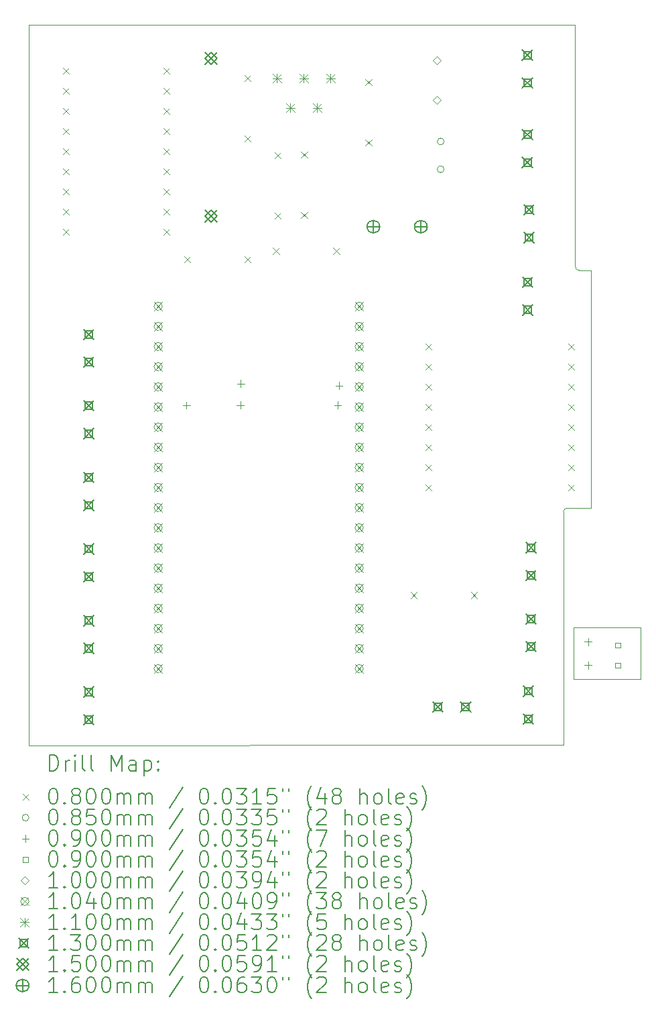
<source format=gbr>
%TF.GenerationSoftware,KiCad,Pcbnew,8.0.8*%
%TF.CreationDate,2025-04-04T23:43:58-04:00*%
%TF.ProjectId,PROTOTYPE,50524f54-4f54-4595-9045-2e6b69636164,rev?*%
%TF.SameCoordinates,Original*%
%TF.FileFunction,Drillmap*%
%TF.FilePolarity,Positive*%
%FSLAX45Y45*%
G04 Gerber Fmt 4.5, Leading zero omitted, Abs format (unit mm)*
G04 Created by KiCad (PCBNEW 8.0.8) date 2025-04-04 23:43:58*
%MOMM*%
%LPD*%
G01*
G04 APERTURE LIST*
%ADD10C,0.050000*%
%ADD11C,0.200000*%
%ADD12C,0.100000*%
%ADD13C,0.104000*%
%ADD14C,0.110000*%
%ADD15C,0.130000*%
%ADD16C,0.150000*%
%ADD17C,0.160000*%
G04 APERTURE END LIST*
D10*
X8840000Y-12990000D02*
X5920000Y-13000000D01*
X11700000Y-10000000D02*
X11400000Y-10000000D01*
X4600000Y-12370000D02*
X4600000Y-7600000D01*
X11700000Y-7000000D02*
X11700000Y-9200000D01*
X4600000Y-3900000D02*
X8650000Y-3900000D01*
X4600000Y-7600000D02*
X4600000Y-5500000D01*
X11550000Y-7000000D02*
X11700000Y-7000000D01*
X8840000Y-12990000D02*
X11350000Y-12990000D01*
X11700000Y-9200000D02*
X11700000Y-10000000D01*
X11500000Y-3900000D02*
X11500000Y-6950000D01*
X11477500Y-11505000D02*
X12322500Y-11505000D01*
X12322500Y-12160000D01*
X11477500Y-12160000D01*
X11477500Y-11505000D01*
X8650000Y-3900000D02*
X11500000Y-3900000D01*
X11350000Y-10050000D02*
G75*
G02*
X11400000Y-10000000I50000J0D01*
G01*
X4600000Y-5500000D02*
X4600000Y-3900000D01*
X5920000Y-13000000D02*
X4600000Y-13000000D01*
X11350000Y-10050000D02*
X11350000Y-12990000D01*
X11550000Y-7000000D02*
G75*
G02*
X11500000Y-6950000I0J50000D01*
G01*
X4600000Y-13000000D02*
X4600000Y-12370000D01*
D11*
D12*
X5025000Y-4444000D02*
X5105000Y-4524000D01*
X5105000Y-4444000D02*
X5025000Y-4524000D01*
X5025000Y-4698000D02*
X5105000Y-4778000D01*
X5105000Y-4698000D02*
X5025000Y-4778000D01*
X5025000Y-4952000D02*
X5105000Y-5032000D01*
X5105000Y-4952000D02*
X5025000Y-5032000D01*
X5025000Y-5206000D02*
X5105000Y-5286000D01*
X5105000Y-5206000D02*
X5025000Y-5286000D01*
X5025000Y-5460000D02*
X5105000Y-5540000D01*
X5105000Y-5460000D02*
X5025000Y-5540000D01*
X5025000Y-5714000D02*
X5105000Y-5794000D01*
X5105000Y-5714000D02*
X5025000Y-5794000D01*
X5025000Y-5968000D02*
X5105000Y-6048000D01*
X5105000Y-5968000D02*
X5025000Y-6048000D01*
X5025000Y-6222000D02*
X5105000Y-6302000D01*
X5105000Y-6222000D02*
X5025000Y-6302000D01*
X5025000Y-6476000D02*
X5105000Y-6556000D01*
X5105000Y-6476000D02*
X5025000Y-6556000D01*
X6295000Y-4444000D02*
X6375000Y-4524000D01*
X6375000Y-4444000D02*
X6295000Y-4524000D01*
X6295000Y-4698000D02*
X6375000Y-4778000D01*
X6375000Y-4698000D02*
X6295000Y-4778000D01*
X6295000Y-4952000D02*
X6375000Y-5032000D01*
X6375000Y-4952000D02*
X6295000Y-5032000D01*
X6295000Y-5206000D02*
X6375000Y-5286000D01*
X6375000Y-5206000D02*
X6295000Y-5286000D01*
X6295000Y-5460000D02*
X6375000Y-5540000D01*
X6375000Y-5460000D02*
X6295000Y-5540000D01*
X6295000Y-5714000D02*
X6375000Y-5794000D01*
X6375000Y-5714000D02*
X6295000Y-5794000D01*
X6295000Y-5968000D02*
X6375000Y-6048000D01*
X6375000Y-5968000D02*
X6295000Y-6048000D01*
X6295000Y-6222000D02*
X6375000Y-6302000D01*
X6375000Y-6222000D02*
X6295000Y-6302000D01*
X6295000Y-6476000D02*
X6375000Y-6556000D01*
X6375000Y-6476000D02*
X6295000Y-6556000D01*
X6559000Y-6820000D02*
X6639000Y-6900000D01*
X6639000Y-6820000D02*
X6559000Y-6900000D01*
X7320000Y-4534000D02*
X7400000Y-4614000D01*
X7400000Y-4534000D02*
X7320000Y-4614000D01*
X7320000Y-5296000D02*
X7400000Y-5376000D01*
X7400000Y-5296000D02*
X7320000Y-5376000D01*
X7321000Y-6820000D02*
X7401000Y-6900000D01*
X7401000Y-6820000D02*
X7321000Y-6900000D01*
X7680000Y-6715000D02*
X7760000Y-6795000D01*
X7760000Y-6715000D02*
X7680000Y-6795000D01*
X7700000Y-5509000D02*
X7780000Y-5589000D01*
X7780000Y-5509000D02*
X7700000Y-5589000D01*
X7700000Y-6271000D02*
X7780000Y-6351000D01*
X7780000Y-6271000D02*
X7700000Y-6351000D01*
X8035000Y-5499000D02*
X8115000Y-5579000D01*
X8115000Y-5499000D02*
X8035000Y-5579000D01*
X8035000Y-6261000D02*
X8115000Y-6341000D01*
X8115000Y-6261000D02*
X8035000Y-6341000D01*
X8442000Y-6715000D02*
X8522000Y-6795000D01*
X8522000Y-6715000D02*
X8442000Y-6795000D01*
X8850000Y-4589000D02*
X8930000Y-4669000D01*
X8930000Y-4589000D02*
X8850000Y-4669000D01*
X8850000Y-5351000D02*
X8930000Y-5431000D01*
X8930000Y-5351000D02*
X8850000Y-5431000D01*
X9419000Y-11060000D02*
X9499000Y-11140000D01*
X9499000Y-11060000D02*
X9419000Y-11140000D01*
X9608300Y-7921000D02*
X9688300Y-8001000D01*
X9688300Y-7921000D02*
X9608300Y-8001000D01*
X9608300Y-8175000D02*
X9688300Y-8255000D01*
X9688300Y-8175000D02*
X9608300Y-8255000D01*
X9608300Y-8429000D02*
X9688300Y-8509000D01*
X9688300Y-8429000D02*
X9608300Y-8509000D01*
X9608300Y-8683000D02*
X9688300Y-8763000D01*
X9688300Y-8683000D02*
X9608300Y-8763000D01*
X9608300Y-8937000D02*
X9688300Y-9017000D01*
X9688300Y-8937000D02*
X9608300Y-9017000D01*
X9608300Y-9191000D02*
X9688300Y-9271000D01*
X9688300Y-9191000D02*
X9608300Y-9271000D01*
X9608300Y-9445000D02*
X9688300Y-9525000D01*
X9688300Y-9445000D02*
X9608300Y-9525000D01*
X9608300Y-9699000D02*
X9688300Y-9779000D01*
X9688300Y-9699000D02*
X9608300Y-9779000D01*
X10181000Y-11060000D02*
X10261000Y-11140000D01*
X10261000Y-11060000D02*
X10181000Y-11140000D01*
X11411700Y-7921000D02*
X11491700Y-8001000D01*
X11491700Y-7921000D02*
X11411700Y-8001000D01*
X11411700Y-8175000D02*
X11491700Y-8255000D01*
X11491700Y-8175000D02*
X11411700Y-8255000D01*
X11411700Y-8429000D02*
X11491700Y-8509000D01*
X11491700Y-8429000D02*
X11411700Y-8509000D01*
X11411700Y-8683000D02*
X11491700Y-8763000D01*
X11491700Y-8683000D02*
X11411700Y-8763000D01*
X11411700Y-8937000D02*
X11491700Y-9017000D01*
X11491700Y-8937000D02*
X11411700Y-9017000D01*
X11411700Y-9191000D02*
X11491700Y-9271000D01*
X11491700Y-9191000D02*
X11411700Y-9271000D01*
X11411700Y-9445000D02*
X11491700Y-9525000D01*
X11491700Y-9445000D02*
X11411700Y-9525000D01*
X11411700Y-9699000D02*
X11491700Y-9779000D01*
X11491700Y-9699000D02*
X11411700Y-9779000D01*
X9842500Y-5375000D02*
G75*
G02*
X9757500Y-5375000I-42500J0D01*
G01*
X9757500Y-5375000D02*
G75*
G02*
X9842500Y-5375000I42500J0D01*
G01*
X9842500Y-5725000D02*
G75*
G02*
X9757500Y-5725000I-42500J0D01*
G01*
X9757500Y-5725000D02*
G75*
G02*
X9842500Y-5725000I42500J0D01*
G01*
X6590000Y-8660000D02*
X6590000Y-8750000D01*
X6545000Y-8705000D02*
X6635000Y-8705000D01*
X7270000Y-8655000D02*
X7270000Y-8745000D01*
X7225000Y-8700000D02*
X7315000Y-8700000D01*
X7275000Y-8385000D02*
X7275000Y-8475000D01*
X7230000Y-8430000D02*
X7320000Y-8430000D01*
X8500000Y-8655000D02*
X8500000Y-8745000D01*
X8455000Y-8700000D02*
X8545000Y-8700000D01*
X8515000Y-8410000D02*
X8515000Y-8500000D01*
X8470000Y-8455000D02*
X8560000Y-8455000D01*
X11662500Y-11642500D02*
X11662500Y-11732500D01*
X11617500Y-11687500D02*
X11707500Y-11687500D01*
X11662500Y-11937500D02*
X11662500Y-12027500D01*
X11617500Y-11982500D02*
X11707500Y-11982500D01*
X12069320Y-11762320D02*
X12069320Y-11698680D01*
X12005680Y-11698680D01*
X12005680Y-11762320D01*
X12069320Y-11762320D01*
X12069320Y-12016320D02*
X12069320Y-11952680D01*
X12005680Y-11952680D01*
X12005680Y-12016320D01*
X12069320Y-12016320D01*
X9750000Y-4400000D02*
X9800000Y-4350000D01*
X9750000Y-4300000D01*
X9700000Y-4350000D01*
X9750000Y-4400000D01*
X9750000Y-4900000D02*
X9800000Y-4850000D01*
X9750000Y-4800000D01*
X9700000Y-4850000D01*
X9750000Y-4900000D01*
D13*
X6178000Y-7402000D02*
X6282000Y-7506000D01*
X6282000Y-7402000D02*
X6178000Y-7506000D01*
X6282000Y-7454000D02*
G75*
G02*
X6178000Y-7454000I-52000J0D01*
G01*
X6178000Y-7454000D02*
G75*
G02*
X6282000Y-7454000I52000J0D01*
G01*
X6178000Y-7656000D02*
X6282000Y-7760000D01*
X6282000Y-7656000D02*
X6178000Y-7760000D01*
X6282000Y-7708000D02*
G75*
G02*
X6178000Y-7708000I-52000J0D01*
G01*
X6178000Y-7708000D02*
G75*
G02*
X6282000Y-7708000I52000J0D01*
G01*
X6178000Y-7910000D02*
X6282000Y-8014000D01*
X6282000Y-7910000D02*
X6178000Y-8014000D01*
X6282000Y-7962000D02*
G75*
G02*
X6178000Y-7962000I-52000J0D01*
G01*
X6178000Y-7962000D02*
G75*
G02*
X6282000Y-7962000I52000J0D01*
G01*
X6178000Y-8164000D02*
X6282000Y-8268000D01*
X6282000Y-8164000D02*
X6178000Y-8268000D01*
X6282000Y-8216000D02*
G75*
G02*
X6178000Y-8216000I-52000J0D01*
G01*
X6178000Y-8216000D02*
G75*
G02*
X6282000Y-8216000I52000J0D01*
G01*
X6178000Y-8418000D02*
X6282000Y-8522000D01*
X6282000Y-8418000D02*
X6178000Y-8522000D01*
X6282000Y-8470000D02*
G75*
G02*
X6178000Y-8470000I-52000J0D01*
G01*
X6178000Y-8470000D02*
G75*
G02*
X6282000Y-8470000I52000J0D01*
G01*
X6178000Y-8672000D02*
X6282000Y-8776000D01*
X6282000Y-8672000D02*
X6178000Y-8776000D01*
X6282000Y-8724000D02*
G75*
G02*
X6178000Y-8724000I-52000J0D01*
G01*
X6178000Y-8724000D02*
G75*
G02*
X6282000Y-8724000I52000J0D01*
G01*
X6178000Y-8926000D02*
X6282000Y-9030000D01*
X6282000Y-8926000D02*
X6178000Y-9030000D01*
X6282000Y-8978000D02*
G75*
G02*
X6178000Y-8978000I-52000J0D01*
G01*
X6178000Y-8978000D02*
G75*
G02*
X6282000Y-8978000I52000J0D01*
G01*
X6178000Y-9180000D02*
X6282000Y-9284000D01*
X6282000Y-9180000D02*
X6178000Y-9284000D01*
X6282000Y-9232000D02*
G75*
G02*
X6178000Y-9232000I-52000J0D01*
G01*
X6178000Y-9232000D02*
G75*
G02*
X6282000Y-9232000I52000J0D01*
G01*
X6178000Y-9434000D02*
X6282000Y-9538000D01*
X6282000Y-9434000D02*
X6178000Y-9538000D01*
X6282000Y-9486000D02*
G75*
G02*
X6178000Y-9486000I-52000J0D01*
G01*
X6178000Y-9486000D02*
G75*
G02*
X6282000Y-9486000I52000J0D01*
G01*
X6178000Y-9688000D02*
X6282000Y-9792000D01*
X6282000Y-9688000D02*
X6178000Y-9792000D01*
X6282000Y-9740000D02*
G75*
G02*
X6178000Y-9740000I-52000J0D01*
G01*
X6178000Y-9740000D02*
G75*
G02*
X6282000Y-9740000I52000J0D01*
G01*
X6178000Y-9942000D02*
X6282000Y-10046000D01*
X6282000Y-9942000D02*
X6178000Y-10046000D01*
X6282000Y-9994000D02*
G75*
G02*
X6178000Y-9994000I-52000J0D01*
G01*
X6178000Y-9994000D02*
G75*
G02*
X6282000Y-9994000I52000J0D01*
G01*
X6178000Y-10196000D02*
X6282000Y-10300000D01*
X6282000Y-10196000D02*
X6178000Y-10300000D01*
X6282000Y-10248000D02*
G75*
G02*
X6178000Y-10248000I-52000J0D01*
G01*
X6178000Y-10248000D02*
G75*
G02*
X6282000Y-10248000I52000J0D01*
G01*
X6178000Y-10450000D02*
X6282000Y-10554000D01*
X6282000Y-10450000D02*
X6178000Y-10554000D01*
X6282000Y-10502000D02*
G75*
G02*
X6178000Y-10502000I-52000J0D01*
G01*
X6178000Y-10502000D02*
G75*
G02*
X6282000Y-10502000I52000J0D01*
G01*
X6178000Y-10704000D02*
X6282000Y-10808000D01*
X6282000Y-10704000D02*
X6178000Y-10808000D01*
X6282000Y-10756000D02*
G75*
G02*
X6178000Y-10756000I-52000J0D01*
G01*
X6178000Y-10756000D02*
G75*
G02*
X6282000Y-10756000I52000J0D01*
G01*
X6178000Y-10958000D02*
X6282000Y-11062000D01*
X6282000Y-10958000D02*
X6178000Y-11062000D01*
X6282000Y-11010000D02*
G75*
G02*
X6178000Y-11010000I-52000J0D01*
G01*
X6178000Y-11010000D02*
G75*
G02*
X6282000Y-11010000I52000J0D01*
G01*
X6178000Y-11212000D02*
X6282000Y-11316000D01*
X6282000Y-11212000D02*
X6178000Y-11316000D01*
X6282000Y-11264000D02*
G75*
G02*
X6178000Y-11264000I-52000J0D01*
G01*
X6178000Y-11264000D02*
G75*
G02*
X6282000Y-11264000I52000J0D01*
G01*
X6178000Y-11466000D02*
X6282000Y-11570000D01*
X6282000Y-11466000D02*
X6178000Y-11570000D01*
X6282000Y-11518000D02*
G75*
G02*
X6178000Y-11518000I-52000J0D01*
G01*
X6178000Y-11518000D02*
G75*
G02*
X6282000Y-11518000I52000J0D01*
G01*
X6178000Y-11720000D02*
X6282000Y-11824000D01*
X6282000Y-11720000D02*
X6178000Y-11824000D01*
X6282000Y-11772000D02*
G75*
G02*
X6178000Y-11772000I-52000J0D01*
G01*
X6178000Y-11772000D02*
G75*
G02*
X6282000Y-11772000I52000J0D01*
G01*
X6178000Y-11974000D02*
X6282000Y-12078000D01*
X6282000Y-11974000D02*
X6178000Y-12078000D01*
X6282000Y-12026000D02*
G75*
G02*
X6178000Y-12026000I-52000J0D01*
G01*
X6178000Y-12026000D02*
G75*
G02*
X6282000Y-12026000I52000J0D01*
G01*
X8718000Y-7402000D02*
X8822000Y-7506000D01*
X8822000Y-7402000D02*
X8718000Y-7506000D01*
X8822000Y-7454000D02*
G75*
G02*
X8718000Y-7454000I-52000J0D01*
G01*
X8718000Y-7454000D02*
G75*
G02*
X8822000Y-7454000I52000J0D01*
G01*
X8718000Y-7656000D02*
X8822000Y-7760000D01*
X8822000Y-7656000D02*
X8718000Y-7760000D01*
X8822000Y-7708000D02*
G75*
G02*
X8718000Y-7708000I-52000J0D01*
G01*
X8718000Y-7708000D02*
G75*
G02*
X8822000Y-7708000I52000J0D01*
G01*
X8718000Y-7910000D02*
X8822000Y-8014000D01*
X8822000Y-7910000D02*
X8718000Y-8014000D01*
X8822000Y-7962000D02*
G75*
G02*
X8718000Y-7962000I-52000J0D01*
G01*
X8718000Y-7962000D02*
G75*
G02*
X8822000Y-7962000I52000J0D01*
G01*
X8718000Y-8164000D02*
X8822000Y-8268000D01*
X8822000Y-8164000D02*
X8718000Y-8268000D01*
X8822000Y-8216000D02*
G75*
G02*
X8718000Y-8216000I-52000J0D01*
G01*
X8718000Y-8216000D02*
G75*
G02*
X8822000Y-8216000I52000J0D01*
G01*
X8718000Y-8418000D02*
X8822000Y-8522000D01*
X8822000Y-8418000D02*
X8718000Y-8522000D01*
X8822000Y-8470000D02*
G75*
G02*
X8718000Y-8470000I-52000J0D01*
G01*
X8718000Y-8470000D02*
G75*
G02*
X8822000Y-8470000I52000J0D01*
G01*
X8718000Y-8672000D02*
X8822000Y-8776000D01*
X8822000Y-8672000D02*
X8718000Y-8776000D01*
X8822000Y-8724000D02*
G75*
G02*
X8718000Y-8724000I-52000J0D01*
G01*
X8718000Y-8724000D02*
G75*
G02*
X8822000Y-8724000I52000J0D01*
G01*
X8718000Y-8926000D02*
X8822000Y-9030000D01*
X8822000Y-8926000D02*
X8718000Y-9030000D01*
X8822000Y-8978000D02*
G75*
G02*
X8718000Y-8978000I-52000J0D01*
G01*
X8718000Y-8978000D02*
G75*
G02*
X8822000Y-8978000I52000J0D01*
G01*
X8718000Y-9180000D02*
X8822000Y-9284000D01*
X8822000Y-9180000D02*
X8718000Y-9284000D01*
X8822000Y-9232000D02*
G75*
G02*
X8718000Y-9232000I-52000J0D01*
G01*
X8718000Y-9232000D02*
G75*
G02*
X8822000Y-9232000I52000J0D01*
G01*
X8718000Y-9434000D02*
X8822000Y-9538000D01*
X8822000Y-9434000D02*
X8718000Y-9538000D01*
X8822000Y-9486000D02*
G75*
G02*
X8718000Y-9486000I-52000J0D01*
G01*
X8718000Y-9486000D02*
G75*
G02*
X8822000Y-9486000I52000J0D01*
G01*
X8718000Y-9688000D02*
X8822000Y-9792000D01*
X8822000Y-9688000D02*
X8718000Y-9792000D01*
X8822000Y-9740000D02*
G75*
G02*
X8718000Y-9740000I-52000J0D01*
G01*
X8718000Y-9740000D02*
G75*
G02*
X8822000Y-9740000I52000J0D01*
G01*
X8718000Y-9942000D02*
X8822000Y-10046000D01*
X8822000Y-9942000D02*
X8718000Y-10046000D01*
X8822000Y-9994000D02*
G75*
G02*
X8718000Y-9994000I-52000J0D01*
G01*
X8718000Y-9994000D02*
G75*
G02*
X8822000Y-9994000I52000J0D01*
G01*
X8718000Y-10196000D02*
X8822000Y-10300000D01*
X8822000Y-10196000D02*
X8718000Y-10300000D01*
X8822000Y-10248000D02*
G75*
G02*
X8718000Y-10248000I-52000J0D01*
G01*
X8718000Y-10248000D02*
G75*
G02*
X8822000Y-10248000I52000J0D01*
G01*
X8718000Y-10450000D02*
X8822000Y-10554000D01*
X8822000Y-10450000D02*
X8718000Y-10554000D01*
X8822000Y-10502000D02*
G75*
G02*
X8718000Y-10502000I-52000J0D01*
G01*
X8718000Y-10502000D02*
G75*
G02*
X8822000Y-10502000I52000J0D01*
G01*
X8718000Y-10704000D02*
X8822000Y-10808000D01*
X8822000Y-10704000D02*
X8718000Y-10808000D01*
X8822000Y-10756000D02*
G75*
G02*
X8718000Y-10756000I-52000J0D01*
G01*
X8718000Y-10756000D02*
G75*
G02*
X8822000Y-10756000I52000J0D01*
G01*
X8718000Y-10958000D02*
X8822000Y-11062000D01*
X8822000Y-10958000D02*
X8718000Y-11062000D01*
X8822000Y-11010000D02*
G75*
G02*
X8718000Y-11010000I-52000J0D01*
G01*
X8718000Y-11010000D02*
G75*
G02*
X8822000Y-11010000I52000J0D01*
G01*
X8718000Y-11212000D02*
X8822000Y-11316000D01*
X8822000Y-11212000D02*
X8718000Y-11316000D01*
X8822000Y-11264000D02*
G75*
G02*
X8718000Y-11264000I-52000J0D01*
G01*
X8718000Y-11264000D02*
G75*
G02*
X8822000Y-11264000I52000J0D01*
G01*
X8718000Y-11466000D02*
X8822000Y-11570000D01*
X8822000Y-11466000D02*
X8718000Y-11570000D01*
X8822000Y-11518000D02*
G75*
G02*
X8718000Y-11518000I-52000J0D01*
G01*
X8718000Y-11518000D02*
G75*
G02*
X8822000Y-11518000I52000J0D01*
G01*
X8718000Y-11720000D02*
X8822000Y-11824000D01*
X8822000Y-11720000D02*
X8718000Y-11824000D01*
X8822000Y-11772000D02*
G75*
G02*
X8718000Y-11772000I-52000J0D01*
G01*
X8718000Y-11772000D02*
G75*
G02*
X8822000Y-11772000I52000J0D01*
G01*
X8718000Y-11974000D02*
X8822000Y-12078000D01*
X8822000Y-11974000D02*
X8718000Y-12078000D01*
X8822000Y-12026000D02*
G75*
G02*
X8718000Y-12026000I-52000J0D01*
G01*
X8718000Y-12026000D02*
G75*
G02*
X8822000Y-12026000I52000J0D01*
G01*
D14*
X7675000Y-4525000D02*
X7785000Y-4635000D01*
X7785000Y-4525000D02*
X7675000Y-4635000D01*
X7730000Y-4525000D02*
X7730000Y-4635000D01*
X7675000Y-4580000D02*
X7785000Y-4580000D01*
X7845000Y-4895000D02*
X7955000Y-5005000D01*
X7955000Y-4895000D02*
X7845000Y-5005000D01*
X7900000Y-4895000D02*
X7900000Y-5005000D01*
X7845000Y-4950000D02*
X7955000Y-4950000D01*
X8015000Y-4525000D02*
X8125000Y-4635000D01*
X8125000Y-4525000D02*
X8015000Y-4635000D01*
X8070000Y-4525000D02*
X8070000Y-4635000D01*
X8015000Y-4580000D02*
X8125000Y-4580000D01*
X8185000Y-4895000D02*
X8295000Y-5005000D01*
X8295000Y-4895000D02*
X8185000Y-5005000D01*
X8240000Y-4895000D02*
X8240000Y-5005000D01*
X8185000Y-4950000D02*
X8295000Y-4950000D01*
X8355000Y-4525000D02*
X8465000Y-4635000D01*
X8465000Y-4525000D02*
X8355000Y-4635000D01*
X8410000Y-4525000D02*
X8410000Y-4635000D01*
X8355000Y-4580000D02*
X8465000Y-4580000D01*
D15*
X5290000Y-7745000D02*
X5420000Y-7875000D01*
X5420000Y-7745000D02*
X5290000Y-7875000D01*
X5400962Y-7855962D02*
X5400962Y-7764038D01*
X5309038Y-7764038D01*
X5309038Y-7855962D01*
X5400962Y-7855962D01*
X5290000Y-8095000D02*
X5420000Y-8225000D01*
X5420000Y-8095000D02*
X5290000Y-8225000D01*
X5400962Y-8205962D02*
X5400962Y-8114038D01*
X5309038Y-8114038D01*
X5309038Y-8205962D01*
X5400962Y-8205962D01*
X5290000Y-8645000D02*
X5420000Y-8775000D01*
X5420000Y-8645000D02*
X5290000Y-8775000D01*
X5400962Y-8755962D02*
X5400962Y-8664038D01*
X5309038Y-8664038D01*
X5309038Y-8755962D01*
X5400962Y-8755962D01*
X5290000Y-8995000D02*
X5420000Y-9125000D01*
X5420000Y-8995000D02*
X5290000Y-9125000D01*
X5400962Y-9105962D02*
X5400962Y-9014038D01*
X5309038Y-9014038D01*
X5309038Y-9105962D01*
X5400962Y-9105962D01*
X5290000Y-9550000D02*
X5420000Y-9680000D01*
X5420000Y-9550000D02*
X5290000Y-9680000D01*
X5400962Y-9660962D02*
X5400962Y-9569038D01*
X5309038Y-9569038D01*
X5309038Y-9660962D01*
X5400962Y-9660962D01*
X5290000Y-9900000D02*
X5420000Y-10030000D01*
X5420000Y-9900000D02*
X5290000Y-10030000D01*
X5400962Y-10010962D02*
X5400962Y-9919038D01*
X5309038Y-9919038D01*
X5309038Y-10010962D01*
X5400962Y-10010962D01*
X5290000Y-10450000D02*
X5420000Y-10580000D01*
X5420000Y-10450000D02*
X5290000Y-10580000D01*
X5400962Y-10560962D02*
X5400962Y-10469038D01*
X5309038Y-10469038D01*
X5309038Y-10560962D01*
X5400962Y-10560962D01*
X5290000Y-10800000D02*
X5420000Y-10930000D01*
X5420000Y-10800000D02*
X5290000Y-10930000D01*
X5400962Y-10910962D02*
X5400962Y-10819038D01*
X5309038Y-10819038D01*
X5309038Y-10910962D01*
X5400962Y-10910962D01*
X5290000Y-11355000D02*
X5420000Y-11485000D01*
X5420000Y-11355000D02*
X5290000Y-11485000D01*
X5400962Y-11465962D02*
X5400962Y-11374038D01*
X5309038Y-11374038D01*
X5309038Y-11465962D01*
X5400962Y-11465962D01*
X5290000Y-11705000D02*
X5420000Y-11835000D01*
X5420000Y-11705000D02*
X5290000Y-11835000D01*
X5400962Y-11815962D02*
X5400962Y-11724038D01*
X5309038Y-11724038D01*
X5309038Y-11815962D01*
X5400962Y-11815962D01*
X5290000Y-12255000D02*
X5420000Y-12385000D01*
X5420000Y-12255000D02*
X5290000Y-12385000D01*
X5400962Y-12365962D02*
X5400962Y-12274038D01*
X5309038Y-12274038D01*
X5309038Y-12365962D01*
X5400962Y-12365962D01*
X5290000Y-12605000D02*
X5420000Y-12735000D01*
X5420000Y-12605000D02*
X5290000Y-12735000D01*
X5400962Y-12715962D02*
X5400962Y-12624038D01*
X5309038Y-12624038D01*
X5309038Y-12715962D01*
X5400962Y-12715962D01*
X9700000Y-12443250D02*
X9830000Y-12573250D01*
X9830000Y-12443250D02*
X9700000Y-12573250D01*
X9810962Y-12554212D02*
X9810962Y-12462288D01*
X9719038Y-12462288D01*
X9719038Y-12554212D01*
X9810962Y-12554212D01*
X10050000Y-12443250D02*
X10180000Y-12573250D01*
X10180000Y-12443250D02*
X10050000Y-12573250D01*
X10160962Y-12554212D02*
X10160962Y-12462288D01*
X10069038Y-12462288D01*
X10069038Y-12554212D01*
X10160962Y-12554212D01*
X10831500Y-4220000D02*
X10961500Y-4350000D01*
X10961500Y-4220000D02*
X10831500Y-4350000D01*
X10942462Y-4330962D02*
X10942462Y-4239038D01*
X10850538Y-4239038D01*
X10850538Y-4330962D01*
X10942462Y-4330962D01*
X10831500Y-4570000D02*
X10961500Y-4700000D01*
X10961500Y-4570000D02*
X10831500Y-4700000D01*
X10942462Y-4680962D02*
X10942462Y-4589038D01*
X10850538Y-4589038D01*
X10850538Y-4680962D01*
X10942462Y-4680962D01*
X10831500Y-5225000D02*
X10961500Y-5355000D01*
X10961500Y-5225000D02*
X10831500Y-5355000D01*
X10942462Y-5335962D02*
X10942462Y-5244038D01*
X10850538Y-5244038D01*
X10850538Y-5335962D01*
X10942462Y-5335962D01*
X10831500Y-5575000D02*
X10961500Y-5705000D01*
X10961500Y-5575000D02*
X10831500Y-5705000D01*
X10942462Y-5685962D02*
X10942462Y-5594038D01*
X10850538Y-5594038D01*
X10850538Y-5685962D01*
X10942462Y-5685962D01*
X10835000Y-7085000D02*
X10965000Y-7215000D01*
X10965000Y-7085000D02*
X10835000Y-7215000D01*
X10945962Y-7195962D02*
X10945962Y-7104038D01*
X10854038Y-7104038D01*
X10854038Y-7195962D01*
X10945962Y-7195962D01*
X10835000Y-7435000D02*
X10965000Y-7565000D01*
X10965000Y-7435000D02*
X10835000Y-7565000D01*
X10945962Y-7545962D02*
X10945962Y-7454038D01*
X10854038Y-7454038D01*
X10854038Y-7545962D01*
X10945962Y-7545962D01*
X10845000Y-12245000D02*
X10975000Y-12375000D01*
X10975000Y-12245000D02*
X10845000Y-12375000D01*
X10955962Y-12355962D02*
X10955962Y-12264038D01*
X10864038Y-12264038D01*
X10864038Y-12355962D01*
X10955962Y-12355962D01*
X10845000Y-12595000D02*
X10975000Y-12725000D01*
X10975000Y-12595000D02*
X10845000Y-12725000D01*
X10955962Y-12705962D02*
X10955962Y-12614038D01*
X10864038Y-12614038D01*
X10864038Y-12705962D01*
X10955962Y-12705962D01*
X10852500Y-6172500D02*
X10982500Y-6302500D01*
X10982500Y-6172500D02*
X10852500Y-6302500D01*
X10963462Y-6283462D02*
X10963462Y-6191538D01*
X10871538Y-6191538D01*
X10871538Y-6283462D01*
X10963462Y-6283462D01*
X10852500Y-6522500D02*
X10982500Y-6652500D01*
X10982500Y-6522500D02*
X10852500Y-6652500D01*
X10963462Y-6633462D02*
X10963462Y-6541538D01*
X10871538Y-6541538D01*
X10871538Y-6633462D01*
X10963462Y-6633462D01*
X10875000Y-10435000D02*
X11005000Y-10565000D01*
X11005000Y-10435000D02*
X10875000Y-10565000D01*
X10985962Y-10545962D02*
X10985962Y-10454038D01*
X10894038Y-10454038D01*
X10894038Y-10545962D01*
X10985962Y-10545962D01*
X10875000Y-10785000D02*
X11005000Y-10915000D01*
X11005000Y-10785000D02*
X10875000Y-10915000D01*
X10985962Y-10895962D02*
X10985962Y-10804038D01*
X10894038Y-10804038D01*
X10894038Y-10895962D01*
X10985962Y-10895962D01*
X10875000Y-11335000D02*
X11005000Y-11465000D01*
X11005000Y-11335000D02*
X10875000Y-11465000D01*
X10985962Y-11445962D02*
X10985962Y-11354038D01*
X10894038Y-11354038D01*
X10894038Y-11445962D01*
X10985962Y-11445962D01*
X10875000Y-11685000D02*
X11005000Y-11815000D01*
X11005000Y-11685000D02*
X10875000Y-11815000D01*
X10985962Y-11795962D02*
X10985962Y-11704038D01*
X10894038Y-11704038D01*
X10894038Y-11795962D01*
X10985962Y-11795962D01*
D16*
X6825000Y-4248750D02*
X6975000Y-4398750D01*
X6975000Y-4248750D02*
X6825000Y-4398750D01*
X6900000Y-4398750D02*
X6975000Y-4323750D01*
X6900000Y-4248750D01*
X6825000Y-4323750D01*
X6900000Y-4398750D01*
X6825000Y-6238750D02*
X6975000Y-6388750D01*
X6975000Y-6238750D02*
X6825000Y-6388750D01*
X6900000Y-6388750D02*
X6975000Y-6313750D01*
X6900000Y-6238750D01*
X6825000Y-6313750D01*
X6900000Y-6388750D01*
D17*
X8950000Y-6370000D02*
X8950000Y-6530000D01*
X8870000Y-6450000D02*
X9030000Y-6450000D01*
X9030000Y-6450000D02*
G75*
G02*
X8870000Y-6450000I-80000J0D01*
G01*
X8870000Y-6450000D02*
G75*
G02*
X9030000Y-6450000I80000J0D01*
G01*
X9550000Y-6370000D02*
X9550000Y-6530000D01*
X9470000Y-6450000D02*
X9630000Y-6450000D01*
X9630000Y-6450000D02*
G75*
G02*
X9470000Y-6450000I-80000J0D01*
G01*
X9470000Y-6450000D02*
G75*
G02*
X9630000Y-6450000I80000J0D01*
G01*
D11*
X4858277Y-13313984D02*
X4858277Y-13113984D01*
X4858277Y-13113984D02*
X4905896Y-13113984D01*
X4905896Y-13113984D02*
X4934467Y-13123508D01*
X4934467Y-13123508D02*
X4953515Y-13142555D01*
X4953515Y-13142555D02*
X4963039Y-13161603D01*
X4963039Y-13161603D02*
X4972563Y-13199698D01*
X4972563Y-13199698D02*
X4972563Y-13228269D01*
X4972563Y-13228269D02*
X4963039Y-13266365D01*
X4963039Y-13266365D02*
X4953515Y-13285412D01*
X4953515Y-13285412D02*
X4934467Y-13304460D01*
X4934467Y-13304460D02*
X4905896Y-13313984D01*
X4905896Y-13313984D02*
X4858277Y-13313984D01*
X5058277Y-13313984D02*
X5058277Y-13180650D01*
X5058277Y-13218746D02*
X5067801Y-13199698D01*
X5067801Y-13199698D02*
X5077324Y-13190174D01*
X5077324Y-13190174D02*
X5096372Y-13180650D01*
X5096372Y-13180650D02*
X5115420Y-13180650D01*
X5182086Y-13313984D02*
X5182086Y-13180650D01*
X5182086Y-13113984D02*
X5172563Y-13123508D01*
X5172563Y-13123508D02*
X5182086Y-13133031D01*
X5182086Y-13133031D02*
X5191610Y-13123508D01*
X5191610Y-13123508D02*
X5182086Y-13113984D01*
X5182086Y-13113984D02*
X5182086Y-13133031D01*
X5305896Y-13313984D02*
X5286848Y-13304460D01*
X5286848Y-13304460D02*
X5277324Y-13285412D01*
X5277324Y-13285412D02*
X5277324Y-13113984D01*
X5410658Y-13313984D02*
X5391610Y-13304460D01*
X5391610Y-13304460D02*
X5382086Y-13285412D01*
X5382086Y-13285412D02*
X5382086Y-13113984D01*
X5639229Y-13313984D02*
X5639229Y-13113984D01*
X5639229Y-13113984D02*
X5705896Y-13256841D01*
X5705896Y-13256841D02*
X5772562Y-13113984D01*
X5772562Y-13113984D02*
X5772562Y-13313984D01*
X5953515Y-13313984D02*
X5953515Y-13209222D01*
X5953515Y-13209222D02*
X5943991Y-13190174D01*
X5943991Y-13190174D02*
X5924943Y-13180650D01*
X5924943Y-13180650D02*
X5886848Y-13180650D01*
X5886848Y-13180650D02*
X5867801Y-13190174D01*
X5953515Y-13304460D02*
X5934467Y-13313984D01*
X5934467Y-13313984D02*
X5886848Y-13313984D01*
X5886848Y-13313984D02*
X5867801Y-13304460D01*
X5867801Y-13304460D02*
X5858277Y-13285412D01*
X5858277Y-13285412D02*
X5858277Y-13266365D01*
X5858277Y-13266365D02*
X5867801Y-13247317D01*
X5867801Y-13247317D02*
X5886848Y-13237793D01*
X5886848Y-13237793D02*
X5934467Y-13237793D01*
X5934467Y-13237793D02*
X5953515Y-13228269D01*
X6048753Y-13180650D02*
X6048753Y-13380650D01*
X6048753Y-13190174D02*
X6067801Y-13180650D01*
X6067801Y-13180650D02*
X6105896Y-13180650D01*
X6105896Y-13180650D02*
X6124943Y-13190174D01*
X6124943Y-13190174D02*
X6134467Y-13199698D01*
X6134467Y-13199698D02*
X6143991Y-13218746D01*
X6143991Y-13218746D02*
X6143991Y-13275888D01*
X6143991Y-13275888D02*
X6134467Y-13294936D01*
X6134467Y-13294936D02*
X6124943Y-13304460D01*
X6124943Y-13304460D02*
X6105896Y-13313984D01*
X6105896Y-13313984D02*
X6067801Y-13313984D01*
X6067801Y-13313984D02*
X6048753Y-13304460D01*
X6229705Y-13294936D02*
X6239229Y-13304460D01*
X6239229Y-13304460D02*
X6229705Y-13313984D01*
X6229705Y-13313984D02*
X6220182Y-13304460D01*
X6220182Y-13304460D02*
X6229705Y-13294936D01*
X6229705Y-13294936D02*
X6229705Y-13313984D01*
X6229705Y-13190174D02*
X6239229Y-13199698D01*
X6239229Y-13199698D02*
X6229705Y-13209222D01*
X6229705Y-13209222D02*
X6220182Y-13199698D01*
X6220182Y-13199698D02*
X6229705Y-13190174D01*
X6229705Y-13190174D02*
X6229705Y-13209222D01*
D12*
X4517500Y-13602500D02*
X4597500Y-13682500D01*
X4597500Y-13602500D02*
X4517500Y-13682500D01*
D11*
X4896372Y-13533984D02*
X4915420Y-13533984D01*
X4915420Y-13533984D02*
X4934467Y-13543508D01*
X4934467Y-13543508D02*
X4943991Y-13553031D01*
X4943991Y-13553031D02*
X4953515Y-13572079D01*
X4953515Y-13572079D02*
X4963039Y-13610174D01*
X4963039Y-13610174D02*
X4963039Y-13657793D01*
X4963039Y-13657793D02*
X4953515Y-13695888D01*
X4953515Y-13695888D02*
X4943991Y-13714936D01*
X4943991Y-13714936D02*
X4934467Y-13724460D01*
X4934467Y-13724460D02*
X4915420Y-13733984D01*
X4915420Y-13733984D02*
X4896372Y-13733984D01*
X4896372Y-13733984D02*
X4877324Y-13724460D01*
X4877324Y-13724460D02*
X4867801Y-13714936D01*
X4867801Y-13714936D02*
X4858277Y-13695888D01*
X4858277Y-13695888D02*
X4848753Y-13657793D01*
X4848753Y-13657793D02*
X4848753Y-13610174D01*
X4848753Y-13610174D02*
X4858277Y-13572079D01*
X4858277Y-13572079D02*
X4867801Y-13553031D01*
X4867801Y-13553031D02*
X4877324Y-13543508D01*
X4877324Y-13543508D02*
X4896372Y-13533984D01*
X5048753Y-13714936D02*
X5058277Y-13724460D01*
X5058277Y-13724460D02*
X5048753Y-13733984D01*
X5048753Y-13733984D02*
X5039229Y-13724460D01*
X5039229Y-13724460D02*
X5048753Y-13714936D01*
X5048753Y-13714936D02*
X5048753Y-13733984D01*
X5172563Y-13619698D02*
X5153515Y-13610174D01*
X5153515Y-13610174D02*
X5143991Y-13600650D01*
X5143991Y-13600650D02*
X5134467Y-13581603D01*
X5134467Y-13581603D02*
X5134467Y-13572079D01*
X5134467Y-13572079D02*
X5143991Y-13553031D01*
X5143991Y-13553031D02*
X5153515Y-13543508D01*
X5153515Y-13543508D02*
X5172563Y-13533984D01*
X5172563Y-13533984D02*
X5210658Y-13533984D01*
X5210658Y-13533984D02*
X5229705Y-13543508D01*
X5229705Y-13543508D02*
X5239229Y-13553031D01*
X5239229Y-13553031D02*
X5248753Y-13572079D01*
X5248753Y-13572079D02*
X5248753Y-13581603D01*
X5248753Y-13581603D02*
X5239229Y-13600650D01*
X5239229Y-13600650D02*
X5229705Y-13610174D01*
X5229705Y-13610174D02*
X5210658Y-13619698D01*
X5210658Y-13619698D02*
X5172563Y-13619698D01*
X5172563Y-13619698D02*
X5153515Y-13629222D01*
X5153515Y-13629222D02*
X5143991Y-13638746D01*
X5143991Y-13638746D02*
X5134467Y-13657793D01*
X5134467Y-13657793D02*
X5134467Y-13695888D01*
X5134467Y-13695888D02*
X5143991Y-13714936D01*
X5143991Y-13714936D02*
X5153515Y-13724460D01*
X5153515Y-13724460D02*
X5172563Y-13733984D01*
X5172563Y-13733984D02*
X5210658Y-13733984D01*
X5210658Y-13733984D02*
X5229705Y-13724460D01*
X5229705Y-13724460D02*
X5239229Y-13714936D01*
X5239229Y-13714936D02*
X5248753Y-13695888D01*
X5248753Y-13695888D02*
X5248753Y-13657793D01*
X5248753Y-13657793D02*
X5239229Y-13638746D01*
X5239229Y-13638746D02*
X5229705Y-13629222D01*
X5229705Y-13629222D02*
X5210658Y-13619698D01*
X5372563Y-13533984D02*
X5391610Y-13533984D01*
X5391610Y-13533984D02*
X5410658Y-13543508D01*
X5410658Y-13543508D02*
X5420182Y-13553031D01*
X5420182Y-13553031D02*
X5429705Y-13572079D01*
X5429705Y-13572079D02*
X5439229Y-13610174D01*
X5439229Y-13610174D02*
X5439229Y-13657793D01*
X5439229Y-13657793D02*
X5429705Y-13695888D01*
X5429705Y-13695888D02*
X5420182Y-13714936D01*
X5420182Y-13714936D02*
X5410658Y-13724460D01*
X5410658Y-13724460D02*
X5391610Y-13733984D01*
X5391610Y-13733984D02*
X5372563Y-13733984D01*
X5372563Y-13733984D02*
X5353515Y-13724460D01*
X5353515Y-13724460D02*
X5343991Y-13714936D01*
X5343991Y-13714936D02*
X5334467Y-13695888D01*
X5334467Y-13695888D02*
X5324944Y-13657793D01*
X5324944Y-13657793D02*
X5324944Y-13610174D01*
X5324944Y-13610174D02*
X5334467Y-13572079D01*
X5334467Y-13572079D02*
X5343991Y-13553031D01*
X5343991Y-13553031D02*
X5353515Y-13543508D01*
X5353515Y-13543508D02*
X5372563Y-13533984D01*
X5563039Y-13533984D02*
X5582086Y-13533984D01*
X5582086Y-13533984D02*
X5601134Y-13543508D01*
X5601134Y-13543508D02*
X5610658Y-13553031D01*
X5610658Y-13553031D02*
X5620182Y-13572079D01*
X5620182Y-13572079D02*
X5629705Y-13610174D01*
X5629705Y-13610174D02*
X5629705Y-13657793D01*
X5629705Y-13657793D02*
X5620182Y-13695888D01*
X5620182Y-13695888D02*
X5610658Y-13714936D01*
X5610658Y-13714936D02*
X5601134Y-13724460D01*
X5601134Y-13724460D02*
X5582086Y-13733984D01*
X5582086Y-13733984D02*
X5563039Y-13733984D01*
X5563039Y-13733984D02*
X5543991Y-13724460D01*
X5543991Y-13724460D02*
X5534467Y-13714936D01*
X5534467Y-13714936D02*
X5524944Y-13695888D01*
X5524944Y-13695888D02*
X5515420Y-13657793D01*
X5515420Y-13657793D02*
X5515420Y-13610174D01*
X5515420Y-13610174D02*
X5524944Y-13572079D01*
X5524944Y-13572079D02*
X5534467Y-13553031D01*
X5534467Y-13553031D02*
X5543991Y-13543508D01*
X5543991Y-13543508D02*
X5563039Y-13533984D01*
X5715420Y-13733984D02*
X5715420Y-13600650D01*
X5715420Y-13619698D02*
X5724943Y-13610174D01*
X5724943Y-13610174D02*
X5743991Y-13600650D01*
X5743991Y-13600650D02*
X5772563Y-13600650D01*
X5772563Y-13600650D02*
X5791610Y-13610174D01*
X5791610Y-13610174D02*
X5801134Y-13629222D01*
X5801134Y-13629222D02*
X5801134Y-13733984D01*
X5801134Y-13629222D02*
X5810658Y-13610174D01*
X5810658Y-13610174D02*
X5829705Y-13600650D01*
X5829705Y-13600650D02*
X5858277Y-13600650D01*
X5858277Y-13600650D02*
X5877324Y-13610174D01*
X5877324Y-13610174D02*
X5886848Y-13629222D01*
X5886848Y-13629222D02*
X5886848Y-13733984D01*
X5982086Y-13733984D02*
X5982086Y-13600650D01*
X5982086Y-13619698D02*
X5991610Y-13610174D01*
X5991610Y-13610174D02*
X6010658Y-13600650D01*
X6010658Y-13600650D02*
X6039229Y-13600650D01*
X6039229Y-13600650D02*
X6058277Y-13610174D01*
X6058277Y-13610174D02*
X6067801Y-13629222D01*
X6067801Y-13629222D02*
X6067801Y-13733984D01*
X6067801Y-13629222D02*
X6077324Y-13610174D01*
X6077324Y-13610174D02*
X6096372Y-13600650D01*
X6096372Y-13600650D02*
X6124943Y-13600650D01*
X6124943Y-13600650D02*
X6143991Y-13610174D01*
X6143991Y-13610174D02*
X6153515Y-13629222D01*
X6153515Y-13629222D02*
X6153515Y-13733984D01*
X6543991Y-13524460D02*
X6372563Y-13781603D01*
X6801134Y-13533984D02*
X6820182Y-13533984D01*
X6820182Y-13533984D02*
X6839229Y-13543508D01*
X6839229Y-13543508D02*
X6848753Y-13553031D01*
X6848753Y-13553031D02*
X6858277Y-13572079D01*
X6858277Y-13572079D02*
X6867801Y-13610174D01*
X6867801Y-13610174D02*
X6867801Y-13657793D01*
X6867801Y-13657793D02*
X6858277Y-13695888D01*
X6858277Y-13695888D02*
X6848753Y-13714936D01*
X6848753Y-13714936D02*
X6839229Y-13724460D01*
X6839229Y-13724460D02*
X6820182Y-13733984D01*
X6820182Y-13733984D02*
X6801134Y-13733984D01*
X6801134Y-13733984D02*
X6782086Y-13724460D01*
X6782086Y-13724460D02*
X6772563Y-13714936D01*
X6772563Y-13714936D02*
X6763039Y-13695888D01*
X6763039Y-13695888D02*
X6753515Y-13657793D01*
X6753515Y-13657793D02*
X6753515Y-13610174D01*
X6753515Y-13610174D02*
X6763039Y-13572079D01*
X6763039Y-13572079D02*
X6772563Y-13553031D01*
X6772563Y-13553031D02*
X6782086Y-13543508D01*
X6782086Y-13543508D02*
X6801134Y-13533984D01*
X6953515Y-13714936D02*
X6963039Y-13724460D01*
X6963039Y-13724460D02*
X6953515Y-13733984D01*
X6953515Y-13733984D02*
X6943991Y-13724460D01*
X6943991Y-13724460D02*
X6953515Y-13714936D01*
X6953515Y-13714936D02*
X6953515Y-13733984D01*
X7086848Y-13533984D02*
X7105896Y-13533984D01*
X7105896Y-13533984D02*
X7124944Y-13543508D01*
X7124944Y-13543508D02*
X7134467Y-13553031D01*
X7134467Y-13553031D02*
X7143991Y-13572079D01*
X7143991Y-13572079D02*
X7153515Y-13610174D01*
X7153515Y-13610174D02*
X7153515Y-13657793D01*
X7153515Y-13657793D02*
X7143991Y-13695888D01*
X7143991Y-13695888D02*
X7134467Y-13714936D01*
X7134467Y-13714936D02*
X7124944Y-13724460D01*
X7124944Y-13724460D02*
X7105896Y-13733984D01*
X7105896Y-13733984D02*
X7086848Y-13733984D01*
X7086848Y-13733984D02*
X7067801Y-13724460D01*
X7067801Y-13724460D02*
X7058277Y-13714936D01*
X7058277Y-13714936D02*
X7048753Y-13695888D01*
X7048753Y-13695888D02*
X7039229Y-13657793D01*
X7039229Y-13657793D02*
X7039229Y-13610174D01*
X7039229Y-13610174D02*
X7048753Y-13572079D01*
X7048753Y-13572079D02*
X7058277Y-13553031D01*
X7058277Y-13553031D02*
X7067801Y-13543508D01*
X7067801Y-13543508D02*
X7086848Y-13533984D01*
X7220182Y-13533984D02*
X7343991Y-13533984D01*
X7343991Y-13533984D02*
X7277325Y-13610174D01*
X7277325Y-13610174D02*
X7305896Y-13610174D01*
X7305896Y-13610174D02*
X7324944Y-13619698D01*
X7324944Y-13619698D02*
X7334467Y-13629222D01*
X7334467Y-13629222D02*
X7343991Y-13648269D01*
X7343991Y-13648269D02*
X7343991Y-13695888D01*
X7343991Y-13695888D02*
X7334467Y-13714936D01*
X7334467Y-13714936D02*
X7324944Y-13724460D01*
X7324944Y-13724460D02*
X7305896Y-13733984D01*
X7305896Y-13733984D02*
X7248753Y-13733984D01*
X7248753Y-13733984D02*
X7229706Y-13724460D01*
X7229706Y-13724460D02*
X7220182Y-13714936D01*
X7534467Y-13733984D02*
X7420182Y-13733984D01*
X7477325Y-13733984D02*
X7477325Y-13533984D01*
X7477325Y-13533984D02*
X7458277Y-13562555D01*
X7458277Y-13562555D02*
X7439229Y-13581603D01*
X7439229Y-13581603D02*
X7420182Y-13591127D01*
X7715420Y-13533984D02*
X7620182Y-13533984D01*
X7620182Y-13533984D02*
X7610658Y-13629222D01*
X7610658Y-13629222D02*
X7620182Y-13619698D01*
X7620182Y-13619698D02*
X7639229Y-13610174D01*
X7639229Y-13610174D02*
X7686848Y-13610174D01*
X7686848Y-13610174D02*
X7705896Y-13619698D01*
X7705896Y-13619698D02*
X7715420Y-13629222D01*
X7715420Y-13629222D02*
X7724944Y-13648269D01*
X7724944Y-13648269D02*
X7724944Y-13695888D01*
X7724944Y-13695888D02*
X7715420Y-13714936D01*
X7715420Y-13714936D02*
X7705896Y-13724460D01*
X7705896Y-13724460D02*
X7686848Y-13733984D01*
X7686848Y-13733984D02*
X7639229Y-13733984D01*
X7639229Y-13733984D02*
X7620182Y-13724460D01*
X7620182Y-13724460D02*
X7610658Y-13714936D01*
X7801134Y-13533984D02*
X7801134Y-13572079D01*
X7877325Y-13533984D02*
X7877325Y-13572079D01*
X8172563Y-13810174D02*
X8163039Y-13800650D01*
X8163039Y-13800650D02*
X8143991Y-13772079D01*
X8143991Y-13772079D02*
X8134468Y-13753031D01*
X8134468Y-13753031D02*
X8124944Y-13724460D01*
X8124944Y-13724460D02*
X8115420Y-13676841D01*
X8115420Y-13676841D02*
X8115420Y-13638746D01*
X8115420Y-13638746D02*
X8124944Y-13591127D01*
X8124944Y-13591127D02*
X8134468Y-13562555D01*
X8134468Y-13562555D02*
X8143991Y-13543508D01*
X8143991Y-13543508D02*
X8163039Y-13514936D01*
X8163039Y-13514936D02*
X8172563Y-13505412D01*
X8334468Y-13600650D02*
X8334468Y-13733984D01*
X8286848Y-13524460D02*
X8239229Y-13667317D01*
X8239229Y-13667317D02*
X8363039Y-13667317D01*
X8467801Y-13619698D02*
X8448753Y-13610174D01*
X8448753Y-13610174D02*
X8439230Y-13600650D01*
X8439230Y-13600650D02*
X8429706Y-13581603D01*
X8429706Y-13581603D02*
X8429706Y-13572079D01*
X8429706Y-13572079D02*
X8439230Y-13553031D01*
X8439230Y-13553031D02*
X8448753Y-13543508D01*
X8448753Y-13543508D02*
X8467801Y-13533984D01*
X8467801Y-13533984D02*
X8505896Y-13533984D01*
X8505896Y-13533984D02*
X8524944Y-13543508D01*
X8524944Y-13543508D02*
X8534468Y-13553031D01*
X8534468Y-13553031D02*
X8543991Y-13572079D01*
X8543991Y-13572079D02*
X8543991Y-13581603D01*
X8543991Y-13581603D02*
X8534468Y-13600650D01*
X8534468Y-13600650D02*
X8524944Y-13610174D01*
X8524944Y-13610174D02*
X8505896Y-13619698D01*
X8505896Y-13619698D02*
X8467801Y-13619698D01*
X8467801Y-13619698D02*
X8448753Y-13629222D01*
X8448753Y-13629222D02*
X8439230Y-13638746D01*
X8439230Y-13638746D02*
X8429706Y-13657793D01*
X8429706Y-13657793D02*
X8429706Y-13695888D01*
X8429706Y-13695888D02*
X8439230Y-13714936D01*
X8439230Y-13714936D02*
X8448753Y-13724460D01*
X8448753Y-13724460D02*
X8467801Y-13733984D01*
X8467801Y-13733984D02*
X8505896Y-13733984D01*
X8505896Y-13733984D02*
X8524944Y-13724460D01*
X8524944Y-13724460D02*
X8534468Y-13714936D01*
X8534468Y-13714936D02*
X8543991Y-13695888D01*
X8543991Y-13695888D02*
X8543991Y-13657793D01*
X8543991Y-13657793D02*
X8534468Y-13638746D01*
X8534468Y-13638746D02*
X8524944Y-13629222D01*
X8524944Y-13629222D02*
X8505896Y-13619698D01*
X8782087Y-13733984D02*
X8782087Y-13533984D01*
X8867801Y-13733984D02*
X8867801Y-13629222D01*
X8867801Y-13629222D02*
X8858277Y-13610174D01*
X8858277Y-13610174D02*
X8839230Y-13600650D01*
X8839230Y-13600650D02*
X8810658Y-13600650D01*
X8810658Y-13600650D02*
X8791611Y-13610174D01*
X8791611Y-13610174D02*
X8782087Y-13619698D01*
X8991611Y-13733984D02*
X8972563Y-13724460D01*
X8972563Y-13724460D02*
X8963039Y-13714936D01*
X8963039Y-13714936D02*
X8953515Y-13695888D01*
X8953515Y-13695888D02*
X8953515Y-13638746D01*
X8953515Y-13638746D02*
X8963039Y-13619698D01*
X8963039Y-13619698D02*
X8972563Y-13610174D01*
X8972563Y-13610174D02*
X8991611Y-13600650D01*
X8991611Y-13600650D02*
X9020182Y-13600650D01*
X9020182Y-13600650D02*
X9039230Y-13610174D01*
X9039230Y-13610174D02*
X9048753Y-13619698D01*
X9048753Y-13619698D02*
X9058277Y-13638746D01*
X9058277Y-13638746D02*
X9058277Y-13695888D01*
X9058277Y-13695888D02*
X9048753Y-13714936D01*
X9048753Y-13714936D02*
X9039230Y-13724460D01*
X9039230Y-13724460D02*
X9020182Y-13733984D01*
X9020182Y-13733984D02*
X8991611Y-13733984D01*
X9172563Y-13733984D02*
X9153515Y-13724460D01*
X9153515Y-13724460D02*
X9143992Y-13705412D01*
X9143992Y-13705412D02*
X9143992Y-13533984D01*
X9324944Y-13724460D02*
X9305896Y-13733984D01*
X9305896Y-13733984D02*
X9267801Y-13733984D01*
X9267801Y-13733984D02*
X9248753Y-13724460D01*
X9248753Y-13724460D02*
X9239230Y-13705412D01*
X9239230Y-13705412D02*
X9239230Y-13629222D01*
X9239230Y-13629222D02*
X9248753Y-13610174D01*
X9248753Y-13610174D02*
X9267801Y-13600650D01*
X9267801Y-13600650D02*
X9305896Y-13600650D01*
X9305896Y-13600650D02*
X9324944Y-13610174D01*
X9324944Y-13610174D02*
X9334468Y-13629222D01*
X9334468Y-13629222D02*
X9334468Y-13648269D01*
X9334468Y-13648269D02*
X9239230Y-13667317D01*
X9410658Y-13724460D02*
X9429706Y-13733984D01*
X9429706Y-13733984D02*
X9467801Y-13733984D01*
X9467801Y-13733984D02*
X9486849Y-13724460D01*
X9486849Y-13724460D02*
X9496373Y-13705412D01*
X9496373Y-13705412D02*
X9496373Y-13695888D01*
X9496373Y-13695888D02*
X9486849Y-13676841D01*
X9486849Y-13676841D02*
X9467801Y-13667317D01*
X9467801Y-13667317D02*
X9439230Y-13667317D01*
X9439230Y-13667317D02*
X9420182Y-13657793D01*
X9420182Y-13657793D02*
X9410658Y-13638746D01*
X9410658Y-13638746D02*
X9410658Y-13629222D01*
X9410658Y-13629222D02*
X9420182Y-13610174D01*
X9420182Y-13610174D02*
X9439230Y-13600650D01*
X9439230Y-13600650D02*
X9467801Y-13600650D01*
X9467801Y-13600650D02*
X9486849Y-13610174D01*
X9563039Y-13810174D02*
X9572563Y-13800650D01*
X9572563Y-13800650D02*
X9591611Y-13772079D01*
X9591611Y-13772079D02*
X9601134Y-13753031D01*
X9601134Y-13753031D02*
X9610658Y-13724460D01*
X9610658Y-13724460D02*
X9620182Y-13676841D01*
X9620182Y-13676841D02*
X9620182Y-13638746D01*
X9620182Y-13638746D02*
X9610658Y-13591127D01*
X9610658Y-13591127D02*
X9601134Y-13562555D01*
X9601134Y-13562555D02*
X9591611Y-13543508D01*
X9591611Y-13543508D02*
X9572563Y-13514936D01*
X9572563Y-13514936D02*
X9563039Y-13505412D01*
D12*
X4597500Y-13906500D02*
G75*
G02*
X4512500Y-13906500I-42500J0D01*
G01*
X4512500Y-13906500D02*
G75*
G02*
X4597500Y-13906500I42500J0D01*
G01*
D11*
X4896372Y-13797984D02*
X4915420Y-13797984D01*
X4915420Y-13797984D02*
X4934467Y-13807508D01*
X4934467Y-13807508D02*
X4943991Y-13817031D01*
X4943991Y-13817031D02*
X4953515Y-13836079D01*
X4953515Y-13836079D02*
X4963039Y-13874174D01*
X4963039Y-13874174D02*
X4963039Y-13921793D01*
X4963039Y-13921793D02*
X4953515Y-13959888D01*
X4953515Y-13959888D02*
X4943991Y-13978936D01*
X4943991Y-13978936D02*
X4934467Y-13988460D01*
X4934467Y-13988460D02*
X4915420Y-13997984D01*
X4915420Y-13997984D02*
X4896372Y-13997984D01*
X4896372Y-13997984D02*
X4877324Y-13988460D01*
X4877324Y-13988460D02*
X4867801Y-13978936D01*
X4867801Y-13978936D02*
X4858277Y-13959888D01*
X4858277Y-13959888D02*
X4848753Y-13921793D01*
X4848753Y-13921793D02*
X4848753Y-13874174D01*
X4848753Y-13874174D02*
X4858277Y-13836079D01*
X4858277Y-13836079D02*
X4867801Y-13817031D01*
X4867801Y-13817031D02*
X4877324Y-13807508D01*
X4877324Y-13807508D02*
X4896372Y-13797984D01*
X5048753Y-13978936D02*
X5058277Y-13988460D01*
X5058277Y-13988460D02*
X5048753Y-13997984D01*
X5048753Y-13997984D02*
X5039229Y-13988460D01*
X5039229Y-13988460D02*
X5048753Y-13978936D01*
X5048753Y-13978936D02*
X5048753Y-13997984D01*
X5172563Y-13883698D02*
X5153515Y-13874174D01*
X5153515Y-13874174D02*
X5143991Y-13864650D01*
X5143991Y-13864650D02*
X5134467Y-13845603D01*
X5134467Y-13845603D02*
X5134467Y-13836079D01*
X5134467Y-13836079D02*
X5143991Y-13817031D01*
X5143991Y-13817031D02*
X5153515Y-13807508D01*
X5153515Y-13807508D02*
X5172563Y-13797984D01*
X5172563Y-13797984D02*
X5210658Y-13797984D01*
X5210658Y-13797984D02*
X5229705Y-13807508D01*
X5229705Y-13807508D02*
X5239229Y-13817031D01*
X5239229Y-13817031D02*
X5248753Y-13836079D01*
X5248753Y-13836079D02*
X5248753Y-13845603D01*
X5248753Y-13845603D02*
X5239229Y-13864650D01*
X5239229Y-13864650D02*
X5229705Y-13874174D01*
X5229705Y-13874174D02*
X5210658Y-13883698D01*
X5210658Y-13883698D02*
X5172563Y-13883698D01*
X5172563Y-13883698D02*
X5153515Y-13893222D01*
X5153515Y-13893222D02*
X5143991Y-13902746D01*
X5143991Y-13902746D02*
X5134467Y-13921793D01*
X5134467Y-13921793D02*
X5134467Y-13959888D01*
X5134467Y-13959888D02*
X5143991Y-13978936D01*
X5143991Y-13978936D02*
X5153515Y-13988460D01*
X5153515Y-13988460D02*
X5172563Y-13997984D01*
X5172563Y-13997984D02*
X5210658Y-13997984D01*
X5210658Y-13997984D02*
X5229705Y-13988460D01*
X5229705Y-13988460D02*
X5239229Y-13978936D01*
X5239229Y-13978936D02*
X5248753Y-13959888D01*
X5248753Y-13959888D02*
X5248753Y-13921793D01*
X5248753Y-13921793D02*
X5239229Y-13902746D01*
X5239229Y-13902746D02*
X5229705Y-13893222D01*
X5229705Y-13893222D02*
X5210658Y-13883698D01*
X5429705Y-13797984D02*
X5334467Y-13797984D01*
X5334467Y-13797984D02*
X5324944Y-13893222D01*
X5324944Y-13893222D02*
X5334467Y-13883698D01*
X5334467Y-13883698D02*
X5353515Y-13874174D01*
X5353515Y-13874174D02*
X5401134Y-13874174D01*
X5401134Y-13874174D02*
X5420182Y-13883698D01*
X5420182Y-13883698D02*
X5429705Y-13893222D01*
X5429705Y-13893222D02*
X5439229Y-13912269D01*
X5439229Y-13912269D02*
X5439229Y-13959888D01*
X5439229Y-13959888D02*
X5429705Y-13978936D01*
X5429705Y-13978936D02*
X5420182Y-13988460D01*
X5420182Y-13988460D02*
X5401134Y-13997984D01*
X5401134Y-13997984D02*
X5353515Y-13997984D01*
X5353515Y-13997984D02*
X5334467Y-13988460D01*
X5334467Y-13988460D02*
X5324944Y-13978936D01*
X5563039Y-13797984D02*
X5582086Y-13797984D01*
X5582086Y-13797984D02*
X5601134Y-13807508D01*
X5601134Y-13807508D02*
X5610658Y-13817031D01*
X5610658Y-13817031D02*
X5620182Y-13836079D01*
X5620182Y-13836079D02*
X5629705Y-13874174D01*
X5629705Y-13874174D02*
X5629705Y-13921793D01*
X5629705Y-13921793D02*
X5620182Y-13959888D01*
X5620182Y-13959888D02*
X5610658Y-13978936D01*
X5610658Y-13978936D02*
X5601134Y-13988460D01*
X5601134Y-13988460D02*
X5582086Y-13997984D01*
X5582086Y-13997984D02*
X5563039Y-13997984D01*
X5563039Y-13997984D02*
X5543991Y-13988460D01*
X5543991Y-13988460D02*
X5534467Y-13978936D01*
X5534467Y-13978936D02*
X5524944Y-13959888D01*
X5524944Y-13959888D02*
X5515420Y-13921793D01*
X5515420Y-13921793D02*
X5515420Y-13874174D01*
X5515420Y-13874174D02*
X5524944Y-13836079D01*
X5524944Y-13836079D02*
X5534467Y-13817031D01*
X5534467Y-13817031D02*
X5543991Y-13807508D01*
X5543991Y-13807508D02*
X5563039Y-13797984D01*
X5715420Y-13997984D02*
X5715420Y-13864650D01*
X5715420Y-13883698D02*
X5724943Y-13874174D01*
X5724943Y-13874174D02*
X5743991Y-13864650D01*
X5743991Y-13864650D02*
X5772563Y-13864650D01*
X5772563Y-13864650D02*
X5791610Y-13874174D01*
X5791610Y-13874174D02*
X5801134Y-13893222D01*
X5801134Y-13893222D02*
X5801134Y-13997984D01*
X5801134Y-13893222D02*
X5810658Y-13874174D01*
X5810658Y-13874174D02*
X5829705Y-13864650D01*
X5829705Y-13864650D02*
X5858277Y-13864650D01*
X5858277Y-13864650D02*
X5877324Y-13874174D01*
X5877324Y-13874174D02*
X5886848Y-13893222D01*
X5886848Y-13893222D02*
X5886848Y-13997984D01*
X5982086Y-13997984D02*
X5982086Y-13864650D01*
X5982086Y-13883698D02*
X5991610Y-13874174D01*
X5991610Y-13874174D02*
X6010658Y-13864650D01*
X6010658Y-13864650D02*
X6039229Y-13864650D01*
X6039229Y-13864650D02*
X6058277Y-13874174D01*
X6058277Y-13874174D02*
X6067801Y-13893222D01*
X6067801Y-13893222D02*
X6067801Y-13997984D01*
X6067801Y-13893222D02*
X6077324Y-13874174D01*
X6077324Y-13874174D02*
X6096372Y-13864650D01*
X6096372Y-13864650D02*
X6124943Y-13864650D01*
X6124943Y-13864650D02*
X6143991Y-13874174D01*
X6143991Y-13874174D02*
X6153515Y-13893222D01*
X6153515Y-13893222D02*
X6153515Y-13997984D01*
X6543991Y-13788460D02*
X6372563Y-14045603D01*
X6801134Y-13797984D02*
X6820182Y-13797984D01*
X6820182Y-13797984D02*
X6839229Y-13807508D01*
X6839229Y-13807508D02*
X6848753Y-13817031D01*
X6848753Y-13817031D02*
X6858277Y-13836079D01*
X6858277Y-13836079D02*
X6867801Y-13874174D01*
X6867801Y-13874174D02*
X6867801Y-13921793D01*
X6867801Y-13921793D02*
X6858277Y-13959888D01*
X6858277Y-13959888D02*
X6848753Y-13978936D01*
X6848753Y-13978936D02*
X6839229Y-13988460D01*
X6839229Y-13988460D02*
X6820182Y-13997984D01*
X6820182Y-13997984D02*
X6801134Y-13997984D01*
X6801134Y-13997984D02*
X6782086Y-13988460D01*
X6782086Y-13988460D02*
X6772563Y-13978936D01*
X6772563Y-13978936D02*
X6763039Y-13959888D01*
X6763039Y-13959888D02*
X6753515Y-13921793D01*
X6753515Y-13921793D02*
X6753515Y-13874174D01*
X6753515Y-13874174D02*
X6763039Y-13836079D01*
X6763039Y-13836079D02*
X6772563Y-13817031D01*
X6772563Y-13817031D02*
X6782086Y-13807508D01*
X6782086Y-13807508D02*
X6801134Y-13797984D01*
X6953515Y-13978936D02*
X6963039Y-13988460D01*
X6963039Y-13988460D02*
X6953515Y-13997984D01*
X6953515Y-13997984D02*
X6943991Y-13988460D01*
X6943991Y-13988460D02*
X6953515Y-13978936D01*
X6953515Y-13978936D02*
X6953515Y-13997984D01*
X7086848Y-13797984D02*
X7105896Y-13797984D01*
X7105896Y-13797984D02*
X7124944Y-13807508D01*
X7124944Y-13807508D02*
X7134467Y-13817031D01*
X7134467Y-13817031D02*
X7143991Y-13836079D01*
X7143991Y-13836079D02*
X7153515Y-13874174D01*
X7153515Y-13874174D02*
X7153515Y-13921793D01*
X7153515Y-13921793D02*
X7143991Y-13959888D01*
X7143991Y-13959888D02*
X7134467Y-13978936D01*
X7134467Y-13978936D02*
X7124944Y-13988460D01*
X7124944Y-13988460D02*
X7105896Y-13997984D01*
X7105896Y-13997984D02*
X7086848Y-13997984D01*
X7086848Y-13997984D02*
X7067801Y-13988460D01*
X7067801Y-13988460D02*
X7058277Y-13978936D01*
X7058277Y-13978936D02*
X7048753Y-13959888D01*
X7048753Y-13959888D02*
X7039229Y-13921793D01*
X7039229Y-13921793D02*
X7039229Y-13874174D01*
X7039229Y-13874174D02*
X7048753Y-13836079D01*
X7048753Y-13836079D02*
X7058277Y-13817031D01*
X7058277Y-13817031D02*
X7067801Y-13807508D01*
X7067801Y-13807508D02*
X7086848Y-13797984D01*
X7220182Y-13797984D02*
X7343991Y-13797984D01*
X7343991Y-13797984D02*
X7277325Y-13874174D01*
X7277325Y-13874174D02*
X7305896Y-13874174D01*
X7305896Y-13874174D02*
X7324944Y-13883698D01*
X7324944Y-13883698D02*
X7334467Y-13893222D01*
X7334467Y-13893222D02*
X7343991Y-13912269D01*
X7343991Y-13912269D02*
X7343991Y-13959888D01*
X7343991Y-13959888D02*
X7334467Y-13978936D01*
X7334467Y-13978936D02*
X7324944Y-13988460D01*
X7324944Y-13988460D02*
X7305896Y-13997984D01*
X7305896Y-13997984D02*
X7248753Y-13997984D01*
X7248753Y-13997984D02*
X7229706Y-13988460D01*
X7229706Y-13988460D02*
X7220182Y-13978936D01*
X7410658Y-13797984D02*
X7534467Y-13797984D01*
X7534467Y-13797984D02*
X7467801Y-13874174D01*
X7467801Y-13874174D02*
X7496372Y-13874174D01*
X7496372Y-13874174D02*
X7515420Y-13883698D01*
X7515420Y-13883698D02*
X7524944Y-13893222D01*
X7524944Y-13893222D02*
X7534467Y-13912269D01*
X7534467Y-13912269D02*
X7534467Y-13959888D01*
X7534467Y-13959888D02*
X7524944Y-13978936D01*
X7524944Y-13978936D02*
X7515420Y-13988460D01*
X7515420Y-13988460D02*
X7496372Y-13997984D01*
X7496372Y-13997984D02*
X7439229Y-13997984D01*
X7439229Y-13997984D02*
X7420182Y-13988460D01*
X7420182Y-13988460D02*
X7410658Y-13978936D01*
X7715420Y-13797984D02*
X7620182Y-13797984D01*
X7620182Y-13797984D02*
X7610658Y-13893222D01*
X7610658Y-13893222D02*
X7620182Y-13883698D01*
X7620182Y-13883698D02*
X7639229Y-13874174D01*
X7639229Y-13874174D02*
X7686848Y-13874174D01*
X7686848Y-13874174D02*
X7705896Y-13883698D01*
X7705896Y-13883698D02*
X7715420Y-13893222D01*
X7715420Y-13893222D02*
X7724944Y-13912269D01*
X7724944Y-13912269D02*
X7724944Y-13959888D01*
X7724944Y-13959888D02*
X7715420Y-13978936D01*
X7715420Y-13978936D02*
X7705896Y-13988460D01*
X7705896Y-13988460D02*
X7686848Y-13997984D01*
X7686848Y-13997984D02*
X7639229Y-13997984D01*
X7639229Y-13997984D02*
X7620182Y-13988460D01*
X7620182Y-13988460D02*
X7610658Y-13978936D01*
X7801134Y-13797984D02*
X7801134Y-13836079D01*
X7877325Y-13797984D02*
X7877325Y-13836079D01*
X8172563Y-14074174D02*
X8163039Y-14064650D01*
X8163039Y-14064650D02*
X8143991Y-14036079D01*
X8143991Y-14036079D02*
X8134468Y-14017031D01*
X8134468Y-14017031D02*
X8124944Y-13988460D01*
X8124944Y-13988460D02*
X8115420Y-13940841D01*
X8115420Y-13940841D02*
X8115420Y-13902746D01*
X8115420Y-13902746D02*
X8124944Y-13855127D01*
X8124944Y-13855127D02*
X8134468Y-13826555D01*
X8134468Y-13826555D02*
X8143991Y-13807508D01*
X8143991Y-13807508D02*
X8163039Y-13778936D01*
X8163039Y-13778936D02*
X8172563Y-13769412D01*
X8239229Y-13817031D02*
X8248753Y-13807508D01*
X8248753Y-13807508D02*
X8267801Y-13797984D01*
X8267801Y-13797984D02*
X8315420Y-13797984D01*
X8315420Y-13797984D02*
X8334468Y-13807508D01*
X8334468Y-13807508D02*
X8343991Y-13817031D01*
X8343991Y-13817031D02*
X8353515Y-13836079D01*
X8353515Y-13836079D02*
X8353515Y-13855127D01*
X8353515Y-13855127D02*
X8343991Y-13883698D01*
X8343991Y-13883698D02*
X8229706Y-13997984D01*
X8229706Y-13997984D02*
X8353515Y-13997984D01*
X8591611Y-13997984D02*
X8591611Y-13797984D01*
X8677325Y-13997984D02*
X8677325Y-13893222D01*
X8677325Y-13893222D02*
X8667801Y-13874174D01*
X8667801Y-13874174D02*
X8648753Y-13864650D01*
X8648753Y-13864650D02*
X8620182Y-13864650D01*
X8620182Y-13864650D02*
X8601134Y-13874174D01*
X8601134Y-13874174D02*
X8591611Y-13883698D01*
X8801134Y-13997984D02*
X8782087Y-13988460D01*
X8782087Y-13988460D02*
X8772563Y-13978936D01*
X8772563Y-13978936D02*
X8763039Y-13959888D01*
X8763039Y-13959888D02*
X8763039Y-13902746D01*
X8763039Y-13902746D02*
X8772563Y-13883698D01*
X8772563Y-13883698D02*
X8782087Y-13874174D01*
X8782087Y-13874174D02*
X8801134Y-13864650D01*
X8801134Y-13864650D02*
X8829706Y-13864650D01*
X8829706Y-13864650D02*
X8848753Y-13874174D01*
X8848753Y-13874174D02*
X8858277Y-13883698D01*
X8858277Y-13883698D02*
X8867801Y-13902746D01*
X8867801Y-13902746D02*
X8867801Y-13959888D01*
X8867801Y-13959888D02*
X8858277Y-13978936D01*
X8858277Y-13978936D02*
X8848753Y-13988460D01*
X8848753Y-13988460D02*
X8829706Y-13997984D01*
X8829706Y-13997984D02*
X8801134Y-13997984D01*
X8982087Y-13997984D02*
X8963039Y-13988460D01*
X8963039Y-13988460D02*
X8953515Y-13969412D01*
X8953515Y-13969412D02*
X8953515Y-13797984D01*
X9134468Y-13988460D02*
X9115420Y-13997984D01*
X9115420Y-13997984D02*
X9077325Y-13997984D01*
X9077325Y-13997984D02*
X9058277Y-13988460D01*
X9058277Y-13988460D02*
X9048753Y-13969412D01*
X9048753Y-13969412D02*
X9048753Y-13893222D01*
X9048753Y-13893222D02*
X9058277Y-13874174D01*
X9058277Y-13874174D02*
X9077325Y-13864650D01*
X9077325Y-13864650D02*
X9115420Y-13864650D01*
X9115420Y-13864650D02*
X9134468Y-13874174D01*
X9134468Y-13874174D02*
X9143992Y-13893222D01*
X9143992Y-13893222D02*
X9143992Y-13912269D01*
X9143992Y-13912269D02*
X9048753Y-13931317D01*
X9220182Y-13988460D02*
X9239230Y-13997984D01*
X9239230Y-13997984D02*
X9277325Y-13997984D01*
X9277325Y-13997984D02*
X9296373Y-13988460D01*
X9296373Y-13988460D02*
X9305896Y-13969412D01*
X9305896Y-13969412D02*
X9305896Y-13959888D01*
X9305896Y-13959888D02*
X9296373Y-13940841D01*
X9296373Y-13940841D02*
X9277325Y-13931317D01*
X9277325Y-13931317D02*
X9248753Y-13931317D01*
X9248753Y-13931317D02*
X9229706Y-13921793D01*
X9229706Y-13921793D02*
X9220182Y-13902746D01*
X9220182Y-13902746D02*
X9220182Y-13893222D01*
X9220182Y-13893222D02*
X9229706Y-13874174D01*
X9229706Y-13874174D02*
X9248753Y-13864650D01*
X9248753Y-13864650D02*
X9277325Y-13864650D01*
X9277325Y-13864650D02*
X9296373Y-13874174D01*
X9372563Y-14074174D02*
X9382087Y-14064650D01*
X9382087Y-14064650D02*
X9401134Y-14036079D01*
X9401134Y-14036079D02*
X9410658Y-14017031D01*
X9410658Y-14017031D02*
X9420182Y-13988460D01*
X9420182Y-13988460D02*
X9429706Y-13940841D01*
X9429706Y-13940841D02*
X9429706Y-13902746D01*
X9429706Y-13902746D02*
X9420182Y-13855127D01*
X9420182Y-13855127D02*
X9410658Y-13826555D01*
X9410658Y-13826555D02*
X9401134Y-13807508D01*
X9401134Y-13807508D02*
X9382087Y-13778936D01*
X9382087Y-13778936D02*
X9372563Y-13769412D01*
D12*
X4552500Y-14125500D02*
X4552500Y-14215500D01*
X4507500Y-14170500D02*
X4597500Y-14170500D01*
D11*
X4896372Y-14061984D02*
X4915420Y-14061984D01*
X4915420Y-14061984D02*
X4934467Y-14071508D01*
X4934467Y-14071508D02*
X4943991Y-14081031D01*
X4943991Y-14081031D02*
X4953515Y-14100079D01*
X4953515Y-14100079D02*
X4963039Y-14138174D01*
X4963039Y-14138174D02*
X4963039Y-14185793D01*
X4963039Y-14185793D02*
X4953515Y-14223888D01*
X4953515Y-14223888D02*
X4943991Y-14242936D01*
X4943991Y-14242936D02*
X4934467Y-14252460D01*
X4934467Y-14252460D02*
X4915420Y-14261984D01*
X4915420Y-14261984D02*
X4896372Y-14261984D01*
X4896372Y-14261984D02*
X4877324Y-14252460D01*
X4877324Y-14252460D02*
X4867801Y-14242936D01*
X4867801Y-14242936D02*
X4858277Y-14223888D01*
X4858277Y-14223888D02*
X4848753Y-14185793D01*
X4848753Y-14185793D02*
X4848753Y-14138174D01*
X4848753Y-14138174D02*
X4858277Y-14100079D01*
X4858277Y-14100079D02*
X4867801Y-14081031D01*
X4867801Y-14081031D02*
X4877324Y-14071508D01*
X4877324Y-14071508D02*
X4896372Y-14061984D01*
X5048753Y-14242936D02*
X5058277Y-14252460D01*
X5058277Y-14252460D02*
X5048753Y-14261984D01*
X5048753Y-14261984D02*
X5039229Y-14252460D01*
X5039229Y-14252460D02*
X5048753Y-14242936D01*
X5048753Y-14242936D02*
X5048753Y-14261984D01*
X5153515Y-14261984D02*
X5191610Y-14261984D01*
X5191610Y-14261984D02*
X5210658Y-14252460D01*
X5210658Y-14252460D02*
X5220182Y-14242936D01*
X5220182Y-14242936D02*
X5239229Y-14214365D01*
X5239229Y-14214365D02*
X5248753Y-14176269D01*
X5248753Y-14176269D02*
X5248753Y-14100079D01*
X5248753Y-14100079D02*
X5239229Y-14081031D01*
X5239229Y-14081031D02*
X5229705Y-14071508D01*
X5229705Y-14071508D02*
X5210658Y-14061984D01*
X5210658Y-14061984D02*
X5172563Y-14061984D01*
X5172563Y-14061984D02*
X5153515Y-14071508D01*
X5153515Y-14071508D02*
X5143991Y-14081031D01*
X5143991Y-14081031D02*
X5134467Y-14100079D01*
X5134467Y-14100079D02*
X5134467Y-14147698D01*
X5134467Y-14147698D02*
X5143991Y-14166746D01*
X5143991Y-14166746D02*
X5153515Y-14176269D01*
X5153515Y-14176269D02*
X5172563Y-14185793D01*
X5172563Y-14185793D02*
X5210658Y-14185793D01*
X5210658Y-14185793D02*
X5229705Y-14176269D01*
X5229705Y-14176269D02*
X5239229Y-14166746D01*
X5239229Y-14166746D02*
X5248753Y-14147698D01*
X5372563Y-14061984D02*
X5391610Y-14061984D01*
X5391610Y-14061984D02*
X5410658Y-14071508D01*
X5410658Y-14071508D02*
X5420182Y-14081031D01*
X5420182Y-14081031D02*
X5429705Y-14100079D01*
X5429705Y-14100079D02*
X5439229Y-14138174D01*
X5439229Y-14138174D02*
X5439229Y-14185793D01*
X5439229Y-14185793D02*
X5429705Y-14223888D01*
X5429705Y-14223888D02*
X5420182Y-14242936D01*
X5420182Y-14242936D02*
X5410658Y-14252460D01*
X5410658Y-14252460D02*
X5391610Y-14261984D01*
X5391610Y-14261984D02*
X5372563Y-14261984D01*
X5372563Y-14261984D02*
X5353515Y-14252460D01*
X5353515Y-14252460D02*
X5343991Y-14242936D01*
X5343991Y-14242936D02*
X5334467Y-14223888D01*
X5334467Y-14223888D02*
X5324944Y-14185793D01*
X5324944Y-14185793D02*
X5324944Y-14138174D01*
X5324944Y-14138174D02*
X5334467Y-14100079D01*
X5334467Y-14100079D02*
X5343991Y-14081031D01*
X5343991Y-14081031D02*
X5353515Y-14071508D01*
X5353515Y-14071508D02*
X5372563Y-14061984D01*
X5563039Y-14061984D02*
X5582086Y-14061984D01*
X5582086Y-14061984D02*
X5601134Y-14071508D01*
X5601134Y-14071508D02*
X5610658Y-14081031D01*
X5610658Y-14081031D02*
X5620182Y-14100079D01*
X5620182Y-14100079D02*
X5629705Y-14138174D01*
X5629705Y-14138174D02*
X5629705Y-14185793D01*
X5629705Y-14185793D02*
X5620182Y-14223888D01*
X5620182Y-14223888D02*
X5610658Y-14242936D01*
X5610658Y-14242936D02*
X5601134Y-14252460D01*
X5601134Y-14252460D02*
X5582086Y-14261984D01*
X5582086Y-14261984D02*
X5563039Y-14261984D01*
X5563039Y-14261984D02*
X5543991Y-14252460D01*
X5543991Y-14252460D02*
X5534467Y-14242936D01*
X5534467Y-14242936D02*
X5524944Y-14223888D01*
X5524944Y-14223888D02*
X5515420Y-14185793D01*
X5515420Y-14185793D02*
X5515420Y-14138174D01*
X5515420Y-14138174D02*
X5524944Y-14100079D01*
X5524944Y-14100079D02*
X5534467Y-14081031D01*
X5534467Y-14081031D02*
X5543991Y-14071508D01*
X5543991Y-14071508D02*
X5563039Y-14061984D01*
X5715420Y-14261984D02*
X5715420Y-14128650D01*
X5715420Y-14147698D02*
X5724943Y-14138174D01*
X5724943Y-14138174D02*
X5743991Y-14128650D01*
X5743991Y-14128650D02*
X5772563Y-14128650D01*
X5772563Y-14128650D02*
X5791610Y-14138174D01*
X5791610Y-14138174D02*
X5801134Y-14157222D01*
X5801134Y-14157222D02*
X5801134Y-14261984D01*
X5801134Y-14157222D02*
X5810658Y-14138174D01*
X5810658Y-14138174D02*
X5829705Y-14128650D01*
X5829705Y-14128650D02*
X5858277Y-14128650D01*
X5858277Y-14128650D02*
X5877324Y-14138174D01*
X5877324Y-14138174D02*
X5886848Y-14157222D01*
X5886848Y-14157222D02*
X5886848Y-14261984D01*
X5982086Y-14261984D02*
X5982086Y-14128650D01*
X5982086Y-14147698D02*
X5991610Y-14138174D01*
X5991610Y-14138174D02*
X6010658Y-14128650D01*
X6010658Y-14128650D02*
X6039229Y-14128650D01*
X6039229Y-14128650D02*
X6058277Y-14138174D01*
X6058277Y-14138174D02*
X6067801Y-14157222D01*
X6067801Y-14157222D02*
X6067801Y-14261984D01*
X6067801Y-14157222D02*
X6077324Y-14138174D01*
X6077324Y-14138174D02*
X6096372Y-14128650D01*
X6096372Y-14128650D02*
X6124943Y-14128650D01*
X6124943Y-14128650D02*
X6143991Y-14138174D01*
X6143991Y-14138174D02*
X6153515Y-14157222D01*
X6153515Y-14157222D02*
X6153515Y-14261984D01*
X6543991Y-14052460D02*
X6372563Y-14309603D01*
X6801134Y-14061984D02*
X6820182Y-14061984D01*
X6820182Y-14061984D02*
X6839229Y-14071508D01*
X6839229Y-14071508D02*
X6848753Y-14081031D01*
X6848753Y-14081031D02*
X6858277Y-14100079D01*
X6858277Y-14100079D02*
X6867801Y-14138174D01*
X6867801Y-14138174D02*
X6867801Y-14185793D01*
X6867801Y-14185793D02*
X6858277Y-14223888D01*
X6858277Y-14223888D02*
X6848753Y-14242936D01*
X6848753Y-14242936D02*
X6839229Y-14252460D01*
X6839229Y-14252460D02*
X6820182Y-14261984D01*
X6820182Y-14261984D02*
X6801134Y-14261984D01*
X6801134Y-14261984D02*
X6782086Y-14252460D01*
X6782086Y-14252460D02*
X6772563Y-14242936D01*
X6772563Y-14242936D02*
X6763039Y-14223888D01*
X6763039Y-14223888D02*
X6753515Y-14185793D01*
X6753515Y-14185793D02*
X6753515Y-14138174D01*
X6753515Y-14138174D02*
X6763039Y-14100079D01*
X6763039Y-14100079D02*
X6772563Y-14081031D01*
X6772563Y-14081031D02*
X6782086Y-14071508D01*
X6782086Y-14071508D02*
X6801134Y-14061984D01*
X6953515Y-14242936D02*
X6963039Y-14252460D01*
X6963039Y-14252460D02*
X6953515Y-14261984D01*
X6953515Y-14261984D02*
X6943991Y-14252460D01*
X6943991Y-14252460D02*
X6953515Y-14242936D01*
X6953515Y-14242936D02*
X6953515Y-14261984D01*
X7086848Y-14061984D02*
X7105896Y-14061984D01*
X7105896Y-14061984D02*
X7124944Y-14071508D01*
X7124944Y-14071508D02*
X7134467Y-14081031D01*
X7134467Y-14081031D02*
X7143991Y-14100079D01*
X7143991Y-14100079D02*
X7153515Y-14138174D01*
X7153515Y-14138174D02*
X7153515Y-14185793D01*
X7153515Y-14185793D02*
X7143991Y-14223888D01*
X7143991Y-14223888D02*
X7134467Y-14242936D01*
X7134467Y-14242936D02*
X7124944Y-14252460D01*
X7124944Y-14252460D02*
X7105896Y-14261984D01*
X7105896Y-14261984D02*
X7086848Y-14261984D01*
X7086848Y-14261984D02*
X7067801Y-14252460D01*
X7067801Y-14252460D02*
X7058277Y-14242936D01*
X7058277Y-14242936D02*
X7048753Y-14223888D01*
X7048753Y-14223888D02*
X7039229Y-14185793D01*
X7039229Y-14185793D02*
X7039229Y-14138174D01*
X7039229Y-14138174D02*
X7048753Y-14100079D01*
X7048753Y-14100079D02*
X7058277Y-14081031D01*
X7058277Y-14081031D02*
X7067801Y-14071508D01*
X7067801Y-14071508D02*
X7086848Y-14061984D01*
X7220182Y-14061984D02*
X7343991Y-14061984D01*
X7343991Y-14061984D02*
X7277325Y-14138174D01*
X7277325Y-14138174D02*
X7305896Y-14138174D01*
X7305896Y-14138174D02*
X7324944Y-14147698D01*
X7324944Y-14147698D02*
X7334467Y-14157222D01*
X7334467Y-14157222D02*
X7343991Y-14176269D01*
X7343991Y-14176269D02*
X7343991Y-14223888D01*
X7343991Y-14223888D02*
X7334467Y-14242936D01*
X7334467Y-14242936D02*
X7324944Y-14252460D01*
X7324944Y-14252460D02*
X7305896Y-14261984D01*
X7305896Y-14261984D02*
X7248753Y-14261984D01*
X7248753Y-14261984D02*
X7229706Y-14252460D01*
X7229706Y-14252460D02*
X7220182Y-14242936D01*
X7524944Y-14061984D02*
X7429706Y-14061984D01*
X7429706Y-14061984D02*
X7420182Y-14157222D01*
X7420182Y-14157222D02*
X7429706Y-14147698D01*
X7429706Y-14147698D02*
X7448753Y-14138174D01*
X7448753Y-14138174D02*
X7496372Y-14138174D01*
X7496372Y-14138174D02*
X7515420Y-14147698D01*
X7515420Y-14147698D02*
X7524944Y-14157222D01*
X7524944Y-14157222D02*
X7534467Y-14176269D01*
X7534467Y-14176269D02*
X7534467Y-14223888D01*
X7534467Y-14223888D02*
X7524944Y-14242936D01*
X7524944Y-14242936D02*
X7515420Y-14252460D01*
X7515420Y-14252460D02*
X7496372Y-14261984D01*
X7496372Y-14261984D02*
X7448753Y-14261984D01*
X7448753Y-14261984D02*
X7429706Y-14252460D01*
X7429706Y-14252460D02*
X7420182Y-14242936D01*
X7705896Y-14128650D02*
X7705896Y-14261984D01*
X7658277Y-14052460D02*
X7610658Y-14195317D01*
X7610658Y-14195317D02*
X7734467Y-14195317D01*
X7801134Y-14061984D02*
X7801134Y-14100079D01*
X7877325Y-14061984D02*
X7877325Y-14100079D01*
X8172563Y-14338174D02*
X8163039Y-14328650D01*
X8163039Y-14328650D02*
X8143991Y-14300079D01*
X8143991Y-14300079D02*
X8134468Y-14281031D01*
X8134468Y-14281031D02*
X8124944Y-14252460D01*
X8124944Y-14252460D02*
X8115420Y-14204841D01*
X8115420Y-14204841D02*
X8115420Y-14166746D01*
X8115420Y-14166746D02*
X8124944Y-14119127D01*
X8124944Y-14119127D02*
X8134468Y-14090555D01*
X8134468Y-14090555D02*
X8143991Y-14071508D01*
X8143991Y-14071508D02*
X8163039Y-14042936D01*
X8163039Y-14042936D02*
X8172563Y-14033412D01*
X8229706Y-14061984D02*
X8363039Y-14061984D01*
X8363039Y-14061984D02*
X8277325Y-14261984D01*
X8591611Y-14261984D02*
X8591611Y-14061984D01*
X8677325Y-14261984D02*
X8677325Y-14157222D01*
X8677325Y-14157222D02*
X8667801Y-14138174D01*
X8667801Y-14138174D02*
X8648753Y-14128650D01*
X8648753Y-14128650D02*
X8620182Y-14128650D01*
X8620182Y-14128650D02*
X8601134Y-14138174D01*
X8601134Y-14138174D02*
X8591611Y-14147698D01*
X8801134Y-14261984D02*
X8782087Y-14252460D01*
X8782087Y-14252460D02*
X8772563Y-14242936D01*
X8772563Y-14242936D02*
X8763039Y-14223888D01*
X8763039Y-14223888D02*
X8763039Y-14166746D01*
X8763039Y-14166746D02*
X8772563Y-14147698D01*
X8772563Y-14147698D02*
X8782087Y-14138174D01*
X8782087Y-14138174D02*
X8801134Y-14128650D01*
X8801134Y-14128650D02*
X8829706Y-14128650D01*
X8829706Y-14128650D02*
X8848753Y-14138174D01*
X8848753Y-14138174D02*
X8858277Y-14147698D01*
X8858277Y-14147698D02*
X8867801Y-14166746D01*
X8867801Y-14166746D02*
X8867801Y-14223888D01*
X8867801Y-14223888D02*
X8858277Y-14242936D01*
X8858277Y-14242936D02*
X8848753Y-14252460D01*
X8848753Y-14252460D02*
X8829706Y-14261984D01*
X8829706Y-14261984D02*
X8801134Y-14261984D01*
X8982087Y-14261984D02*
X8963039Y-14252460D01*
X8963039Y-14252460D02*
X8953515Y-14233412D01*
X8953515Y-14233412D02*
X8953515Y-14061984D01*
X9134468Y-14252460D02*
X9115420Y-14261984D01*
X9115420Y-14261984D02*
X9077325Y-14261984D01*
X9077325Y-14261984D02*
X9058277Y-14252460D01*
X9058277Y-14252460D02*
X9048753Y-14233412D01*
X9048753Y-14233412D02*
X9048753Y-14157222D01*
X9048753Y-14157222D02*
X9058277Y-14138174D01*
X9058277Y-14138174D02*
X9077325Y-14128650D01*
X9077325Y-14128650D02*
X9115420Y-14128650D01*
X9115420Y-14128650D02*
X9134468Y-14138174D01*
X9134468Y-14138174D02*
X9143992Y-14157222D01*
X9143992Y-14157222D02*
X9143992Y-14176269D01*
X9143992Y-14176269D02*
X9048753Y-14195317D01*
X9220182Y-14252460D02*
X9239230Y-14261984D01*
X9239230Y-14261984D02*
X9277325Y-14261984D01*
X9277325Y-14261984D02*
X9296373Y-14252460D01*
X9296373Y-14252460D02*
X9305896Y-14233412D01*
X9305896Y-14233412D02*
X9305896Y-14223888D01*
X9305896Y-14223888D02*
X9296373Y-14204841D01*
X9296373Y-14204841D02*
X9277325Y-14195317D01*
X9277325Y-14195317D02*
X9248753Y-14195317D01*
X9248753Y-14195317D02*
X9229706Y-14185793D01*
X9229706Y-14185793D02*
X9220182Y-14166746D01*
X9220182Y-14166746D02*
X9220182Y-14157222D01*
X9220182Y-14157222D02*
X9229706Y-14138174D01*
X9229706Y-14138174D02*
X9248753Y-14128650D01*
X9248753Y-14128650D02*
X9277325Y-14128650D01*
X9277325Y-14128650D02*
X9296373Y-14138174D01*
X9372563Y-14338174D02*
X9382087Y-14328650D01*
X9382087Y-14328650D02*
X9401134Y-14300079D01*
X9401134Y-14300079D02*
X9410658Y-14281031D01*
X9410658Y-14281031D02*
X9420182Y-14252460D01*
X9420182Y-14252460D02*
X9429706Y-14204841D01*
X9429706Y-14204841D02*
X9429706Y-14166746D01*
X9429706Y-14166746D02*
X9420182Y-14119127D01*
X9420182Y-14119127D02*
X9410658Y-14090555D01*
X9410658Y-14090555D02*
X9401134Y-14071508D01*
X9401134Y-14071508D02*
X9382087Y-14042936D01*
X9382087Y-14042936D02*
X9372563Y-14033412D01*
D12*
X4584320Y-14466320D02*
X4584320Y-14402680D01*
X4520680Y-14402680D01*
X4520680Y-14466320D01*
X4584320Y-14466320D01*
D11*
X4896372Y-14325984D02*
X4915420Y-14325984D01*
X4915420Y-14325984D02*
X4934467Y-14335508D01*
X4934467Y-14335508D02*
X4943991Y-14345031D01*
X4943991Y-14345031D02*
X4953515Y-14364079D01*
X4953515Y-14364079D02*
X4963039Y-14402174D01*
X4963039Y-14402174D02*
X4963039Y-14449793D01*
X4963039Y-14449793D02*
X4953515Y-14487888D01*
X4953515Y-14487888D02*
X4943991Y-14506936D01*
X4943991Y-14506936D02*
X4934467Y-14516460D01*
X4934467Y-14516460D02*
X4915420Y-14525984D01*
X4915420Y-14525984D02*
X4896372Y-14525984D01*
X4896372Y-14525984D02*
X4877324Y-14516460D01*
X4877324Y-14516460D02*
X4867801Y-14506936D01*
X4867801Y-14506936D02*
X4858277Y-14487888D01*
X4858277Y-14487888D02*
X4848753Y-14449793D01*
X4848753Y-14449793D02*
X4848753Y-14402174D01*
X4848753Y-14402174D02*
X4858277Y-14364079D01*
X4858277Y-14364079D02*
X4867801Y-14345031D01*
X4867801Y-14345031D02*
X4877324Y-14335508D01*
X4877324Y-14335508D02*
X4896372Y-14325984D01*
X5048753Y-14506936D02*
X5058277Y-14516460D01*
X5058277Y-14516460D02*
X5048753Y-14525984D01*
X5048753Y-14525984D02*
X5039229Y-14516460D01*
X5039229Y-14516460D02*
X5048753Y-14506936D01*
X5048753Y-14506936D02*
X5048753Y-14525984D01*
X5153515Y-14525984D02*
X5191610Y-14525984D01*
X5191610Y-14525984D02*
X5210658Y-14516460D01*
X5210658Y-14516460D02*
X5220182Y-14506936D01*
X5220182Y-14506936D02*
X5239229Y-14478365D01*
X5239229Y-14478365D02*
X5248753Y-14440269D01*
X5248753Y-14440269D02*
X5248753Y-14364079D01*
X5248753Y-14364079D02*
X5239229Y-14345031D01*
X5239229Y-14345031D02*
X5229705Y-14335508D01*
X5229705Y-14335508D02*
X5210658Y-14325984D01*
X5210658Y-14325984D02*
X5172563Y-14325984D01*
X5172563Y-14325984D02*
X5153515Y-14335508D01*
X5153515Y-14335508D02*
X5143991Y-14345031D01*
X5143991Y-14345031D02*
X5134467Y-14364079D01*
X5134467Y-14364079D02*
X5134467Y-14411698D01*
X5134467Y-14411698D02*
X5143991Y-14430746D01*
X5143991Y-14430746D02*
X5153515Y-14440269D01*
X5153515Y-14440269D02*
X5172563Y-14449793D01*
X5172563Y-14449793D02*
X5210658Y-14449793D01*
X5210658Y-14449793D02*
X5229705Y-14440269D01*
X5229705Y-14440269D02*
X5239229Y-14430746D01*
X5239229Y-14430746D02*
X5248753Y-14411698D01*
X5372563Y-14325984D02*
X5391610Y-14325984D01*
X5391610Y-14325984D02*
X5410658Y-14335508D01*
X5410658Y-14335508D02*
X5420182Y-14345031D01*
X5420182Y-14345031D02*
X5429705Y-14364079D01*
X5429705Y-14364079D02*
X5439229Y-14402174D01*
X5439229Y-14402174D02*
X5439229Y-14449793D01*
X5439229Y-14449793D02*
X5429705Y-14487888D01*
X5429705Y-14487888D02*
X5420182Y-14506936D01*
X5420182Y-14506936D02*
X5410658Y-14516460D01*
X5410658Y-14516460D02*
X5391610Y-14525984D01*
X5391610Y-14525984D02*
X5372563Y-14525984D01*
X5372563Y-14525984D02*
X5353515Y-14516460D01*
X5353515Y-14516460D02*
X5343991Y-14506936D01*
X5343991Y-14506936D02*
X5334467Y-14487888D01*
X5334467Y-14487888D02*
X5324944Y-14449793D01*
X5324944Y-14449793D02*
X5324944Y-14402174D01*
X5324944Y-14402174D02*
X5334467Y-14364079D01*
X5334467Y-14364079D02*
X5343991Y-14345031D01*
X5343991Y-14345031D02*
X5353515Y-14335508D01*
X5353515Y-14335508D02*
X5372563Y-14325984D01*
X5563039Y-14325984D02*
X5582086Y-14325984D01*
X5582086Y-14325984D02*
X5601134Y-14335508D01*
X5601134Y-14335508D02*
X5610658Y-14345031D01*
X5610658Y-14345031D02*
X5620182Y-14364079D01*
X5620182Y-14364079D02*
X5629705Y-14402174D01*
X5629705Y-14402174D02*
X5629705Y-14449793D01*
X5629705Y-14449793D02*
X5620182Y-14487888D01*
X5620182Y-14487888D02*
X5610658Y-14506936D01*
X5610658Y-14506936D02*
X5601134Y-14516460D01*
X5601134Y-14516460D02*
X5582086Y-14525984D01*
X5582086Y-14525984D02*
X5563039Y-14525984D01*
X5563039Y-14525984D02*
X5543991Y-14516460D01*
X5543991Y-14516460D02*
X5534467Y-14506936D01*
X5534467Y-14506936D02*
X5524944Y-14487888D01*
X5524944Y-14487888D02*
X5515420Y-14449793D01*
X5515420Y-14449793D02*
X5515420Y-14402174D01*
X5515420Y-14402174D02*
X5524944Y-14364079D01*
X5524944Y-14364079D02*
X5534467Y-14345031D01*
X5534467Y-14345031D02*
X5543991Y-14335508D01*
X5543991Y-14335508D02*
X5563039Y-14325984D01*
X5715420Y-14525984D02*
X5715420Y-14392650D01*
X5715420Y-14411698D02*
X5724943Y-14402174D01*
X5724943Y-14402174D02*
X5743991Y-14392650D01*
X5743991Y-14392650D02*
X5772563Y-14392650D01*
X5772563Y-14392650D02*
X5791610Y-14402174D01*
X5791610Y-14402174D02*
X5801134Y-14421222D01*
X5801134Y-14421222D02*
X5801134Y-14525984D01*
X5801134Y-14421222D02*
X5810658Y-14402174D01*
X5810658Y-14402174D02*
X5829705Y-14392650D01*
X5829705Y-14392650D02*
X5858277Y-14392650D01*
X5858277Y-14392650D02*
X5877324Y-14402174D01*
X5877324Y-14402174D02*
X5886848Y-14421222D01*
X5886848Y-14421222D02*
X5886848Y-14525984D01*
X5982086Y-14525984D02*
X5982086Y-14392650D01*
X5982086Y-14411698D02*
X5991610Y-14402174D01*
X5991610Y-14402174D02*
X6010658Y-14392650D01*
X6010658Y-14392650D02*
X6039229Y-14392650D01*
X6039229Y-14392650D02*
X6058277Y-14402174D01*
X6058277Y-14402174D02*
X6067801Y-14421222D01*
X6067801Y-14421222D02*
X6067801Y-14525984D01*
X6067801Y-14421222D02*
X6077324Y-14402174D01*
X6077324Y-14402174D02*
X6096372Y-14392650D01*
X6096372Y-14392650D02*
X6124943Y-14392650D01*
X6124943Y-14392650D02*
X6143991Y-14402174D01*
X6143991Y-14402174D02*
X6153515Y-14421222D01*
X6153515Y-14421222D02*
X6153515Y-14525984D01*
X6543991Y-14316460D02*
X6372563Y-14573603D01*
X6801134Y-14325984D02*
X6820182Y-14325984D01*
X6820182Y-14325984D02*
X6839229Y-14335508D01*
X6839229Y-14335508D02*
X6848753Y-14345031D01*
X6848753Y-14345031D02*
X6858277Y-14364079D01*
X6858277Y-14364079D02*
X6867801Y-14402174D01*
X6867801Y-14402174D02*
X6867801Y-14449793D01*
X6867801Y-14449793D02*
X6858277Y-14487888D01*
X6858277Y-14487888D02*
X6848753Y-14506936D01*
X6848753Y-14506936D02*
X6839229Y-14516460D01*
X6839229Y-14516460D02*
X6820182Y-14525984D01*
X6820182Y-14525984D02*
X6801134Y-14525984D01*
X6801134Y-14525984D02*
X6782086Y-14516460D01*
X6782086Y-14516460D02*
X6772563Y-14506936D01*
X6772563Y-14506936D02*
X6763039Y-14487888D01*
X6763039Y-14487888D02*
X6753515Y-14449793D01*
X6753515Y-14449793D02*
X6753515Y-14402174D01*
X6753515Y-14402174D02*
X6763039Y-14364079D01*
X6763039Y-14364079D02*
X6772563Y-14345031D01*
X6772563Y-14345031D02*
X6782086Y-14335508D01*
X6782086Y-14335508D02*
X6801134Y-14325984D01*
X6953515Y-14506936D02*
X6963039Y-14516460D01*
X6963039Y-14516460D02*
X6953515Y-14525984D01*
X6953515Y-14525984D02*
X6943991Y-14516460D01*
X6943991Y-14516460D02*
X6953515Y-14506936D01*
X6953515Y-14506936D02*
X6953515Y-14525984D01*
X7086848Y-14325984D02*
X7105896Y-14325984D01*
X7105896Y-14325984D02*
X7124944Y-14335508D01*
X7124944Y-14335508D02*
X7134467Y-14345031D01*
X7134467Y-14345031D02*
X7143991Y-14364079D01*
X7143991Y-14364079D02*
X7153515Y-14402174D01*
X7153515Y-14402174D02*
X7153515Y-14449793D01*
X7153515Y-14449793D02*
X7143991Y-14487888D01*
X7143991Y-14487888D02*
X7134467Y-14506936D01*
X7134467Y-14506936D02*
X7124944Y-14516460D01*
X7124944Y-14516460D02*
X7105896Y-14525984D01*
X7105896Y-14525984D02*
X7086848Y-14525984D01*
X7086848Y-14525984D02*
X7067801Y-14516460D01*
X7067801Y-14516460D02*
X7058277Y-14506936D01*
X7058277Y-14506936D02*
X7048753Y-14487888D01*
X7048753Y-14487888D02*
X7039229Y-14449793D01*
X7039229Y-14449793D02*
X7039229Y-14402174D01*
X7039229Y-14402174D02*
X7048753Y-14364079D01*
X7048753Y-14364079D02*
X7058277Y-14345031D01*
X7058277Y-14345031D02*
X7067801Y-14335508D01*
X7067801Y-14335508D02*
X7086848Y-14325984D01*
X7220182Y-14325984D02*
X7343991Y-14325984D01*
X7343991Y-14325984D02*
X7277325Y-14402174D01*
X7277325Y-14402174D02*
X7305896Y-14402174D01*
X7305896Y-14402174D02*
X7324944Y-14411698D01*
X7324944Y-14411698D02*
X7334467Y-14421222D01*
X7334467Y-14421222D02*
X7343991Y-14440269D01*
X7343991Y-14440269D02*
X7343991Y-14487888D01*
X7343991Y-14487888D02*
X7334467Y-14506936D01*
X7334467Y-14506936D02*
X7324944Y-14516460D01*
X7324944Y-14516460D02*
X7305896Y-14525984D01*
X7305896Y-14525984D02*
X7248753Y-14525984D01*
X7248753Y-14525984D02*
X7229706Y-14516460D01*
X7229706Y-14516460D02*
X7220182Y-14506936D01*
X7524944Y-14325984D02*
X7429706Y-14325984D01*
X7429706Y-14325984D02*
X7420182Y-14421222D01*
X7420182Y-14421222D02*
X7429706Y-14411698D01*
X7429706Y-14411698D02*
X7448753Y-14402174D01*
X7448753Y-14402174D02*
X7496372Y-14402174D01*
X7496372Y-14402174D02*
X7515420Y-14411698D01*
X7515420Y-14411698D02*
X7524944Y-14421222D01*
X7524944Y-14421222D02*
X7534467Y-14440269D01*
X7534467Y-14440269D02*
X7534467Y-14487888D01*
X7534467Y-14487888D02*
X7524944Y-14506936D01*
X7524944Y-14506936D02*
X7515420Y-14516460D01*
X7515420Y-14516460D02*
X7496372Y-14525984D01*
X7496372Y-14525984D02*
X7448753Y-14525984D01*
X7448753Y-14525984D02*
X7429706Y-14516460D01*
X7429706Y-14516460D02*
X7420182Y-14506936D01*
X7705896Y-14392650D02*
X7705896Y-14525984D01*
X7658277Y-14316460D02*
X7610658Y-14459317D01*
X7610658Y-14459317D02*
X7734467Y-14459317D01*
X7801134Y-14325984D02*
X7801134Y-14364079D01*
X7877325Y-14325984D02*
X7877325Y-14364079D01*
X8172563Y-14602174D02*
X8163039Y-14592650D01*
X8163039Y-14592650D02*
X8143991Y-14564079D01*
X8143991Y-14564079D02*
X8134468Y-14545031D01*
X8134468Y-14545031D02*
X8124944Y-14516460D01*
X8124944Y-14516460D02*
X8115420Y-14468841D01*
X8115420Y-14468841D02*
X8115420Y-14430746D01*
X8115420Y-14430746D02*
X8124944Y-14383127D01*
X8124944Y-14383127D02*
X8134468Y-14354555D01*
X8134468Y-14354555D02*
X8143991Y-14335508D01*
X8143991Y-14335508D02*
X8163039Y-14306936D01*
X8163039Y-14306936D02*
X8172563Y-14297412D01*
X8239229Y-14345031D02*
X8248753Y-14335508D01*
X8248753Y-14335508D02*
X8267801Y-14325984D01*
X8267801Y-14325984D02*
X8315420Y-14325984D01*
X8315420Y-14325984D02*
X8334468Y-14335508D01*
X8334468Y-14335508D02*
X8343991Y-14345031D01*
X8343991Y-14345031D02*
X8353515Y-14364079D01*
X8353515Y-14364079D02*
X8353515Y-14383127D01*
X8353515Y-14383127D02*
X8343991Y-14411698D01*
X8343991Y-14411698D02*
X8229706Y-14525984D01*
X8229706Y-14525984D02*
X8353515Y-14525984D01*
X8591611Y-14525984D02*
X8591611Y-14325984D01*
X8677325Y-14525984D02*
X8677325Y-14421222D01*
X8677325Y-14421222D02*
X8667801Y-14402174D01*
X8667801Y-14402174D02*
X8648753Y-14392650D01*
X8648753Y-14392650D02*
X8620182Y-14392650D01*
X8620182Y-14392650D02*
X8601134Y-14402174D01*
X8601134Y-14402174D02*
X8591611Y-14411698D01*
X8801134Y-14525984D02*
X8782087Y-14516460D01*
X8782087Y-14516460D02*
X8772563Y-14506936D01*
X8772563Y-14506936D02*
X8763039Y-14487888D01*
X8763039Y-14487888D02*
X8763039Y-14430746D01*
X8763039Y-14430746D02*
X8772563Y-14411698D01*
X8772563Y-14411698D02*
X8782087Y-14402174D01*
X8782087Y-14402174D02*
X8801134Y-14392650D01*
X8801134Y-14392650D02*
X8829706Y-14392650D01*
X8829706Y-14392650D02*
X8848753Y-14402174D01*
X8848753Y-14402174D02*
X8858277Y-14411698D01*
X8858277Y-14411698D02*
X8867801Y-14430746D01*
X8867801Y-14430746D02*
X8867801Y-14487888D01*
X8867801Y-14487888D02*
X8858277Y-14506936D01*
X8858277Y-14506936D02*
X8848753Y-14516460D01*
X8848753Y-14516460D02*
X8829706Y-14525984D01*
X8829706Y-14525984D02*
X8801134Y-14525984D01*
X8982087Y-14525984D02*
X8963039Y-14516460D01*
X8963039Y-14516460D02*
X8953515Y-14497412D01*
X8953515Y-14497412D02*
X8953515Y-14325984D01*
X9134468Y-14516460D02*
X9115420Y-14525984D01*
X9115420Y-14525984D02*
X9077325Y-14525984D01*
X9077325Y-14525984D02*
X9058277Y-14516460D01*
X9058277Y-14516460D02*
X9048753Y-14497412D01*
X9048753Y-14497412D02*
X9048753Y-14421222D01*
X9048753Y-14421222D02*
X9058277Y-14402174D01*
X9058277Y-14402174D02*
X9077325Y-14392650D01*
X9077325Y-14392650D02*
X9115420Y-14392650D01*
X9115420Y-14392650D02*
X9134468Y-14402174D01*
X9134468Y-14402174D02*
X9143992Y-14421222D01*
X9143992Y-14421222D02*
X9143992Y-14440269D01*
X9143992Y-14440269D02*
X9048753Y-14459317D01*
X9220182Y-14516460D02*
X9239230Y-14525984D01*
X9239230Y-14525984D02*
X9277325Y-14525984D01*
X9277325Y-14525984D02*
X9296373Y-14516460D01*
X9296373Y-14516460D02*
X9305896Y-14497412D01*
X9305896Y-14497412D02*
X9305896Y-14487888D01*
X9305896Y-14487888D02*
X9296373Y-14468841D01*
X9296373Y-14468841D02*
X9277325Y-14459317D01*
X9277325Y-14459317D02*
X9248753Y-14459317D01*
X9248753Y-14459317D02*
X9229706Y-14449793D01*
X9229706Y-14449793D02*
X9220182Y-14430746D01*
X9220182Y-14430746D02*
X9220182Y-14421222D01*
X9220182Y-14421222D02*
X9229706Y-14402174D01*
X9229706Y-14402174D02*
X9248753Y-14392650D01*
X9248753Y-14392650D02*
X9277325Y-14392650D01*
X9277325Y-14392650D02*
X9296373Y-14402174D01*
X9372563Y-14602174D02*
X9382087Y-14592650D01*
X9382087Y-14592650D02*
X9401134Y-14564079D01*
X9401134Y-14564079D02*
X9410658Y-14545031D01*
X9410658Y-14545031D02*
X9420182Y-14516460D01*
X9420182Y-14516460D02*
X9429706Y-14468841D01*
X9429706Y-14468841D02*
X9429706Y-14430746D01*
X9429706Y-14430746D02*
X9420182Y-14383127D01*
X9420182Y-14383127D02*
X9410658Y-14354555D01*
X9410658Y-14354555D02*
X9401134Y-14335508D01*
X9401134Y-14335508D02*
X9382087Y-14306936D01*
X9382087Y-14306936D02*
X9372563Y-14297412D01*
D12*
X4547500Y-14748500D02*
X4597500Y-14698500D01*
X4547500Y-14648500D01*
X4497500Y-14698500D01*
X4547500Y-14748500D01*
D11*
X4963039Y-14789984D02*
X4848753Y-14789984D01*
X4905896Y-14789984D02*
X4905896Y-14589984D01*
X4905896Y-14589984D02*
X4886848Y-14618555D01*
X4886848Y-14618555D02*
X4867801Y-14637603D01*
X4867801Y-14637603D02*
X4848753Y-14647127D01*
X5048753Y-14770936D02*
X5058277Y-14780460D01*
X5058277Y-14780460D02*
X5048753Y-14789984D01*
X5048753Y-14789984D02*
X5039229Y-14780460D01*
X5039229Y-14780460D02*
X5048753Y-14770936D01*
X5048753Y-14770936D02*
X5048753Y-14789984D01*
X5182086Y-14589984D02*
X5201134Y-14589984D01*
X5201134Y-14589984D02*
X5220182Y-14599508D01*
X5220182Y-14599508D02*
X5229705Y-14609031D01*
X5229705Y-14609031D02*
X5239229Y-14628079D01*
X5239229Y-14628079D02*
X5248753Y-14666174D01*
X5248753Y-14666174D02*
X5248753Y-14713793D01*
X5248753Y-14713793D02*
X5239229Y-14751888D01*
X5239229Y-14751888D02*
X5229705Y-14770936D01*
X5229705Y-14770936D02*
X5220182Y-14780460D01*
X5220182Y-14780460D02*
X5201134Y-14789984D01*
X5201134Y-14789984D02*
X5182086Y-14789984D01*
X5182086Y-14789984D02*
X5163039Y-14780460D01*
X5163039Y-14780460D02*
X5153515Y-14770936D01*
X5153515Y-14770936D02*
X5143991Y-14751888D01*
X5143991Y-14751888D02*
X5134467Y-14713793D01*
X5134467Y-14713793D02*
X5134467Y-14666174D01*
X5134467Y-14666174D02*
X5143991Y-14628079D01*
X5143991Y-14628079D02*
X5153515Y-14609031D01*
X5153515Y-14609031D02*
X5163039Y-14599508D01*
X5163039Y-14599508D02*
X5182086Y-14589984D01*
X5372563Y-14589984D02*
X5391610Y-14589984D01*
X5391610Y-14589984D02*
X5410658Y-14599508D01*
X5410658Y-14599508D02*
X5420182Y-14609031D01*
X5420182Y-14609031D02*
X5429705Y-14628079D01*
X5429705Y-14628079D02*
X5439229Y-14666174D01*
X5439229Y-14666174D02*
X5439229Y-14713793D01*
X5439229Y-14713793D02*
X5429705Y-14751888D01*
X5429705Y-14751888D02*
X5420182Y-14770936D01*
X5420182Y-14770936D02*
X5410658Y-14780460D01*
X5410658Y-14780460D02*
X5391610Y-14789984D01*
X5391610Y-14789984D02*
X5372563Y-14789984D01*
X5372563Y-14789984D02*
X5353515Y-14780460D01*
X5353515Y-14780460D02*
X5343991Y-14770936D01*
X5343991Y-14770936D02*
X5334467Y-14751888D01*
X5334467Y-14751888D02*
X5324944Y-14713793D01*
X5324944Y-14713793D02*
X5324944Y-14666174D01*
X5324944Y-14666174D02*
X5334467Y-14628079D01*
X5334467Y-14628079D02*
X5343991Y-14609031D01*
X5343991Y-14609031D02*
X5353515Y-14599508D01*
X5353515Y-14599508D02*
X5372563Y-14589984D01*
X5563039Y-14589984D02*
X5582086Y-14589984D01*
X5582086Y-14589984D02*
X5601134Y-14599508D01*
X5601134Y-14599508D02*
X5610658Y-14609031D01*
X5610658Y-14609031D02*
X5620182Y-14628079D01*
X5620182Y-14628079D02*
X5629705Y-14666174D01*
X5629705Y-14666174D02*
X5629705Y-14713793D01*
X5629705Y-14713793D02*
X5620182Y-14751888D01*
X5620182Y-14751888D02*
X5610658Y-14770936D01*
X5610658Y-14770936D02*
X5601134Y-14780460D01*
X5601134Y-14780460D02*
X5582086Y-14789984D01*
X5582086Y-14789984D02*
X5563039Y-14789984D01*
X5563039Y-14789984D02*
X5543991Y-14780460D01*
X5543991Y-14780460D02*
X5534467Y-14770936D01*
X5534467Y-14770936D02*
X5524944Y-14751888D01*
X5524944Y-14751888D02*
X5515420Y-14713793D01*
X5515420Y-14713793D02*
X5515420Y-14666174D01*
X5515420Y-14666174D02*
X5524944Y-14628079D01*
X5524944Y-14628079D02*
X5534467Y-14609031D01*
X5534467Y-14609031D02*
X5543991Y-14599508D01*
X5543991Y-14599508D02*
X5563039Y-14589984D01*
X5715420Y-14789984D02*
X5715420Y-14656650D01*
X5715420Y-14675698D02*
X5724943Y-14666174D01*
X5724943Y-14666174D02*
X5743991Y-14656650D01*
X5743991Y-14656650D02*
X5772563Y-14656650D01*
X5772563Y-14656650D02*
X5791610Y-14666174D01*
X5791610Y-14666174D02*
X5801134Y-14685222D01*
X5801134Y-14685222D02*
X5801134Y-14789984D01*
X5801134Y-14685222D02*
X5810658Y-14666174D01*
X5810658Y-14666174D02*
X5829705Y-14656650D01*
X5829705Y-14656650D02*
X5858277Y-14656650D01*
X5858277Y-14656650D02*
X5877324Y-14666174D01*
X5877324Y-14666174D02*
X5886848Y-14685222D01*
X5886848Y-14685222D02*
X5886848Y-14789984D01*
X5982086Y-14789984D02*
X5982086Y-14656650D01*
X5982086Y-14675698D02*
X5991610Y-14666174D01*
X5991610Y-14666174D02*
X6010658Y-14656650D01*
X6010658Y-14656650D02*
X6039229Y-14656650D01*
X6039229Y-14656650D02*
X6058277Y-14666174D01*
X6058277Y-14666174D02*
X6067801Y-14685222D01*
X6067801Y-14685222D02*
X6067801Y-14789984D01*
X6067801Y-14685222D02*
X6077324Y-14666174D01*
X6077324Y-14666174D02*
X6096372Y-14656650D01*
X6096372Y-14656650D02*
X6124943Y-14656650D01*
X6124943Y-14656650D02*
X6143991Y-14666174D01*
X6143991Y-14666174D02*
X6153515Y-14685222D01*
X6153515Y-14685222D02*
X6153515Y-14789984D01*
X6543991Y-14580460D02*
X6372563Y-14837603D01*
X6801134Y-14589984D02*
X6820182Y-14589984D01*
X6820182Y-14589984D02*
X6839229Y-14599508D01*
X6839229Y-14599508D02*
X6848753Y-14609031D01*
X6848753Y-14609031D02*
X6858277Y-14628079D01*
X6858277Y-14628079D02*
X6867801Y-14666174D01*
X6867801Y-14666174D02*
X6867801Y-14713793D01*
X6867801Y-14713793D02*
X6858277Y-14751888D01*
X6858277Y-14751888D02*
X6848753Y-14770936D01*
X6848753Y-14770936D02*
X6839229Y-14780460D01*
X6839229Y-14780460D02*
X6820182Y-14789984D01*
X6820182Y-14789984D02*
X6801134Y-14789984D01*
X6801134Y-14789984D02*
X6782086Y-14780460D01*
X6782086Y-14780460D02*
X6772563Y-14770936D01*
X6772563Y-14770936D02*
X6763039Y-14751888D01*
X6763039Y-14751888D02*
X6753515Y-14713793D01*
X6753515Y-14713793D02*
X6753515Y-14666174D01*
X6753515Y-14666174D02*
X6763039Y-14628079D01*
X6763039Y-14628079D02*
X6772563Y-14609031D01*
X6772563Y-14609031D02*
X6782086Y-14599508D01*
X6782086Y-14599508D02*
X6801134Y-14589984D01*
X6953515Y-14770936D02*
X6963039Y-14780460D01*
X6963039Y-14780460D02*
X6953515Y-14789984D01*
X6953515Y-14789984D02*
X6943991Y-14780460D01*
X6943991Y-14780460D02*
X6953515Y-14770936D01*
X6953515Y-14770936D02*
X6953515Y-14789984D01*
X7086848Y-14589984D02*
X7105896Y-14589984D01*
X7105896Y-14589984D02*
X7124944Y-14599508D01*
X7124944Y-14599508D02*
X7134467Y-14609031D01*
X7134467Y-14609031D02*
X7143991Y-14628079D01*
X7143991Y-14628079D02*
X7153515Y-14666174D01*
X7153515Y-14666174D02*
X7153515Y-14713793D01*
X7153515Y-14713793D02*
X7143991Y-14751888D01*
X7143991Y-14751888D02*
X7134467Y-14770936D01*
X7134467Y-14770936D02*
X7124944Y-14780460D01*
X7124944Y-14780460D02*
X7105896Y-14789984D01*
X7105896Y-14789984D02*
X7086848Y-14789984D01*
X7086848Y-14789984D02*
X7067801Y-14780460D01*
X7067801Y-14780460D02*
X7058277Y-14770936D01*
X7058277Y-14770936D02*
X7048753Y-14751888D01*
X7048753Y-14751888D02*
X7039229Y-14713793D01*
X7039229Y-14713793D02*
X7039229Y-14666174D01*
X7039229Y-14666174D02*
X7048753Y-14628079D01*
X7048753Y-14628079D02*
X7058277Y-14609031D01*
X7058277Y-14609031D02*
X7067801Y-14599508D01*
X7067801Y-14599508D02*
X7086848Y-14589984D01*
X7220182Y-14589984D02*
X7343991Y-14589984D01*
X7343991Y-14589984D02*
X7277325Y-14666174D01*
X7277325Y-14666174D02*
X7305896Y-14666174D01*
X7305896Y-14666174D02*
X7324944Y-14675698D01*
X7324944Y-14675698D02*
X7334467Y-14685222D01*
X7334467Y-14685222D02*
X7343991Y-14704269D01*
X7343991Y-14704269D02*
X7343991Y-14751888D01*
X7343991Y-14751888D02*
X7334467Y-14770936D01*
X7334467Y-14770936D02*
X7324944Y-14780460D01*
X7324944Y-14780460D02*
X7305896Y-14789984D01*
X7305896Y-14789984D02*
X7248753Y-14789984D01*
X7248753Y-14789984D02*
X7229706Y-14780460D01*
X7229706Y-14780460D02*
X7220182Y-14770936D01*
X7439229Y-14789984D02*
X7477325Y-14789984D01*
X7477325Y-14789984D02*
X7496372Y-14780460D01*
X7496372Y-14780460D02*
X7505896Y-14770936D01*
X7505896Y-14770936D02*
X7524944Y-14742365D01*
X7524944Y-14742365D02*
X7534467Y-14704269D01*
X7534467Y-14704269D02*
X7534467Y-14628079D01*
X7534467Y-14628079D02*
X7524944Y-14609031D01*
X7524944Y-14609031D02*
X7515420Y-14599508D01*
X7515420Y-14599508D02*
X7496372Y-14589984D01*
X7496372Y-14589984D02*
X7458277Y-14589984D01*
X7458277Y-14589984D02*
X7439229Y-14599508D01*
X7439229Y-14599508D02*
X7429706Y-14609031D01*
X7429706Y-14609031D02*
X7420182Y-14628079D01*
X7420182Y-14628079D02*
X7420182Y-14675698D01*
X7420182Y-14675698D02*
X7429706Y-14694746D01*
X7429706Y-14694746D02*
X7439229Y-14704269D01*
X7439229Y-14704269D02*
X7458277Y-14713793D01*
X7458277Y-14713793D02*
X7496372Y-14713793D01*
X7496372Y-14713793D02*
X7515420Y-14704269D01*
X7515420Y-14704269D02*
X7524944Y-14694746D01*
X7524944Y-14694746D02*
X7534467Y-14675698D01*
X7705896Y-14656650D02*
X7705896Y-14789984D01*
X7658277Y-14580460D02*
X7610658Y-14723317D01*
X7610658Y-14723317D02*
X7734467Y-14723317D01*
X7801134Y-14589984D02*
X7801134Y-14628079D01*
X7877325Y-14589984D02*
X7877325Y-14628079D01*
X8172563Y-14866174D02*
X8163039Y-14856650D01*
X8163039Y-14856650D02*
X8143991Y-14828079D01*
X8143991Y-14828079D02*
X8134468Y-14809031D01*
X8134468Y-14809031D02*
X8124944Y-14780460D01*
X8124944Y-14780460D02*
X8115420Y-14732841D01*
X8115420Y-14732841D02*
X8115420Y-14694746D01*
X8115420Y-14694746D02*
X8124944Y-14647127D01*
X8124944Y-14647127D02*
X8134468Y-14618555D01*
X8134468Y-14618555D02*
X8143991Y-14599508D01*
X8143991Y-14599508D02*
X8163039Y-14570936D01*
X8163039Y-14570936D02*
X8172563Y-14561412D01*
X8239229Y-14609031D02*
X8248753Y-14599508D01*
X8248753Y-14599508D02*
X8267801Y-14589984D01*
X8267801Y-14589984D02*
X8315420Y-14589984D01*
X8315420Y-14589984D02*
X8334468Y-14599508D01*
X8334468Y-14599508D02*
X8343991Y-14609031D01*
X8343991Y-14609031D02*
X8353515Y-14628079D01*
X8353515Y-14628079D02*
X8353515Y-14647127D01*
X8353515Y-14647127D02*
X8343991Y-14675698D01*
X8343991Y-14675698D02*
X8229706Y-14789984D01*
X8229706Y-14789984D02*
X8353515Y-14789984D01*
X8591611Y-14789984D02*
X8591611Y-14589984D01*
X8677325Y-14789984D02*
X8677325Y-14685222D01*
X8677325Y-14685222D02*
X8667801Y-14666174D01*
X8667801Y-14666174D02*
X8648753Y-14656650D01*
X8648753Y-14656650D02*
X8620182Y-14656650D01*
X8620182Y-14656650D02*
X8601134Y-14666174D01*
X8601134Y-14666174D02*
X8591611Y-14675698D01*
X8801134Y-14789984D02*
X8782087Y-14780460D01*
X8782087Y-14780460D02*
X8772563Y-14770936D01*
X8772563Y-14770936D02*
X8763039Y-14751888D01*
X8763039Y-14751888D02*
X8763039Y-14694746D01*
X8763039Y-14694746D02*
X8772563Y-14675698D01*
X8772563Y-14675698D02*
X8782087Y-14666174D01*
X8782087Y-14666174D02*
X8801134Y-14656650D01*
X8801134Y-14656650D02*
X8829706Y-14656650D01*
X8829706Y-14656650D02*
X8848753Y-14666174D01*
X8848753Y-14666174D02*
X8858277Y-14675698D01*
X8858277Y-14675698D02*
X8867801Y-14694746D01*
X8867801Y-14694746D02*
X8867801Y-14751888D01*
X8867801Y-14751888D02*
X8858277Y-14770936D01*
X8858277Y-14770936D02*
X8848753Y-14780460D01*
X8848753Y-14780460D02*
X8829706Y-14789984D01*
X8829706Y-14789984D02*
X8801134Y-14789984D01*
X8982087Y-14789984D02*
X8963039Y-14780460D01*
X8963039Y-14780460D02*
X8953515Y-14761412D01*
X8953515Y-14761412D02*
X8953515Y-14589984D01*
X9134468Y-14780460D02*
X9115420Y-14789984D01*
X9115420Y-14789984D02*
X9077325Y-14789984D01*
X9077325Y-14789984D02*
X9058277Y-14780460D01*
X9058277Y-14780460D02*
X9048753Y-14761412D01*
X9048753Y-14761412D02*
X9048753Y-14685222D01*
X9048753Y-14685222D02*
X9058277Y-14666174D01*
X9058277Y-14666174D02*
X9077325Y-14656650D01*
X9077325Y-14656650D02*
X9115420Y-14656650D01*
X9115420Y-14656650D02*
X9134468Y-14666174D01*
X9134468Y-14666174D02*
X9143992Y-14685222D01*
X9143992Y-14685222D02*
X9143992Y-14704269D01*
X9143992Y-14704269D02*
X9048753Y-14723317D01*
X9220182Y-14780460D02*
X9239230Y-14789984D01*
X9239230Y-14789984D02*
X9277325Y-14789984D01*
X9277325Y-14789984D02*
X9296373Y-14780460D01*
X9296373Y-14780460D02*
X9305896Y-14761412D01*
X9305896Y-14761412D02*
X9305896Y-14751888D01*
X9305896Y-14751888D02*
X9296373Y-14732841D01*
X9296373Y-14732841D02*
X9277325Y-14723317D01*
X9277325Y-14723317D02*
X9248753Y-14723317D01*
X9248753Y-14723317D02*
X9229706Y-14713793D01*
X9229706Y-14713793D02*
X9220182Y-14694746D01*
X9220182Y-14694746D02*
X9220182Y-14685222D01*
X9220182Y-14685222D02*
X9229706Y-14666174D01*
X9229706Y-14666174D02*
X9248753Y-14656650D01*
X9248753Y-14656650D02*
X9277325Y-14656650D01*
X9277325Y-14656650D02*
X9296373Y-14666174D01*
X9372563Y-14866174D02*
X9382087Y-14856650D01*
X9382087Y-14856650D02*
X9401134Y-14828079D01*
X9401134Y-14828079D02*
X9410658Y-14809031D01*
X9410658Y-14809031D02*
X9420182Y-14780460D01*
X9420182Y-14780460D02*
X9429706Y-14732841D01*
X9429706Y-14732841D02*
X9429706Y-14694746D01*
X9429706Y-14694746D02*
X9420182Y-14647127D01*
X9420182Y-14647127D02*
X9410658Y-14618555D01*
X9410658Y-14618555D02*
X9401134Y-14599508D01*
X9401134Y-14599508D02*
X9382087Y-14570936D01*
X9382087Y-14570936D02*
X9372563Y-14561412D01*
D13*
X4493500Y-14910500D02*
X4597500Y-15014500D01*
X4597500Y-14910500D02*
X4493500Y-15014500D01*
X4597500Y-14962500D02*
G75*
G02*
X4493500Y-14962500I-52000J0D01*
G01*
X4493500Y-14962500D02*
G75*
G02*
X4597500Y-14962500I52000J0D01*
G01*
D11*
X4963039Y-15053984D02*
X4848753Y-15053984D01*
X4905896Y-15053984D02*
X4905896Y-14853984D01*
X4905896Y-14853984D02*
X4886848Y-14882555D01*
X4886848Y-14882555D02*
X4867801Y-14901603D01*
X4867801Y-14901603D02*
X4848753Y-14911127D01*
X5048753Y-15034936D02*
X5058277Y-15044460D01*
X5058277Y-15044460D02*
X5048753Y-15053984D01*
X5048753Y-15053984D02*
X5039229Y-15044460D01*
X5039229Y-15044460D02*
X5048753Y-15034936D01*
X5048753Y-15034936D02*
X5048753Y-15053984D01*
X5182086Y-14853984D02*
X5201134Y-14853984D01*
X5201134Y-14853984D02*
X5220182Y-14863508D01*
X5220182Y-14863508D02*
X5229705Y-14873031D01*
X5229705Y-14873031D02*
X5239229Y-14892079D01*
X5239229Y-14892079D02*
X5248753Y-14930174D01*
X5248753Y-14930174D02*
X5248753Y-14977793D01*
X5248753Y-14977793D02*
X5239229Y-15015888D01*
X5239229Y-15015888D02*
X5229705Y-15034936D01*
X5229705Y-15034936D02*
X5220182Y-15044460D01*
X5220182Y-15044460D02*
X5201134Y-15053984D01*
X5201134Y-15053984D02*
X5182086Y-15053984D01*
X5182086Y-15053984D02*
X5163039Y-15044460D01*
X5163039Y-15044460D02*
X5153515Y-15034936D01*
X5153515Y-15034936D02*
X5143991Y-15015888D01*
X5143991Y-15015888D02*
X5134467Y-14977793D01*
X5134467Y-14977793D02*
X5134467Y-14930174D01*
X5134467Y-14930174D02*
X5143991Y-14892079D01*
X5143991Y-14892079D02*
X5153515Y-14873031D01*
X5153515Y-14873031D02*
X5163039Y-14863508D01*
X5163039Y-14863508D02*
X5182086Y-14853984D01*
X5420182Y-14920650D02*
X5420182Y-15053984D01*
X5372563Y-14844460D02*
X5324944Y-14987317D01*
X5324944Y-14987317D02*
X5448753Y-14987317D01*
X5563039Y-14853984D02*
X5582086Y-14853984D01*
X5582086Y-14853984D02*
X5601134Y-14863508D01*
X5601134Y-14863508D02*
X5610658Y-14873031D01*
X5610658Y-14873031D02*
X5620182Y-14892079D01*
X5620182Y-14892079D02*
X5629705Y-14930174D01*
X5629705Y-14930174D02*
X5629705Y-14977793D01*
X5629705Y-14977793D02*
X5620182Y-15015888D01*
X5620182Y-15015888D02*
X5610658Y-15034936D01*
X5610658Y-15034936D02*
X5601134Y-15044460D01*
X5601134Y-15044460D02*
X5582086Y-15053984D01*
X5582086Y-15053984D02*
X5563039Y-15053984D01*
X5563039Y-15053984D02*
X5543991Y-15044460D01*
X5543991Y-15044460D02*
X5534467Y-15034936D01*
X5534467Y-15034936D02*
X5524944Y-15015888D01*
X5524944Y-15015888D02*
X5515420Y-14977793D01*
X5515420Y-14977793D02*
X5515420Y-14930174D01*
X5515420Y-14930174D02*
X5524944Y-14892079D01*
X5524944Y-14892079D02*
X5534467Y-14873031D01*
X5534467Y-14873031D02*
X5543991Y-14863508D01*
X5543991Y-14863508D02*
X5563039Y-14853984D01*
X5715420Y-15053984D02*
X5715420Y-14920650D01*
X5715420Y-14939698D02*
X5724943Y-14930174D01*
X5724943Y-14930174D02*
X5743991Y-14920650D01*
X5743991Y-14920650D02*
X5772563Y-14920650D01*
X5772563Y-14920650D02*
X5791610Y-14930174D01*
X5791610Y-14930174D02*
X5801134Y-14949222D01*
X5801134Y-14949222D02*
X5801134Y-15053984D01*
X5801134Y-14949222D02*
X5810658Y-14930174D01*
X5810658Y-14930174D02*
X5829705Y-14920650D01*
X5829705Y-14920650D02*
X5858277Y-14920650D01*
X5858277Y-14920650D02*
X5877324Y-14930174D01*
X5877324Y-14930174D02*
X5886848Y-14949222D01*
X5886848Y-14949222D02*
X5886848Y-15053984D01*
X5982086Y-15053984D02*
X5982086Y-14920650D01*
X5982086Y-14939698D02*
X5991610Y-14930174D01*
X5991610Y-14930174D02*
X6010658Y-14920650D01*
X6010658Y-14920650D02*
X6039229Y-14920650D01*
X6039229Y-14920650D02*
X6058277Y-14930174D01*
X6058277Y-14930174D02*
X6067801Y-14949222D01*
X6067801Y-14949222D02*
X6067801Y-15053984D01*
X6067801Y-14949222D02*
X6077324Y-14930174D01*
X6077324Y-14930174D02*
X6096372Y-14920650D01*
X6096372Y-14920650D02*
X6124943Y-14920650D01*
X6124943Y-14920650D02*
X6143991Y-14930174D01*
X6143991Y-14930174D02*
X6153515Y-14949222D01*
X6153515Y-14949222D02*
X6153515Y-15053984D01*
X6543991Y-14844460D02*
X6372563Y-15101603D01*
X6801134Y-14853984D02*
X6820182Y-14853984D01*
X6820182Y-14853984D02*
X6839229Y-14863508D01*
X6839229Y-14863508D02*
X6848753Y-14873031D01*
X6848753Y-14873031D02*
X6858277Y-14892079D01*
X6858277Y-14892079D02*
X6867801Y-14930174D01*
X6867801Y-14930174D02*
X6867801Y-14977793D01*
X6867801Y-14977793D02*
X6858277Y-15015888D01*
X6858277Y-15015888D02*
X6848753Y-15034936D01*
X6848753Y-15034936D02*
X6839229Y-15044460D01*
X6839229Y-15044460D02*
X6820182Y-15053984D01*
X6820182Y-15053984D02*
X6801134Y-15053984D01*
X6801134Y-15053984D02*
X6782086Y-15044460D01*
X6782086Y-15044460D02*
X6772563Y-15034936D01*
X6772563Y-15034936D02*
X6763039Y-15015888D01*
X6763039Y-15015888D02*
X6753515Y-14977793D01*
X6753515Y-14977793D02*
X6753515Y-14930174D01*
X6753515Y-14930174D02*
X6763039Y-14892079D01*
X6763039Y-14892079D02*
X6772563Y-14873031D01*
X6772563Y-14873031D02*
X6782086Y-14863508D01*
X6782086Y-14863508D02*
X6801134Y-14853984D01*
X6953515Y-15034936D02*
X6963039Y-15044460D01*
X6963039Y-15044460D02*
X6953515Y-15053984D01*
X6953515Y-15053984D02*
X6943991Y-15044460D01*
X6943991Y-15044460D02*
X6953515Y-15034936D01*
X6953515Y-15034936D02*
X6953515Y-15053984D01*
X7086848Y-14853984D02*
X7105896Y-14853984D01*
X7105896Y-14853984D02*
X7124944Y-14863508D01*
X7124944Y-14863508D02*
X7134467Y-14873031D01*
X7134467Y-14873031D02*
X7143991Y-14892079D01*
X7143991Y-14892079D02*
X7153515Y-14930174D01*
X7153515Y-14930174D02*
X7153515Y-14977793D01*
X7153515Y-14977793D02*
X7143991Y-15015888D01*
X7143991Y-15015888D02*
X7134467Y-15034936D01*
X7134467Y-15034936D02*
X7124944Y-15044460D01*
X7124944Y-15044460D02*
X7105896Y-15053984D01*
X7105896Y-15053984D02*
X7086848Y-15053984D01*
X7086848Y-15053984D02*
X7067801Y-15044460D01*
X7067801Y-15044460D02*
X7058277Y-15034936D01*
X7058277Y-15034936D02*
X7048753Y-15015888D01*
X7048753Y-15015888D02*
X7039229Y-14977793D01*
X7039229Y-14977793D02*
X7039229Y-14930174D01*
X7039229Y-14930174D02*
X7048753Y-14892079D01*
X7048753Y-14892079D02*
X7058277Y-14873031D01*
X7058277Y-14873031D02*
X7067801Y-14863508D01*
X7067801Y-14863508D02*
X7086848Y-14853984D01*
X7324944Y-14920650D02*
X7324944Y-15053984D01*
X7277325Y-14844460D02*
X7229706Y-14987317D01*
X7229706Y-14987317D02*
X7353515Y-14987317D01*
X7467801Y-14853984D02*
X7486848Y-14853984D01*
X7486848Y-14853984D02*
X7505896Y-14863508D01*
X7505896Y-14863508D02*
X7515420Y-14873031D01*
X7515420Y-14873031D02*
X7524944Y-14892079D01*
X7524944Y-14892079D02*
X7534467Y-14930174D01*
X7534467Y-14930174D02*
X7534467Y-14977793D01*
X7534467Y-14977793D02*
X7524944Y-15015888D01*
X7524944Y-15015888D02*
X7515420Y-15034936D01*
X7515420Y-15034936D02*
X7505896Y-15044460D01*
X7505896Y-15044460D02*
X7486848Y-15053984D01*
X7486848Y-15053984D02*
X7467801Y-15053984D01*
X7467801Y-15053984D02*
X7448753Y-15044460D01*
X7448753Y-15044460D02*
X7439229Y-15034936D01*
X7439229Y-15034936D02*
X7429706Y-15015888D01*
X7429706Y-15015888D02*
X7420182Y-14977793D01*
X7420182Y-14977793D02*
X7420182Y-14930174D01*
X7420182Y-14930174D02*
X7429706Y-14892079D01*
X7429706Y-14892079D02*
X7439229Y-14873031D01*
X7439229Y-14873031D02*
X7448753Y-14863508D01*
X7448753Y-14863508D02*
X7467801Y-14853984D01*
X7629706Y-15053984D02*
X7667801Y-15053984D01*
X7667801Y-15053984D02*
X7686848Y-15044460D01*
X7686848Y-15044460D02*
X7696372Y-15034936D01*
X7696372Y-15034936D02*
X7715420Y-15006365D01*
X7715420Y-15006365D02*
X7724944Y-14968269D01*
X7724944Y-14968269D02*
X7724944Y-14892079D01*
X7724944Y-14892079D02*
X7715420Y-14873031D01*
X7715420Y-14873031D02*
X7705896Y-14863508D01*
X7705896Y-14863508D02*
X7686848Y-14853984D01*
X7686848Y-14853984D02*
X7648753Y-14853984D01*
X7648753Y-14853984D02*
X7629706Y-14863508D01*
X7629706Y-14863508D02*
X7620182Y-14873031D01*
X7620182Y-14873031D02*
X7610658Y-14892079D01*
X7610658Y-14892079D02*
X7610658Y-14939698D01*
X7610658Y-14939698D02*
X7620182Y-14958746D01*
X7620182Y-14958746D02*
X7629706Y-14968269D01*
X7629706Y-14968269D02*
X7648753Y-14977793D01*
X7648753Y-14977793D02*
X7686848Y-14977793D01*
X7686848Y-14977793D02*
X7705896Y-14968269D01*
X7705896Y-14968269D02*
X7715420Y-14958746D01*
X7715420Y-14958746D02*
X7724944Y-14939698D01*
X7801134Y-14853984D02*
X7801134Y-14892079D01*
X7877325Y-14853984D02*
X7877325Y-14892079D01*
X8172563Y-15130174D02*
X8163039Y-15120650D01*
X8163039Y-15120650D02*
X8143991Y-15092079D01*
X8143991Y-15092079D02*
X8134468Y-15073031D01*
X8134468Y-15073031D02*
X8124944Y-15044460D01*
X8124944Y-15044460D02*
X8115420Y-14996841D01*
X8115420Y-14996841D02*
X8115420Y-14958746D01*
X8115420Y-14958746D02*
X8124944Y-14911127D01*
X8124944Y-14911127D02*
X8134468Y-14882555D01*
X8134468Y-14882555D02*
X8143991Y-14863508D01*
X8143991Y-14863508D02*
X8163039Y-14834936D01*
X8163039Y-14834936D02*
X8172563Y-14825412D01*
X8229706Y-14853984D02*
X8353515Y-14853984D01*
X8353515Y-14853984D02*
X8286848Y-14930174D01*
X8286848Y-14930174D02*
X8315420Y-14930174D01*
X8315420Y-14930174D02*
X8334468Y-14939698D01*
X8334468Y-14939698D02*
X8343991Y-14949222D01*
X8343991Y-14949222D02*
X8353515Y-14968269D01*
X8353515Y-14968269D02*
X8353515Y-15015888D01*
X8353515Y-15015888D02*
X8343991Y-15034936D01*
X8343991Y-15034936D02*
X8334468Y-15044460D01*
X8334468Y-15044460D02*
X8315420Y-15053984D01*
X8315420Y-15053984D02*
X8258277Y-15053984D01*
X8258277Y-15053984D02*
X8239229Y-15044460D01*
X8239229Y-15044460D02*
X8229706Y-15034936D01*
X8467801Y-14939698D02*
X8448753Y-14930174D01*
X8448753Y-14930174D02*
X8439230Y-14920650D01*
X8439230Y-14920650D02*
X8429706Y-14901603D01*
X8429706Y-14901603D02*
X8429706Y-14892079D01*
X8429706Y-14892079D02*
X8439230Y-14873031D01*
X8439230Y-14873031D02*
X8448753Y-14863508D01*
X8448753Y-14863508D02*
X8467801Y-14853984D01*
X8467801Y-14853984D02*
X8505896Y-14853984D01*
X8505896Y-14853984D02*
X8524944Y-14863508D01*
X8524944Y-14863508D02*
X8534468Y-14873031D01*
X8534468Y-14873031D02*
X8543991Y-14892079D01*
X8543991Y-14892079D02*
X8543991Y-14901603D01*
X8543991Y-14901603D02*
X8534468Y-14920650D01*
X8534468Y-14920650D02*
X8524944Y-14930174D01*
X8524944Y-14930174D02*
X8505896Y-14939698D01*
X8505896Y-14939698D02*
X8467801Y-14939698D01*
X8467801Y-14939698D02*
X8448753Y-14949222D01*
X8448753Y-14949222D02*
X8439230Y-14958746D01*
X8439230Y-14958746D02*
X8429706Y-14977793D01*
X8429706Y-14977793D02*
X8429706Y-15015888D01*
X8429706Y-15015888D02*
X8439230Y-15034936D01*
X8439230Y-15034936D02*
X8448753Y-15044460D01*
X8448753Y-15044460D02*
X8467801Y-15053984D01*
X8467801Y-15053984D02*
X8505896Y-15053984D01*
X8505896Y-15053984D02*
X8524944Y-15044460D01*
X8524944Y-15044460D02*
X8534468Y-15034936D01*
X8534468Y-15034936D02*
X8543991Y-15015888D01*
X8543991Y-15015888D02*
X8543991Y-14977793D01*
X8543991Y-14977793D02*
X8534468Y-14958746D01*
X8534468Y-14958746D02*
X8524944Y-14949222D01*
X8524944Y-14949222D02*
X8505896Y-14939698D01*
X8782087Y-15053984D02*
X8782087Y-14853984D01*
X8867801Y-15053984D02*
X8867801Y-14949222D01*
X8867801Y-14949222D02*
X8858277Y-14930174D01*
X8858277Y-14930174D02*
X8839230Y-14920650D01*
X8839230Y-14920650D02*
X8810658Y-14920650D01*
X8810658Y-14920650D02*
X8791611Y-14930174D01*
X8791611Y-14930174D02*
X8782087Y-14939698D01*
X8991611Y-15053984D02*
X8972563Y-15044460D01*
X8972563Y-15044460D02*
X8963039Y-15034936D01*
X8963039Y-15034936D02*
X8953515Y-15015888D01*
X8953515Y-15015888D02*
X8953515Y-14958746D01*
X8953515Y-14958746D02*
X8963039Y-14939698D01*
X8963039Y-14939698D02*
X8972563Y-14930174D01*
X8972563Y-14930174D02*
X8991611Y-14920650D01*
X8991611Y-14920650D02*
X9020182Y-14920650D01*
X9020182Y-14920650D02*
X9039230Y-14930174D01*
X9039230Y-14930174D02*
X9048753Y-14939698D01*
X9048753Y-14939698D02*
X9058277Y-14958746D01*
X9058277Y-14958746D02*
X9058277Y-15015888D01*
X9058277Y-15015888D02*
X9048753Y-15034936D01*
X9048753Y-15034936D02*
X9039230Y-15044460D01*
X9039230Y-15044460D02*
X9020182Y-15053984D01*
X9020182Y-15053984D02*
X8991611Y-15053984D01*
X9172563Y-15053984D02*
X9153515Y-15044460D01*
X9153515Y-15044460D02*
X9143992Y-15025412D01*
X9143992Y-15025412D02*
X9143992Y-14853984D01*
X9324944Y-15044460D02*
X9305896Y-15053984D01*
X9305896Y-15053984D02*
X9267801Y-15053984D01*
X9267801Y-15053984D02*
X9248753Y-15044460D01*
X9248753Y-15044460D02*
X9239230Y-15025412D01*
X9239230Y-15025412D02*
X9239230Y-14949222D01*
X9239230Y-14949222D02*
X9248753Y-14930174D01*
X9248753Y-14930174D02*
X9267801Y-14920650D01*
X9267801Y-14920650D02*
X9305896Y-14920650D01*
X9305896Y-14920650D02*
X9324944Y-14930174D01*
X9324944Y-14930174D02*
X9334468Y-14949222D01*
X9334468Y-14949222D02*
X9334468Y-14968269D01*
X9334468Y-14968269D02*
X9239230Y-14987317D01*
X9410658Y-15044460D02*
X9429706Y-15053984D01*
X9429706Y-15053984D02*
X9467801Y-15053984D01*
X9467801Y-15053984D02*
X9486849Y-15044460D01*
X9486849Y-15044460D02*
X9496373Y-15025412D01*
X9496373Y-15025412D02*
X9496373Y-15015888D01*
X9496373Y-15015888D02*
X9486849Y-14996841D01*
X9486849Y-14996841D02*
X9467801Y-14987317D01*
X9467801Y-14987317D02*
X9439230Y-14987317D01*
X9439230Y-14987317D02*
X9420182Y-14977793D01*
X9420182Y-14977793D02*
X9410658Y-14958746D01*
X9410658Y-14958746D02*
X9410658Y-14949222D01*
X9410658Y-14949222D02*
X9420182Y-14930174D01*
X9420182Y-14930174D02*
X9439230Y-14920650D01*
X9439230Y-14920650D02*
X9467801Y-14920650D01*
X9467801Y-14920650D02*
X9486849Y-14930174D01*
X9563039Y-15130174D02*
X9572563Y-15120650D01*
X9572563Y-15120650D02*
X9591611Y-15092079D01*
X9591611Y-15092079D02*
X9601134Y-15073031D01*
X9601134Y-15073031D02*
X9610658Y-15044460D01*
X9610658Y-15044460D02*
X9620182Y-14996841D01*
X9620182Y-14996841D02*
X9620182Y-14958746D01*
X9620182Y-14958746D02*
X9610658Y-14911127D01*
X9610658Y-14911127D02*
X9601134Y-14882555D01*
X9601134Y-14882555D02*
X9591611Y-14863508D01*
X9591611Y-14863508D02*
X9572563Y-14834936D01*
X9572563Y-14834936D02*
X9563039Y-14825412D01*
D14*
X4487500Y-15171500D02*
X4597500Y-15281500D01*
X4597500Y-15171500D02*
X4487500Y-15281500D01*
X4542500Y-15171500D02*
X4542500Y-15281500D01*
X4487500Y-15226500D02*
X4597500Y-15226500D01*
D11*
X4963039Y-15317984D02*
X4848753Y-15317984D01*
X4905896Y-15317984D02*
X4905896Y-15117984D01*
X4905896Y-15117984D02*
X4886848Y-15146555D01*
X4886848Y-15146555D02*
X4867801Y-15165603D01*
X4867801Y-15165603D02*
X4848753Y-15175127D01*
X5048753Y-15298936D02*
X5058277Y-15308460D01*
X5058277Y-15308460D02*
X5048753Y-15317984D01*
X5048753Y-15317984D02*
X5039229Y-15308460D01*
X5039229Y-15308460D02*
X5048753Y-15298936D01*
X5048753Y-15298936D02*
X5048753Y-15317984D01*
X5248753Y-15317984D02*
X5134467Y-15317984D01*
X5191610Y-15317984D02*
X5191610Y-15117984D01*
X5191610Y-15117984D02*
X5172563Y-15146555D01*
X5172563Y-15146555D02*
X5153515Y-15165603D01*
X5153515Y-15165603D02*
X5134467Y-15175127D01*
X5372563Y-15117984D02*
X5391610Y-15117984D01*
X5391610Y-15117984D02*
X5410658Y-15127508D01*
X5410658Y-15127508D02*
X5420182Y-15137031D01*
X5420182Y-15137031D02*
X5429705Y-15156079D01*
X5429705Y-15156079D02*
X5439229Y-15194174D01*
X5439229Y-15194174D02*
X5439229Y-15241793D01*
X5439229Y-15241793D02*
X5429705Y-15279888D01*
X5429705Y-15279888D02*
X5420182Y-15298936D01*
X5420182Y-15298936D02*
X5410658Y-15308460D01*
X5410658Y-15308460D02*
X5391610Y-15317984D01*
X5391610Y-15317984D02*
X5372563Y-15317984D01*
X5372563Y-15317984D02*
X5353515Y-15308460D01*
X5353515Y-15308460D02*
X5343991Y-15298936D01*
X5343991Y-15298936D02*
X5334467Y-15279888D01*
X5334467Y-15279888D02*
X5324944Y-15241793D01*
X5324944Y-15241793D02*
X5324944Y-15194174D01*
X5324944Y-15194174D02*
X5334467Y-15156079D01*
X5334467Y-15156079D02*
X5343991Y-15137031D01*
X5343991Y-15137031D02*
X5353515Y-15127508D01*
X5353515Y-15127508D02*
X5372563Y-15117984D01*
X5563039Y-15117984D02*
X5582086Y-15117984D01*
X5582086Y-15117984D02*
X5601134Y-15127508D01*
X5601134Y-15127508D02*
X5610658Y-15137031D01*
X5610658Y-15137031D02*
X5620182Y-15156079D01*
X5620182Y-15156079D02*
X5629705Y-15194174D01*
X5629705Y-15194174D02*
X5629705Y-15241793D01*
X5629705Y-15241793D02*
X5620182Y-15279888D01*
X5620182Y-15279888D02*
X5610658Y-15298936D01*
X5610658Y-15298936D02*
X5601134Y-15308460D01*
X5601134Y-15308460D02*
X5582086Y-15317984D01*
X5582086Y-15317984D02*
X5563039Y-15317984D01*
X5563039Y-15317984D02*
X5543991Y-15308460D01*
X5543991Y-15308460D02*
X5534467Y-15298936D01*
X5534467Y-15298936D02*
X5524944Y-15279888D01*
X5524944Y-15279888D02*
X5515420Y-15241793D01*
X5515420Y-15241793D02*
X5515420Y-15194174D01*
X5515420Y-15194174D02*
X5524944Y-15156079D01*
X5524944Y-15156079D02*
X5534467Y-15137031D01*
X5534467Y-15137031D02*
X5543991Y-15127508D01*
X5543991Y-15127508D02*
X5563039Y-15117984D01*
X5715420Y-15317984D02*
X5715420Y-15184650D01*
X5715420Y-15203698D02*
X5724943Y-15194174D01*
X5724943Y-15194174D02*
X5743991Y-15184650D01*
X5743991Y-15184650D02*
X5772563Y-15184650D01*
X5772563Y-15184650D02*
X5791610Y-15194174D01*
X5791610Y-15194174D02*
X5801134Y-15213222D01*
X5801134Y-15213222D02*
X5801134Y-15317984D01*
X5801134Y-15213222D02*
X5810658Y-15194174D01*
X5810658Y-15194174D02*
X5829705Y-15184650D01*
X5829705Y-15184650D02*
X5858277Y-15184650D01*
X5858277Y-15184650D02*
X5877324Y-15194174D01*
X5877324Y-15194174D02*
X5886848Y-15213222D01*
X5886848Y-15213222D02*
X5886848Y-15317984D01*
X5982086Y-15317984D02*
X5982086Y-15184650D01*
X5982086Y-15203698D02*
X5991610Y-15194174D01*
X5991610Y-15194174D02*
X6010658Y-15184650D01*
X6010658Y-15184650D02*
X6039229Y-15184650D01*
X6039229Y-15184650D02*
X6058277Y-15194174D01*
X6058277Y-15194174D02*
X6067801Y-15213222D01*
X6067801Y-15213222D02*
X6067801Y-15317984D01*
X6067801Y-15213222D02*
X6077324Y-15194174D01*
X6077324Y-15194174D02*
X6096372Y-15184650D01*
X6096372Y-15184650D02*
X6124943Y-15184650D01*
X6124943Y-15184650D02*
X6143991Y-15194174D01*
X6143991Y-15194174D02*
X6153515Y-15213222D01*
X6153515Y-15213222D02*
X6153515Y-15317984D01*
X6543991Y-15108460D02*
X6372563Y-15365603D01*
X6801134Y-15117984D02*
X6820182Y-15117984D01*
X6820182Y-15117984D02*
X6839229Y-15127508D01*
X6839229Y-15127508D02*
X6848753Y-15137031D01*
X6848753Y-15137031D02*
X6858277Y-15156079D01*
X6858277Y-15156079D02*
X6867801Y-15194174D01*
X6867801Y-15194174D02*
X6867801Y-15241793D01*
X6867801Y-15241793D02*
X6858277Y-15279888D01*
X6858277Y-15279888D02*
X6848753Y-15298936D01*
X6848753Y-15298936D02*
X6839229Y-15308460D01*
X6839229Y-15308460D02*
X6820182Y-15317984D01*
X6820182Y-15317984D02*
X6801134Y-15317984D01*
X6801134Y-15317984D02*
X6782086Y-15308460D01*
X6782086Y-15308460D02*
X6772563Y-15298936D01*
X6772563Y-15298936D02*
X6763039Y-15279888D01*
X6763039Y-15279888D02*
X6753515Y-15241793D01*
X6753515Y-15241793D02*
X6753515Y-15194174D01*
X6753515Y-15194174D02*
X6763039Y-15156079D01*
X6763039Y-15156079D02*
X6772563Y-15137031D01*
X6772563Y-15137031D02*
X6782086Y-15127508D01*
X6782086Y-15127508D02*
X6801134Y-15117984D01*
X6953515Y-15298936D02*
X6963039Y-15308460D01*
X6963039Y-15308460D02*
X6953515Y-15317984D01*
X6953515Y-15317984D02*
X6943991Y-15308460D01*
X6943991Y-15308460D02*
X6953515Y-15298936D01*
X6953515Y-15298936D02*
X6953515Y-15317984D01*
X7086848Y-15117984D02*
X7105896Y-15117984D01*
X7105896Y-15117984D02*
X7124944Y-15127508D01*
X7124944Y-15127508D02*
X7134467Y-15137031D01*
X7134467Y-15137031D02*
X7143991Y-15156079D01*
X7143991Y-15156079D02*
X7153515Y-15194174D01*
X7153515Y-15194174D02*
X7153515Y-15241793D01*
X7153515Y-15241793D02*
X7143991Y-15279888D01*
X7143991Y-15279888D02*
X7134467Y-15298936D01*
X7134467Y-15298936D02*
X7124944Y-15308460D01*
X7124944Y-15308460D02*
X7105896Y-15317984D01*
X7105896Y-15317984D02*
X7086848Y-15317984D01*
X7086848Y-15317984D02*
X7067801Y-15308460D01*
X7067801Y-15308460D02*
X7058277Y-15298936D01*
X7058277Y-15298936D02*
X7048753Y-15279888D01*
X7048753Y-15279888D02*
X7039229Y-15241793D01*
X7039229Y-15241793D02*
X7039229Y-15194174D01*
X7039229Y-15194174D02*
X7048753Y-15156079D01*
X7048753Y-15156079D02*
X7058277Y-15137031D01*
X7058277Y-15137031D02*
X7067801Y-15127508D01*
X7067801Y-15127508D02*
X7086848Y-15117984D01*
X7324944Y-15184650D02*
X7324944Y-15317984D01*
X7277325Y-15108460D02*
X7229706Y-15251317D01*
X7229706Y-15251317D02*
X7353515Y-15251317D01*
X7410658Y-15117984D02*
X7534467Y-15117984D01*
X7534467Y-15117984D02*
X7467801Y-15194174D01*
X7467801Y-15194174D02*
X7496372Y-15194174D01*
X7496372Y-15194174D02*
X7515420Y-15203698D01*
X7515420Y-15203698D02*
X7524944Y-15213222D01*
X7524944Y-15213222D02*
X7534467Y-15232269D01*
X7534467Y-15232269D02*
X7534467Y-15279888D01*
X7534467Y-15279888D02*
X7524944Y-15298936D01*
X7524944Y-15298936D02*
X7515420Y-15308460D01*
X7515420Y-15308460D02*
X7496372Y-15317984D01*
X7496372Y-15317984D02*
X7439229Y-15317984D01*
X7439229Y-15317984D02*
X7420182Y-15308460D01*
X7420182Y-15308460D02*
X7410658Y-15298936D01*
X7601134Y-15117984D02*
X7724944Y-15117984D01*
X7724944Y-15117984D02*
X7658277Y-15194174D01*
X7658277Y-15194174D02*
X7686848Y-15194174D01*
X7686848Y-15194174D02*
X7705896Y-15203698D01*
X7705896Y-15203698D02*
X7715420Y-15213222D01*
X7715420Y-15213222D02*
X7724944Y-15232269D01*
X7724944Y-15232269D02*
X7724944Y-15279888D01*
X7724944Y-15279888D02*
X7715420Y-15298936D01*
X7715420Y-15298936D02*
X7705896Y-15308460D01*
X7705896Y-15308460D02*
X7686848Y-15317984D01*
X7686848Y-15317984D02*
X7629706Y-15317984D01*
X7629706Y-15317984D02*
X7610658Y-15308460D01*
X7610658Y-15308460D02*
X7601134Y-15298936D01*
X7801134Y-15117984D02*
X7801134Y-15156079D01*
X7877325Y-15117984D02*
X7877325Y-15156079D01*
X8172563Y-15394174D02*
X8163039Y-15384650D01*
X8163039Y-15384650D02*
X8143991Y-15356079D01*
X8143991Y-15356079D02*
X8134468Y-15337031D01*
X8134468Y-15337031D02*
X8124944Y-15308460D01*
X8124944Y-15308460D02*
X8115420Y-15260841D01*
X8115420Y-15260841D02*
X8115420Y-15222746D01*
X8115420Y-15222746D02*
X8124944Y-15175127D01*
X8124944Y-15175127D02*
X8134468Y-15146555D01*
X8134468Y-15146555D02*
X8143991Y-15127508D01*
X8143991Y-15127508D02*
X8163039Y-15098936D01*
X8163039Y-15098936D02*
X8172563Y-15089412D01*
X8343991Y-15117984D02*
X8248753Y-15117984D01*
X8248753Y-15117984D02*
X8239229Y-15213222D01*
X8239229Y-15213222D02*
X8248753Y-15203698D01*
X8248753Y-15203698D02*
X8267801Y-15194174D01*
X8267801Y-15194174D02*
X8315420Y-15194174D01*
X8315420Y-15194174D02*
X8334468Y-15203698D01*
X8334468Y-15203698D02*
X8343991Y-15213222D01*
X8343991Y-15213222D02*
X8353515Y-15232269D01*
X8353515Y-15232269D02*
X8353515Y-15279888D01*
X8353515Y-15279888D02*
X8343991Y-15298936D01*
X8343991Y-15298936D02*
X8334468Y-15308460D01*
X8334468Y-15308460D02*
X8315420Y-15317984D01*
X8315420Y-15317984D02*
X8267801Y-15317984D01*
X8267801Y-15317984D02*
X8248753Y-15308460D01*
X8248753Y-15308460D02*
X8239229Y-15298936D01*
X8591611Y-15317984D02*
X8591611Y-15117984D01*
X8677325Y-15317984D02*
X8677325Y-15213222D01*
X8677325Y-15213222D02*
X8667801Y-15194174D01*
X8667801Y-15194174D02*
X8648753Y-15184650D01*
X8648753Y-15184650D02*
X8620182Y-15184650D01*
X8620182Y-15184650D02*
X8601134Y-15194174D01*
X8601134Y-15194174D02*
X8591611Y-15203698D01*
X8801134Y-15317984D02*
X8782087Y-15308460D01*
X8782087Y-15308460D02*
X8772563Y-15298936D01*
X8772563Y-15298936D02*
X8763039Y-15279888D01*
X8763039Y-15279888D02*
X8763039Y-15222746D01*
X8763039Y-15222746D02*
X8772563Y-15203698D01*
X8772563Y-15203698D02*
X8782087Y-15194174D01*
X8782087Y-15194174D02*
X8801134Y-15184650D01*
X8801134Y-15184650D02*
X8829706Y-15184650D01*
X8829706Y-15184650D02*
X8848753Y-15194174D01*
X8848753Y-15194174D02*
X8858277Y-15203698D01*
X8858277Y-15203698D02*
X8867801Y-15222746D01*
X8867801Y-15222746D02*
X8867801Y-15279888D01*
X8867801Y-15279888D02*
X8858277Y-15298936D01*
X8858277Y-15298936D02*
X8848753Y-15308460D01*
X8848753Y-15308460D02*
X8829706Y-15317984D01*
X8829706Y-15317984D02*
X8801134Y-15317984D01*
X8982087Y-15317984D02*
X8963039Y-15308460D01*
X8963039Y-15308460D02*
X8953515Y-15289412D01*
X8953515Y-15289412D02*
X8953515Y-15117984D01*
X9134468Y-15308460D02*
X9115420Y-15317984D01*
X9115420Y-15317984D02*
X9077325Y-15317984D01*
X9077325Y-15317984D02*
X9058277Y-15308460D01*
X9058277Y-15308460D02*
X9048753Y-15289412D01*
X9048753Y-15289412D02*
X9048753Y-15213222D01*
X9048753Y-15213222D02*
X9058277Y-15194174D01*
X9058277Y-15194174D02*
X9077325Y-15184650D01*
X9077325Y-15184650D02*
X9115420Y-15184650D01*
X9115420Y-15184650D02*
X9134468Y-15194174D01*
X9134468Y-15194174D02*
X9143992Y-15213222D01*
X9143992Y-15213222D02*
X9143992Y-15232269D01*
X9143992Y-15232269D02*
X9048753Y-15251317D01*
X9220182Y-15308460D02*
X9239230Y-15317984D01*
X9239230Y-15317984D02*
X9277325Y-15317984D01*
X9277325Y-15317984D02*
X9296373Y-15308460D01*
X9296373Y-15308460D02*
X9305896Y-15289412D01*
X9305896Y-15289412D02*
X9305896Y-15279888D01*
X9305896Y-15279888D02*
X9296373Y-15260841D01*
X9296373Y-15260841D02*
X9277325Y-15251317D01*
X9277325Y-15251317D02*
X9248753Y-15251317D01*
X9248753Y-15251317D02*
X9229706Y-15241793D01*
X9229706Y-15241793D02*
X9220182Y-15222746D01*
X9220182Y-15222746D02*
X9220182Y-15213222D01*
X9220182Y-15213222D02*
X9229706Y-15194174D01*
X9229706Y-15194174D02*
X9248753Y-15184650D01*
X9248753Y-15184650D02*
X9277325Y-15184650D01*
X9277325Y-15184650D02*
X9296373Y-15194174D01*
X9372563Y-15394174D02*
X9382087Y-15384650D01*
X9382087Y-15384650D02*
X9401134Y-15356079D01*
X9401134Y-15356079D02*
X9410658Y-15337031D01*
X9410658Y-15337031D02*
X9420182Y-15308460D01*
X9420182Y-15308460D02*
X9429706Y-15260841D01*
X9429706Y-15260841D02*
X9429706Y-15222746D01*
X9429706Y-15222746D02*
X9420182Y-15175127D01*
X9420182Y-15175127D02*
X9410658Y-15146555D01*
X9410658Y-15146555D02*
X9401134Y-15127508D01*
X9401134Y-15127508D02*
X9382087Y-15098936D01*
X9382087Y-15098936D02*
X9372563Y-15089412D01*
D15*
X4467500Y-15425500D02*
X4597500Y-15555500D01*
X4597500Y-15425500D02*
X4467500Y-15555500D01*
X4578462Y-15536462D02*
X4578462Y-15444538D01*
X4486538Y-15444538D01*
X4486538Y-15536462D01*
X4578462Y-15536462D01*
D11*
X4963039Y-15581984D02*
X4848753Y-15581984D01*
X4905896Y-15581984D02*
X4905896Y-15381984D01*
X4905896Y-15381984D02*
X4886848Y-15410555D01*
X4886848Y-15410555D02*
X4867801Y-15429603D01*
X4867801Y-15429603D02*
X4848753Y-15439127D01*
X5048753Y-15562936D02*
X5058277Y-15572460D01*
X5058277Y-15572460D02*
X5048753Y-15581984D01*
X5048753Y-15581984D02*
X5039229Y-15572460D01*
X5039229Y-15572460D02*
X5048753Y-15562936D01*
X5048753Y-15562936D02*
X5048753Y-15581984D01*
X5124944Y-15381984D02*
X5248753Y-15381984D01*
X5248753Y-15381984D02*
X5182086Y-15458174D01*
X5182086Y-15458174D02*
X5210658Y-15458174D01*
X5210658Y-15458174D02*
X5229705Y-15467698D01*
X5229705Y-15467698D02*
X5239229Y-15477222D01*
X5239229Y-15477222D02*
X5248753Y-15496269D01*
X5248753Y-15496269D02*
X5248753Y-15543888D01*
X5248753Y-15543888D02*
X5239229Y-15562936D01*
X5239229Y-15562936D02*
X5229705Y-15572460D01*
X5229705Y-15572460D02*
X5210658Y-15581984D01*
X5210658Y-15581984D02*
X5153515Y-15581984D01*
X5153515Y-15581984D02*
X5134467Y-15572460D01*
X5134467Y-15572460D02*
X5124944Y-15562936D01*
X5372563Y-15381984D02*
X5391610Y-15381984D01*
X5391610Y-15381984D02*
X5410658Y-15391508D01*
X5410658Y-15391508D02*
X5420182Y-15401031D01*
X5420182Y-15401031D02*
X5429705Y-15420079D01*
X5429705Y-15420079D02*
X5439229Y-15458174D01*
X5439229Y-15458174D02*
X5439229Y-15505793D01*
X5439229Y-15505793D02*
X5429705Y-15543888D01*
X5429705Y-15543888D02*
X5420182Y-15562936D01*
X5420182Y-15562936D02*
X5410658Y-15572460D01*
X5410658Y-15572460D02*
X5391610Y-15581984D01*
X5391610Y-15581984D02*
X5372563Y-15581984D01*
X5372563Y-15581984D02*
X5353515Y-15572460D01*
X5353515Y-15572460D02*
X5343991Y-15562936D01*
X5343991Y-15562936D02*
X5334467Y-15543888D01*
X5334467Y-15543888D02*
X5324944Y-15505793D01*
X5324944Y-15505793D02*
X5324944Y-15458174D01*
X5324944Y-15458174D02*
X5334467Y-15420079D01*
X5334467Y-15420079D02*
X5343991Y-15401031D01*
X5343991Y-15401031D02*
X5353515Y-15391508D01*
X5353515Y-15391508D02*
X5372563Y-15381984D01*
X5563039Y-15381984D02*
X5582086Y-15381984D01*
X5582086Y-15381984D02*
X5601134Y-15391508D01*
X5601134Y-15391508D02*
X5610658Y-15401031D01*
X5610658Y-15401031D02*
X5620182Y-15420079D01*
X5620182Y-15420079D02*
X5629705Y-15458174D01*
X5629705Y-15458174D02*
X5629705Y-15505793D01*
X5629705Y-15505793D02*
X5620182Y-15543888D01*
X5620182Y-15543888D02*
X5610658Y-15562936D01*
X5610658Y-15562936D02*
X5601134Y-15572460D01*
X5601134Y-15572460D02*
X5582086Y-15581984D01*
X5582086Y-15581984D02*
X5563039Y-15581984D01*
X5563039Y-15581984D02*
X5543991Y-15572460D01*
X5543991Y-15572460D02*
X5534467Y-15562936D01*
X5534467Y-15562936D02*
X5524944Y-15543888D01*
X5524944Y-15543888D02*
X5515420Y-15505793D01*
X5515420Y-15505793D02*
X5515420Y-15458174D01*
X5515420Y-15458174D02*
X5524944Y-15420079D01*
X5524944Y-15420079D02*
X5534467Y-15401031D01*
X5534467Y-15401031D02*
X5543991Y-15391508D01*
X5543991Y-15391508D02*
X5563039Y-15381984D01*
X5715420Y-15581984D02*
X5715420Y-15448650D01*
X5715420Y-15467698D02*
X5724943Y-15458174D01*
X5724943Y-15458174D02*
X5743991Y-15448650D01*
X5743991Y-15448650D02*
X5772563Y-15448650D01*
X5772563Y-15448650D02*
X5791610Y-15458174D01*
X5791610Y-15458174D02*
X5801134Y-15477222D01*
X5801134Y-15477222D02*
X5801134Y-15581984D01*
X5801134Y-15477222D02*
X5810658Y-15458174D01*
X5810658Y-15458174D02*
X5829705Y-15448650D01*
X5829705Y-15448650D02*
X5858277Y-15448650D01*
X5858277Y-15448650D02*
X5877324Y-15458174D01*
X5877324Y-15458174D02*
X5886848Y-15477222D01*
X5886848Y-15477222D02*
X5886848Y-15581984D01*
X5982086Y-15581984D02*
X5982086Y-15448650D01*
X5982086Y-15467698D02*
X5991610Y-15458174D01*
X5991610Y-15458174D02*
X6010658Y-15448650D01*
X6010658Y-15448650D02*
X6039229Y-15448650D01*
X6039229Y-15448650D02*
X6058277Y-15458174D01*
X6058277Y-15458174D02*
X6067801Y-15477222D01*
X6067801Y-15477222D02*
X6067801Y-15581984D01*
X6067801Y-15477222D02*
X6077324Y-15458174D01*
X6077324Y-15458174D02*
X6096372Y-15448650D01*
X6096372Y-15448650D02*
X6124943Y-15448650D01*
X6124943Y-15448650D02*
X6143991Y-15458174D01*
X6143991Y-15458174D02*
X6153515Y-15477222D01*
X6153515Y-15477222D02*
X6153515Y-15581984D01*
X6543991Y-15372460D02*
X6372563Y-15629603D01*
X6801134Y-15381984D02*
X6820182Y-15381984D01*
X6820182Y-15381984D02*
X6839229Y-15391508D01*
X6839229Y-15391508D02*
X6848753Y-15401031D01*
X6848753Y-15401031D02*
X6858277Y-15420079D01*
X6858277Y-15420079D02*
X6867801Y-15458174D01*
X6867801Y-15458174D02*
X6867801Y-15505793D01*
X6867801Y-15505793D02*
X6858277Y-15543888D01*
X6858277Y-15543888D02*
X6848753Y-15562936D01*
X6848753Y-15562936D02*
X6839229Y-15572460D01*
X6839229Y-15572460D02*
X6820182Y-15581984D01*
X6820182Y-15581984D02*
X6801134Y-15581984D01*
X6801134Y-15581984D02*
X6782086Y-15572460D01*
X6782086Y-15572460D02*
X6772563Y-15562936D01*
X6772563Y-15562936D02*
X6763039Y-15543888D01*
X6763039Y-15543888D02*
X6753515Y-15505793D01*
X6753515Y-15505793D02*
X6753515Y-15458174D01*
X6753515Y-15458174D02*
X6763039Y-15420079D01*
X6763039Y-15420079D02*
X6772563Y-15401031D01*
X6772563Y-15401031D02*
X6782086Y-15391508D01*
X6782086Y-15391508D02*
X6801134Y-15381984D01*
X6953515Y-15562936D02*
X6963039Y-15572460D01*
X6963039Y-15572460D02*
X6953515Y-15581984D01*
X6953515Y-15581984D02*
X6943991Y-15572460D01*
X6943991Y-15572460D02*
X6953515Y-15562936D01*
X6953515Y-15562936D02*
X6953515Y-15581984D01*
X7086848Y-15381984D02*
X7105896Y-15381984D01*
X7105896Y-15381984D02*
X7124944Y-15391508D01*
X7124944Y-15391508D02*
X7134467Y-15401031D01*
X7134467Y-15401031D02*
X7143991Y-15420079D01*
X7143991Y-15420079D02*
X7153515Y-15458174D01*
X7153515Y-15458174D02*
X7153515Y-15505793D01*
X7153515Y-15505793D02*
X7143991Y-15543888D01*
X7143991Y-15543888D02*
X7134467Y-15562936D01*
X7134467Y-15562936D02*
X7124944Y-15572460D01*
X7124944Y-15572460D02*
X7105896Y-15581984D01*
X7105896Y-15581984D02*
X7086848Y-15581984D01*
X7086848Y-15581984D02*
X7067801Y-15572460D01*
X7067801Y-15572460D02*
X7058277Y-15562936D01*
X7058277Y-15562936D02*
X7048753Y-15543888D01*
X7048753Y-15543888D02*
X7039229Y-15505793D01*
X7039229Y-15505793D02*
X7039229Y-15458174D01*
X7039229Y-15458174D02*
X7048753Y-15420079D01*
X7048753Y-15420079D02*
X7058277Y-15401031D01*
X7058277Y-15401031D02*
X7067801Y-15391508D01*
X7067801Y-15391508D02*
X7086848Y-15381984D01*
X7334467Y-15381984D02*
X7239229Y-15381984D01*
X7239229Y-15381984D02*
X7229706Y-15477222D01*
X7229706Y-15477222D02*
X7239229Y-15467698D01*
X7239229Y-15467698D02*
X7258277Y-15458174D01*
X7258277Y-15458174D02*
X7305896Y-15458174D01*
X7305896Y-15458174D02*
X7324944Y-15467698D01*
X7324944Y-15467698D02*
X7334467Y-15477222D01*
X7334467Y-15477222D02*
X7343991Y-15496269D01*
X7343991Y-15496269D02*
X7343991Y-15543888D01*
X7343991Y-15543888D02*
X7334467Y-15562936D01*
X7334467Y-15562936D02*
X7324944Y-15572460D01*
X7324944Y-15572460D02*
X7305896Y-15581984D01*
X7305896Y-15581984D02*
X7258277Y-15581984D01*
X7258277Y-15581984D02*
X7239229Y-15572460D01*
X7239229Y-15572460D02*
X7229706Y-15562936D01*
X7534467Y-15581984D02*
X7420182Y-15581984D01*
X7477325Y-15581984D02*
X7477325Y-15381984D01*
X7477325Y-15381984D02*
X7458277Y-15410555D01*
X7458277Y-15410555D02*
X7439229Y-15429603D01*
X7439229Y-15429603D02*
X7420182Y-15439127D01*
X7610658Y-15401031D02*
X7620182Y-15391508D01*
X7620182Y-15391508D02*
X7639229Y-15381984D01*
X7639229Y-15381984D02*
X7686848Y-15381984D01*
X7686848Y-15381984D02*
X7705896Y-15391508D01*
X7705896Y-15391508D02*
X7715420Y-15401031D01*
X7715420Y-15401031D02*
X7724944Y-15420079D01*
X7724944Y-15420079D02*
X7724944Y-15439127D01*
X7724944Y-15439127D02*
X7715420Y-15467698D01*
X7715420Y-15467698D02*
X7601134Y-15581984D01*
X7601134Y-15581984D02*
X7724944Y-15581984D01*
X7801134Y-15381984D02*
X7801134Y-15420079D01*
X7877325Y-15381984D02*
X7877325Y-15420079D01*
X8172563Y-15658174D02*
X8163039Y-15648650D01*
X8163039Y-15648650D02*
X8143991Y-15620079D01*
X8143991Y-15620079D02*
X8134468Y-15601031D01*
X8134468Y-15601031D02*
X8124944Y-15572460D01*
X8124944Y-15572460D02*
X8115420Y-15524841D01*
X8115420Y-15524841D02*
X8115420Y-15486746D01*
X8115420Y-15486746D02*
X8124944Y-15439127D01*
X8124944Y-15439127D02*
X8134468Y-15410555D01*
X8134468Y-15410555D02*
X8143991Y-15391508D01*
X8143991Y-15391508D02*
X8163039Y-15362936D01*
X8163039Y-15362936D02*
X8172563Y-15353412D01*
X8239229Y-15401031D02*
X8248753Y-15391508D01*
X8248753Y-15391508D02*
X8267801Y-15381984D01*
X8267801Y-15381984D02*
X8315420Y-15381984D01*
X8315420Y-15381984D02*
X8334468Y-15391508D01*
X8334468Y-15391508D02*
X8343991Y-15401031D01*
X8343991Y-15401031D02*
X8353515Y-15420079D01*
X8353515Y-15420079D02*
X8353515Y-15439127D01*
X8353515Y-15439127D02*
X8343991Y-15467698D01*
X8343991Y-15467698D02*
X8229706Y-15581984D01*
X8229706Y-15581984D02*
X8353515Y-15581984D01*
X8467801Y-15467698D02*
X8448753Y-15458174D01*
X8448753Y-15458174D02*
X8439230Y-15448650D01*
X8439230Y-15448650D02*
X8429706Y-15429603D01*
X8429706Y-15429603D02*
X8429706Y-15420079D01*
X8429706Y-15420079D02*
X8439230Y-15401031D01*
X8439230Y-15401031D02*
X8448753Y-15391508D01*
X8448753Y-15391508D02*
X8467801Y-15381984D01*
X8467801Y-15381984D02*
X8505896Y-15381984D01*
X8505896Y-15381984D02*
X8524944Y-15391508D01*
X8524944Y-15391508D02*
X8534468Y-15401031D01*
X8534468Y-15401031D02*
X8543991Y-15420079D01*
X8543991Y-15420079D02*
X8543991Y-15429603D01*
X8543991Y-15429603D02*
X8534468Y-15448650D01*
X8534468Y-15448650D02*
X8524944Y-15458174D01*
X8524944Y-15458174D02*
X8505896Y-15467698D01*
X8505896Y-15467698D02*
X8467801Y-15467698D01*
X8467801Y-15467698D02*
X8448753Y-15477222D01*
X8448753Y-15477222D02*
X8439230Y-15486746D01*
X8439230Y-15486746D02*
X8429706Y-15505793D01*
X8429706Y-15505793D02*
X8429706Y-15543888D01*
X8429706Y-15543888D02*
X8439230Y-15562936D01*
X8439230Y-15562936D02*
X8448753Y-15572460D01*
X8448753Y-15572460D02*
X8467801Y-15581984D01*
X8467801Y-15581984D02*
X8505896Y-15581984D01*
X8505896Y-15581984D02*
X8524944Y-15572460D01*
X8524944Y-15572460D02*
X8534468Y-15562936D01*
X8534468Y-15562936D02*
X8543991Y-15543888D01*
X8543991Y-15543888D02*
X8543991Y-15505793D01*
X8543991Y-15505793D02*
X8534468Y-15486746D01*
X8534468Y-15486746D02*
X8524944Y-15477222D01*
X8524944Y-15477222D02*
X8505896Y-15467698D01*
X8782087Y-15581984D02*
X8782087Y-15381984D01*
X8867801Y-15581984D02*
X8867801Y-15477222D01*
X8867801Y-15477222D02*
X8858277Y-15458174D01*
X8858277Y-15458174D02*
X8839230Y-15448650D01*
X8839230Y-15448650D02*
X8810658Y-15448650D01*
X8810658Y-15448650D02*
X8791611Y-15458174D01*
X8791611Y-15458174D02*
X8782087Y-15467698D01*
X8991611Y-15581984D02*
X8972563Y-15572460D01*
X8972563Y-15572460D02*
X8963039Y-15562936D01*
X8963039Y-15562936D02*
X8953515Y-15543888D01*
X8953515Y-15543888D02*
X8953515Y-15486746D01*
X8953515Y-15486746D02*
X8963039Y-15467698D01*
X8963039Y-15467698D02*
X8972563Y-15458174D01*
X8972563Y-15458174D02*
X8991611Y-15448650D01*
X8991611Y-15448650D02*
X9020182Y-15448650D01*
X9020182Y-15448650D02*
X9039230Y-15458174D01*
X9039230Y-15458174D02*
X9048753Y-15467698D01*
X9048753Y-15467698D02*
X9058277Y-15486746D01*
X9058277Y-15486746D02*
X9058277Y-15543888D01*
X9058277Y-15543888D02*
X9048753Y-15562936D01*
X9048753Y-15562936D02*
X9039230Y-15572460D01*
X9039230Y-15572460D02*
X9020182Y-15581984D01*
X9020182Y-15581984D02*
X8991611Y-15581984D01*
X9172563Y-15581984D02*
X9153515Y-15572460D01*
X9153515Y-15572460D02*
X9143992Y-15553412D01*
X9143992Y-15553412D02*
X9143992Y-15381984D01*
X9324944Y-15572460D02*
X9305896Y-15581984D01*
X9305896Y-15581984D02*
X9267801Y-15581984D01*
X9267801Y-15581984D02*
X9248753Y-15572460D01*
X9248753Y-15572460D02*
X9239230Y-15553412D01*
X9239230Y-15553412D02*
X9239230Y-15477222D01*
X9239230Y-15477222D02*
X9248753Y-15458174D01*
X9248753Y-15458174D02*
X9267801Y-15448650D01*
X9267801Y-15448650D02*
X9305896Y-15448650D01*
X9305896Y-15448650D02*
X9324944Y-15458174D01*
X9324944Y-15458174D02*
X9334468Y-15477222D01*
X9334468Y-15477222D02*
X9334468Y-15496269D01*
X9334468Y-15496269D02*
X9239230Y-15515317D01*
X9410658Y-15572460D02*
X9429706Y-15581984D01*
X9429706Y-15581984D02*
X9467801Y-15581984D01*
X9467801Y-15581984D02*
X9486849Y-15572460D01*
X9486849Y-15572460D02*
X9496373Y-15553412D01*
X9496373Y-15553412D02*
X9496373Y-15543888D01*
X9496373Y-15543888D02*
X9486849Y-15524841D01*
X9486849Y-15524841D02*
X9467801Y-15515317D01*
X9467801Y-15515317D02*
X9439230Y-15515317D01*
X9439230Y-15515317D02*
X9420182Y-15505793D01*
X9420182Y-15505793D02*
X9410658Y-15486746D01*
X9410658Y-15486746D02*
X9410658Y-15477222D01*
X9410658Y-15477222D02*
X9420182Y-15458174D01*
X9420182Y-15458174D02*
X9439230Y-15448650D01*
X9439230Y-15448650D02*
X9467801Y-15448650D01*
X9467801Y-15448650D02*
X9486849Y-15458174D01*
X9563039Y-15658174D02*
X9572563Y-15648650D01*
X9572563Y-15648650D02*
X9591611Y-15620079D01*
X9591611Y-15620079D02*
X9601134Y-15601031D01*
X9601134Y-15601031D02*
X9610658Y-15572460D01*
X9610658Y-15572460D02*
X9620182Y-15524841D01*
X9620182Y-15524841D02*
X9620182Y-15486746D01*
X9620182Y-15486746D02*
X9610658Y-15439127D01*
X9610658Y-15439127D02*
X9601134Y-15410555D01*
X9601134Y-15410555D02*
X9591611Y-15391508D01*
X9591611Y-15391508D02*
X9572563Y-15362936D01*
X9572563Y-15362936D02*
X9563039Y-15353412D01*
D16*
X4447500Y-15679500D02*
X4597500Y-15829500D01*
X4597500Y-15679500D02*
X4447500Y-15829500D01*
X4522500Y-15829500D02*
X4597500Y-15754500D01*
X4522500Y-15679500D01*
X4447500Y-15754500D01*
X4522500Y-15829500D01*
D11*
X4963039Y-15845984D02*
X4848753Y-15845984D01*
X4905896Y-15845984D02*
X4905896Y-15645984D01*
X4905896Y-15645984D02*
X4886848Y-15674555D01*
X4886848Y-15674555D02*
X4867801Y-15693603D01*
X4867801Y-15693603D02*
X4848753Y-15703127D01*
X5048753Y-15826936D02*
X5058277Y-15836460D01*
X5058277Y-15836460D02*
X5048753Y-15845984D01*
X5048753Y-15845984D02*
X5039229Y-15836460D01*
X5039229Y-15836460D02*
X5048753Y-15826936D01*
X5048753Y-15826936D02*
X5048753Y-15845984D01*
X5239229Y-15645984D02*
X5143991Y-15645984D01*
X5143991Y-15645984D02*
X5134467Y-15741222D01*
X5134467Y-15741222D02*
X5143991Y-15731698D01*
X5143991Y-15731698D02*
X5163039Y-15722174D01*
X5163039Y-15722174D02*
X5210658Y-15722174D01*
X5210658Y-15722174D02*
X5229705Y-15731698D01*
X5229705Y-15731698D02*
X5239229Y-15741222D01*
X5239229Y-15741222D02*
X5248753Y-15760269D01*
X5248753Y-15760269D02*
X5248753Y-15807888D01*
X5248753Y-15807888D02*
X5239229Y-15826936D01*
X5239229Y-15826936D02*
X5229705Y-15836460D01*
X5229705Y-15836460D02*
X5210658Y-15845984D01*
X5210658Y-15845984D02*
X5163039Y-15845984D01*
X5163039Y-15845984D02*
X5143991Y-15836460D01*
X5143991Y-15836460D02*
X5134467Y-15826936D01*
X5372563Y-15645984D02*
X5391610Y-15645984D01*
X5391610Y-15645984D02*
X5410658Y-15655508D01*
X5410658Y-15655508D02*
X5420182Y-15665031D01*
X5420182Y-15665031D02*
X5429705Y-15684079D01*
X5429705Y-15684079D02*
X5439229Y-15722174D01*
X5439229Y-15722174D02*
X5439229Y-15769793D01*
X5439229Y-15769793D02*
X5429705Y-15807888D01*
X5429705Y-15807888D02*
X5420182Y-15826936D01*
X5420182Y-15826936D02*
X5410658Y-15836460D01*
X5410658Y-15836460D02*
X5391610Y-15845984D01*
X5391610Y-15845984D02*
X5372563Y-15845984D01*
X5372563Y-15845984D02*
X5353515Y-15836460D01*
X5353515Y-15836460D02*
X5343991Y-15826936D01*
X5343991Y-15826936D02*
X5334467Y-15807888D01*
X5334467Y-15807888D02*
X5324944Y-15769793D01*
X5324944Y-15769793D02*
X5324944Y-15722174D01*
X5324944Y-15722174D02*
X5334467Y-15684079D01*
X5334467Y-15684079D02*
X5343991Y-15665031D01*
X5343991Y-15665031D02*
X5353515Y-15655508D01*
X5353515Y-15655508D02*
X5372563Y-15645984D01*
X5563039Y-15645984D02*
X5582086Y-15645984D01*
X5582086Y-15645984D02*
X5601134Y-15655508D01*
X5601134Y-15655508D02*
X5610658Y-15665031D01*
X5610658Y-15665031D02*
X5620182Y-15684079D01*
X5620182Y-15684079D02*
X5629705Y-15722174D01*
X5629705Y-15722174D02*
X5629705Y-15769793D01*
X5629705Y-15769793D02*
X5620182Y-15807888D01*
X5620182Y-15807888D02*
X5610658Y-15826936D01*
X5610658Y-15826936D02*
X5601134Y-15836460D01*
X5601134Y-15836460D02*
X5582086Y-15845984D01*
X5582086Y-15845984D02*
X5563039Y-15845984D01*
X5563039Y-15845984D02*
X5543991Y-15836460D01*
X5543991Y-15836460D02*
X5534467Y-15826936D01*
X5534467Y-15826936D02*
X5524944Y-15807888D01*
X5524944Y-15807888D02*
X5515420Y-15769793D01*
X5515420Y-15769793D02*
X5515420Y-15722174D01*
X5515420Y-15722174D02*
X5524944Y-15684079D01*
X5524944Y-15684079D02*
X5534467Y-15665031D01*
X5534467Y-15665031D02*
X5543991Y-15655508D01*
X5543991Y-15655508D02*
X5563039Y-15645984D01*
X5715420Y-15845984D02*
X5715420Y-15712650D01*
X5715420Y-15731698D02*
X5724943Y-15722174D01*
X5724943Y-15722174D02*
X5743991Y-15712650D01*
X5743991Y-15712650D02*
X5772563Y-15712650D01*
X5772563Y-15712650D02*
X5791610Y-15722174D01*
X5791610Y-15722174D02*
X5801134Y-15741222D01*
X5801134Y-15741222D02*
X5801134Y-15845984D01*
X5801134Y-15741222D02*
X5810658Y-15722174D01*
X5810658Y-15722174D02*
X5829705Y-15712650D01*
X5829705Y-15712650D02*
X5858277Y-15712650D01*
X5858277Y-15712650D02*
X5877324Y-15722174D01*
X5877324Y-15722174D02*
X5886848Y-15741222D01*
X5886848Y-15741222D02*
X5886848Y-15845984D01*
X5982086Y-15845984D02*
X5982086Y-15712650D01*
X5982086Y-15731698D02*
X5991610Y-15722174D01*
X5991610Y-15722174D02*
X6010658Y-15712650D01*
X6010658Y-15712650D02*
X6039229Y-15712650D01*
X6039229Y-15712650D02*
X6058277Y-15722174D01*
X6058277Y-15722174D02*
X6067801Y-15741222D01*
X6067801Y-15741222D02*
X6067801Y-15845984D01*
X6067801Y-15741222D02*
X6077324Y-15722174D01*
X6077324Y-15722174D02*
X6096372Y-15712650D01*
X6096372Y-15712650D02*
X6124943Y-15712650D01*
X6124943Y-15712650D02*
X6143991Y-15722174D01*
X6143991Y-15722174D02*
X6153515Y-15741222D01*
X6153515Y-15741222D02*
X6153515Y-15845984D01*
X6543991Y-15636460D02*
X6372563Y-15893603D01*
X6801134Y-15645984D02*
X6820182Y-15645984D01*
X6820182Y-15645984D02*
X6839229Y-15655508D01*
X6839229Y-15655508D02*
X6848753Y-15665031D01*
X6848753Y-15665031D02*
X6858277Y-15684079D01*
X6858277Y-15684079D02*
X6867801Y-15722174D01*
X6867801Y-15722174D02*
X6867801Y-15769793D01*
X6867801Y-15769793D02*
X6858277Y-15807888D01*
X6858277Y-15807888D02*
X6848753Y-15826936D01*
X6848753Y-15826936D02*
X6839229Y-15836460D01*
X6839229Y-15836460D02*
X6820182Y-15845984D01*
X6820182Y-15845984D02*
X6801134Y-15845984D01*
X6801134Y-15845984D02*
X6782086Y-15836460D01*
X6782086Y-15836460D02*
X6772563Y-15826936D01*
X6772563Y-15826936D02*
X6763039Y-15807888D01*
X6763039Y-15807888D02*
X6753515Y-15769793D01*
X6753515Y-15769793D02*
X6753515Y-15722174D01*
X6753515Y-15722174D02*
X6763039Y-15684079D01*
X6763039Y-15684079D02*
X6772563Y-15665031D01*
X6772563Y-15665031D02*
X6782086Y-15655508D01*
X6782086Y-15655508D02*
X6801134Y-15645984D01*
X6953515Y-15826936D02*
X6963039Y-15836460D01*
X6963039Y-15836460D02*
X6953515Y-15845984D01*
X6953515Y-15845984D02*
X6943991Y-15836460D01*
X6943991Y-15836460D02*
X6953515Y-15826936D01*
X6953515Y-15826936D02*
X6953515Y-15845984D01*
X7086848Y-15645984D02*
X7105896Y-15645984D01*
X7105896Y-15645984D02*
X7124944Y-15655508D01*
X7124944Y-15655508D02*
X7134467Y-15665031D01*
X7134467Y-15665031D02*
X7143991Y-15684079D01*
X7143991Y-15684079D02*
X7153515Y-15722174D01*
X7153515Y-15722174D02*
X7153515Y-15769793D01*
X7153515Y-15769793D02*
X7143991Y-15807888D01*
X7143991Y-15807888D02*
X7134467Y-15826936D01*
X7134467Y-15826936D02*
X7124944Y-15836460D01*
X7124944Y-15836460D02*
X7105896Y-15845984D01*
X7105896Y-15845984D02*
X7086848Y-15845984D01*
X7086848Y-15845984D02*
X7067801Y-15836460D01*
X7067801Y-15836460D02*
X7058277Y-15826936D01*
X7058277Y-15826936D02*
X7048753Y-15807888D01*
X7048753Y-15807888D02*
X7039229Y-15769793D01*
X7039229Y-15769793D02*
X7039229Y-15722174D01*
X7039229Y-15722174D02*
X7048753Y-15684079D01*
X7048753Y-15684079D02*
X7058277Y-15665031D01*
X7058277Y-15665031D02*
X7067801Y-15655508D01*
X7067801Y-15655508D02*
X7086848Y-15645984D01*
X7334467Y-15645984D02*
X7239229Y-15645984D01*
X7239229Y-15645984D02*
X7229706Y-15741222D01*
X7229706Y-15741222D02*
X7239229Y-15731698D01*
X7239229Y-15731698D02*
X7258277Y-15722174D01*
X7258277Y-15722174D02*
X7305896Y-15722174D01*
X7305896Y-15722174D02*
X7324944Y-15731698D01*
X7324944Y-15731698D02*
X7334467Y-15741222D01*
X7334467Y-15741222D02*
X7343991Y-15760269D01*
X7343991Y-15760269D02*
X7343991Y-15807888D01*
X7343991Y-15807888D02*
X7334467Y-15826936D01*
X7334467Y-15826936D02*
X7324944Y-15836460D01*
X7324944Y-15836460D02*
X7305896Y-15845984D01*
X7305896Y-15845984D02*
X7258277Y-15845984D01*
X7258277Y-15845984D02*
X7239229Y-15836460D01*
X7239229Y-15836460D02*
X7229706Y-15826936D01*
X7439229Y-15845984D02*
X7477325Y-15845984D01*
X7477325Y-15845984D02*
X7496372Y-15836460D01*
X7496372Y-15836460D02*
X7505896Y-15826936D01*
X7505896Y-15826936D02*
X7524944Y-15798365D01*
X7524944Y-15798365D02*
X7534467Y-15760269D01*
X7534467Y-15760269D02*
X7534467Y-15684079D01*
X7534467Y-15684079D02*
X7524944Y-15665031D01*
X7524944Y-15665031D02*
X7515420Y-15655508D01*
X7515420Y-15655508D02*
X7496372Y-15645984D01*
X7496372Y-15645984D02*
X7458277Y-15645984D01*
X7458277Y-15645984D02*
X7439229Y-15655508D01*
X7439229Y-15655508D02*
X7429706Y-15665031D01*
X7429706Y-15665031D02*
X7420182Y-15684079D01*
X7420182Y-15684079D02*
X7420182Y-15731698D01*
X7420182Y-15731698D02*
X7429706Y-15750746D01*
X7429706Y-15750746D02*
X7439229Y-15760269D01*
X7439229Y-15760269D02*
X7458277Y-15769793D01*
X7458277Y-15769793D02*
X7496372Y-15769793D01*
X7496372Y-15769793D02*
X7515420Y-15760269D01*
X7515420Y-15760269D02*
X7524944Y-15750746D01*
X7524944Y-15750746D02*
X7534467Y-15731698D01*
X7724944Y-15845984D02*
X7610658Y-15845984D01*
X7667801Y-15845984D02*
X7667801Y-15645984D01*
X7667801Y-15645984D02*
X7648753Y-15674555D01*
X7648753Y-15674555D02*
X7629706Y-15693603D01*
X7629706Y-15693603D02*
X7610658Y-15703127D01*
X7801134Y-15645984D02*
X7801134Y-15684079D01*
X7877325Y-15645984D02*
X7877325Y-15684079D01*
X8172563Y-15922174D02*
X8163039Y-15912650D01*
X8163039Y-15912650D02*
X8143991Y-15884079D01*
X8143991Y-15884079D02*
X8134468Y-15865031D01*
X8134468Y-15865031D02*
X8124944Y-15836460D01*
X8124944Y-15836460D02*
X8115420Y-15788841D01*
X8115420Y-15788841D02*
X8115420Y-15750746D01*
X8115420Y-15750746D02*
X8124944Y-15703127D01*
X8124944Y-15703127D02*
X8134468Y-15674555D01*
X8134468Y-15674555D02*
X8143991Y-15655508D01*
X8143991Y-15655508D02*
X8163039Y-15626936D01*
X8163039Y-15626936D02*
X8172563Y-15617412D01*
X8239229Y-15665031D02*
X8248753Y-15655508D01*
X8248753Y-15655508D02*
X8267801Y-15645984D01*
X8267801Y-15645984D02*
X8315420Y-15645984D01*
X8315420Y-15645984D02*
X8334468Y-15655508D01*
X8334468Y-15655508D02*
X8343991Y-15665031D01*
X8343991Y-15665031D02*
X8353515Y-15684079D01*
X8353515Y-15684079D02*
X8353515Y-15703127D01*
X8353515Y-15703127D02*
X8343991Y-15731698D01*
X8343991Y-15731698D02*
X8229706Y-15845984D01*
X8229706Y-15845984D02*
X8353515Y-15845984D01*
X8591611Y-15845984D02*
X8591611Y-15645984D01*
X8677325Y-15845984D02*
X8677325Y-15741222D01*
X8677325Y-15741222D02*
X8667801Y-15722174D01*
X8667801Y-15722174D02*
X8648753Y-15712650D01*
X8648753Y-15712650D02*
X8620182Y-15712650D01*
X8620182Y-15712650D02*
X8601134Y-15722174D01*
X8601134Y-15722174D02*
X8591611Y-15731698D01*
X8801134Y-15845984D02*
X8782087Y-15836460D01*
X8782087Y-15836460D02*
X8772563Y-15826936D01*
X8772563Y-15826936D02*
X8763039Y-15807888D01*
X8763039Y-15807888D02*
X8763039Y-15750746D01*
X8763039Y-15750746D02*
X8772563Y-15731698D01*
X8772563Y-15731698D02*
X8782087Y-15722174D01*
X8782087Y-15722174D02*
X8801134Y-15712650D01*
X8801134Y-15712650D02*
X8829706Y-15712650D01*
X8829706Y-15712650D02*
X8848753Y-15722174D01*
X8848753Y-15722174D02*
X8858277Y-15731698D01*
X8858277Y-15731698D02*
X8867801Y-15750746D01*
X8867801Y-15750746D02*
X8867801Y-15807888D01*
X8867801Y-15807888D02*
X8858277Y-15826936D01*
X8858277Y-15826936D02*
X8848753Y-15836460D01*
X8848753Y-15836460D02*
X8829706Y-15845984D01*
X8829706Y-15845984D02*
X8801134Y-15845984D01*
X8982087Y-15845984D02*
X8963039Y-15836460D01*
X8963039Y-15836460D02*
X8953515Y-15817412D01*
X8953515Y-15817412D02*
X8953515Y-15645984D01*
X9134468Y-15836460D02*
X9115420Y-15845984D01*
X9115420Y-15845984D02*
X9077325Y-15845984D01*
X9077325Y-15845984D02*
X9058277Y-15836460D01*
X9058277Y-15836460D02*
X9048753Y-15817412D01*
X9048753Y-15817412D02*
X9048753Y-15741222D01*
X9048753Y-15741222D02*
X9058277Y-15722174D01*
X9058277Y-15722174D02*
X9077325Y-15712650D01*
X9077325Y-15712650D02*
X9115420Y-15712650D01*
X9115420Y-15712650D02*
X9134468Y-15722174D01*
X9134468Y-15722174D02*
X9143992Y-15741222D01*
X9143992Y-15741222D02*
X9143992Y-15760269D01*
X9143992Y-15760269D02*
X9048753Y-15779317D01*
X9220182Y-15836460D02*
X9239230Y-15845984D01*
X9239230Y-15845984D02*
X9277325Y-15845984D01*
X9277325Y-15845984D02*
X9296373Y-15836460D01*
X9296373Y-15836460D02*
X9305896Y-15817412D01*
X9305896Y-15817412D02*
X9305896Y-15807888D01*
X9305896Y-15807888D02*
X9296373Y-15788841D01*
X9296373Y-15788841D02*
X9277325Y-15779317D01*
X9277325Y-15779317D02*
X9248753Y-15779317D01*
X9248753Y-15779317D02*
X9229706Y-15769793D01*
X9229706Y-15769793D02*
X9220182Y-15750746D01*
X9220182Y-15750746D02*
X9220182Y-15741222D01*
X9220182Y-15741222D02*
X9229706Y-15722174D01*
X9229706Y-15722174D02*
X9248753Y-15712650D01*
X9248753Y-15712650D02*
X9277325Y-15712650D01*
X9277325Y-15712650D02*
X9296373Y-15722174D01*
X9372563Y-15922174D02*
X9382087Y-15912650D01*
X9382087Y-15912650D02*
X9401134Y-15884079D01*
X9401134Y-15884079D02*
X9410658Y-15865031D01*
X9410658Y-15865031D02*
X9420182Y-15836460D01*
X9420182Y-15836460D02*
X9429706Y-15788841D01*
X9429706Y-15788841D02*
X9429706Y-15750746D01*
X9429706Y-15750746D02*
X9420182Y-15703127D01*
X9420182Y-15703127D02*
X9410658Y-15674555D01*
X9410658Y-15674555D02*
X9401134Y-15655508D01*
X9401134Y-15655508D02*
X9382087Y-15626936D01*
X9382087Y-15626936D02*
X9372563Y-15617412D01*
D17*
X4517500Y-15944500D02*
X4517500Y-16104500D01*
X4437500Y-16024500D02*
X4597500Y-16024500D01*
X4597500Y-16024500D02*
G75*
G02*
X4437500Y-16024500I-80000J0D01*
G01*
X4437500Y-16024500D02*
G75*
G02*
X4597500Y-16024500I80000J0D01*
G01*
D11*
X4963039Y-16115984D02*
X4848753Y-16115984D01*
X4905896Y-16115984D02*
X4905896Y-15915984D01*
X4905896Y-15915984D02*
X4886848Y-15944555D01*
X4886848Y-15944555D02*
X4867801Y-15963603D01*
X4867801Y-15963603D02*
X4848753Y-15973127D01*
X5048753Y-16096936D02*
X5058277Y-16106460D01*
X5058277Y-16106460D02*
X5048753Y-16115984D01*
X5048753Y-16115984D02*
X5039229Y-16106460D01*
X5039229Y-16106460D02*
X5048753Y-16096936D01*
X5048753Y-16096936D02*
X5048753Y-16115984D01*
X5229705Y-15915984D02*
X5191610Y-15915984D01*
X5191610Y-15915984D02*
X5172563Y-15925508D01*
X5172563Y-15925508D02*
X5163039Y-15935031D01*
X5163039Y-15935031D02*
X5143991Y-15963603D01*
X5143991Y-15963603D02*
X5134467Y-16001698D01*
X5134467Y-16001698D02*
X5134467Y-16077888D01*
X5134467Y-16077888D02*
X5143991Y-16096936D01*
X5143991Y-16096936D02*
X5153515Y-16106460D01*
X5153515Y-16106460D02*
X5172563Y-16115984D01*
X5172563Y-16115984D02*
X5210658Y-16115984D01*
X5210658Y-16115984D02*
X5229705Y-16106460D01*
X5229705Y-16106460D02*
X5239229Y-16096936D01*
X5239229Y-16096936D02*
X5248753Y-16077888D01*
X5248753Y-16077888D02*
X5248753Y-16030269D01*
X5248753Y-16030269D02*
X5239229Y-16011222D01*
X5239229Y-16011222D02*
X5229705Y-16001698D01*
X5229705Y-16001698D02*
X5210658Y-15992174D01*
X5210658Y-15992174D02*
X5172563Y-15992174D01*
X5172563Y-15992174D02*
X5153515Y-16001698D01*
X5153515Y-16001698D02*
X5143991Y-16011222D01*
X5143991Y-16011222D02*
X5134467Y-16030269D01*
X5372563Y-15915984D02*
X5391610Y-15915984D01*
X5391610Y-15915984D02*
X5410658Y-15925508D01*
X5410658Y-15925508D02*
X5420182Y-15935031D01*
X5420182Y-15935031D02*
X5429705Y-15954079D01*
X5429705Y-15954079D02*
X5439229Y-15992174D01*
X5439229Y-15992174D02*
X5439229Y-16039793D01*
X5439229Y-16039793D02*
X5429705Y-16077888D01*
X5429705Y-16077888D02*
X5420182Y-16096936D01*
X5420182Y-16096936D02*
X5410658Y-16106460D01*
X5410658Y-16106460D02*
X5391610Y-16115984D01*
X5391610Y-16115984D02*
X5372563Y-16115984D01*
X5372563Y-16115984D02*
X5353515Y-16106460D01*
X5353515Y-16106460D02*
X5343991Y-16096936D01*
X5343991Y-16096936D02*
X5334467Y-16077888D01*
X5334467Y-16077888D02*
X5324944Y-16039793D01*
X5324944Y-16039793D02*
X5324944Y-15992174D01*
X5324944Y-15992174D02*
X5334467Y-15954079D01*
X5334467Y-15954079D02*
X5343991Y-15935031D01*
X5343991Y-15935031D02*
X5353515Y-15925508D01*
X5353515Y-15925508D02*
X5372563Y-15915984D01*
X5563039Y-15915984D02*
X5582086Y-15915984D01*
X5582086Y-15915984D02*
X5601134Y-15925508D01*
X5601134Y-15925508D02*
X5610658Y-15935031D01*
X5610658Y-15935031D02*
X5620182Y-15954079D01*
X5620182Y-15954079D02*
X5629705Y-15992174D01*
X5629705Y-15992174D02*
X5629705Y-16039793D01*
X5629705Y-16039793D02*
X5620182Y-16077888D01*
X5620182Y-16077888D02*
X5610658Y-16096936D01*
X5610658Y-16096936D02*
X5601134Y-16106460D01*
X5601134Y-16106460D02*
X5582086Y-16115984D01*
X5582086Y-16115984D02*
X5563039Y-16115984D01*
X5563039Y-16115984D02*
X5543991Y-16106460D01*
X5543991Y-16106460D02*
X5534467Y-16096936D01*
X5534467Y-16096936D02*
X5524944Y-16077888D01*
X5524944Y-16077888D02*
X5515420Y-16039793D01*
X5515420Y-16039793D02*
X5515420Y-15992174D01*
X5515420Y-15992174D02*
X5524944Y-15954079D01*
X5524944Y-15954079D02*
X5534467Y-15935031D01*
X5534467Y-15935031D02*
X5543991Y-15925508D01*
X5543991Y-15925508D02*
X5563039Y-15915984D01*
X5715420Y-16115984D02*
X5715420Y-15982650D01*
X5715420Y-16001698D02*
X5724943Y-15992174D01*
X5724943Y-15992174D02*
X5743991Y-15982650D01*
X5743991Y-15982650D02*
X5772563Y-15982650D01*
X5772563Y-15982650D02*
X5791610Y-15992174D01*
X5791610Y-15992174D02*
X5801134Y-16011222D01*
X5801134Y-16011222D02*
X5801134Y-16115984D01*
X5801134Y-16011222D02*
X5810658Y-15992174D01*
X5810658Y-15992174D02*
X5829705Y-15982650D01*
X5829705Y-15982650D02*
X5858277Y-15982650D01*
X5858277Y-15982650D02*
X5877324Y-15992174D01*
X5877324Y-15992174D02*
X5886848Y-16011222D01*
X5886848Y-16011222D02*
X5886848Y-16115984D01*
X5982086Y-16115984D02*
X5982086Y-15982650D01*
X5982086Y-16001698D02*
X5991610Y-15992174D01*
X5991610Y-15992174D02*
X6010658Y-15982650D01*
X6010658Y-15982650D02*
X6039229Y-15982650D01*
X6039229Y-15982650D02*
X6058277Y-15992174D01*
X6058277Y-15992174D02*
X6067801Y-16011222D01*
X6067801Y-16011222D02*
X6067801Y-16115984D01*
X6067801Y-16011222D02*
X6077324Y-15992174D01*
X6077324Y-15992174D02*
X6096372Y-15982650D01*
X6096372Y-15982650D02*
X6124943Y-15982650D01*
X6124943Y-15982650D02*
X6143991Y-15992174D01*
X6143991Y-15992174D02*
X6153515Y-16011222D01*
X6153515Y-16011222D02*
X6153515Y-16115984D01*
X6543991Y-15906460D02*
X6372563Y-16163603D01*
X6801134Y-15915984D02*
X6820182Y-15915984D01*
X6820182Y-15915984D02*
X6839229Y-15925508D01*
X6839229Y-15925508D02*
X6848753Y-15935031D01*
X6848753Y-15935031D02*
X6858277Y-15954079D01*
X6858277Y-15954079D02*
X6867801Y-15992174D01*
X6867801Y-15992174D02*
X6867801Y-16039793D01*
X6867801Y-16039793D02*
X6858277Y-16077888D01*
X6858277Y-16077888D02*
X6848753Y-16096936D01*
X6848753Y-16096936D02*
X6839229Y-16106460D01*
X6839229Y-16106460D02*
X6820182Y-16115984D01*
X6820182Y-16115984D02*
X6801134Y-16115984D01*
X6801134Y-16115984D02*
X6782086Y-16106460D01*
X6782086Y-16106460D02*
X6772563Y-16096936D01*
X6772563Y-16096936D02*
X6763039Y-16077888D01*
X6763039Y-16077888D02*
X6753515Y-16039793D01*
X6753515Y-16039793D02*
X6753515Y-15992174D01*
X6753515Y-15992174D02*
X6763039Y-15954079D01*
X6763039Y-15954079D02*
X6772563Y-15935031D01*
X6772563Y-15935031D02*
X6782086Y-15925508D01*
X6782086Y-15925508D02*
X6801134Y-15915984D01*
X6953515Y-16096936D02*
X6963039Y-16106460D01*
X6963039Y-16106460D02*
X6953515Y-16115984D01*
X6953515Y-16115984D02*
X6943991Y-16106460D01*
X6943991Y-16106460D02*
X6953515Y-16096936D01*
X6953515Y-16096936D02*
X6953515Y-16115984D01*
X7086848Y-15915984D02*
X7105896Y-15915984D01*
X7105896Y-15915984D02*
X7124944Y-15925508D01*
X7124944Y-15925508D02*
X7134467Y-15935031D01*
X7134467Y-15935031D02*
X7143991Y-15954079D01*
X7143991Y-15954079D02*
X7153515Y-15992174D01*
X7153515Y-15992174D02*
X7153515Y-16039793D01*
X7153515Y-16039793D02*
X7143991Y-16077888D01*
X7143991Y-16077888D02*
X7134467Y-16096936D01*
X7134467Y-16096936D02*
X7124944Y-16106460D01*
X7124944Y-16106460D02*
X7105896Y-16115984D01*
X7105896Y-16115984D02*
X7086848Y-16115984D01*
X7086848Y-16115984D02*
X7067801Y-16106460D01*
X7067801Y-16106460D02*
X7058277Y-16096936D01*
X7058277Y-16096936D02*
X7048753Y-16077888D01*
X7048753Y-16077888D02*
X7039229Y-16039793D01*
X7039229Y-16039793D02*
X7039229Y-15992174D01*
X7039229Y-15992174D02*
X7048753Y-15954079D01*
X7048753Y-15954079D02*
X7058277Y-15935031D01*
X7058277Y-15935031D02*
X7067801Y-15925508D01*
X7067801Y-15925508D02*
X7086848Y-15915984D01*
X7324944Y-15915984D02*
X7286848Y-15915984D01*
X7286848Y-15915984D02*
X7267801Y-15925508D01*
X7267801Y-15925508D02*
X7258277Y-15935031D01*
X7258277Y-15935031D02*
X7239229Y-15963603D01*
X7239229Y-15963603D02*
X7229706Y-16001698D01*
X7229706Y-16001698D02*
X7229706Y-16077888D01*
X7229706Y-16077888D02*
X7239229Y-16096936D01*
X7239229Y-16096936D02*
X7248753Y-16106460D01*
X7248753Y-16106460D02*
X7267801Y-16115984D01*
X7267801Y-16115984D02*
X7305896Y-16115984D01*
X7305896Y-16115984D02*
X7324944Y-16106460D01*
X7324944Y-16106460D02*
X7334467Y-16096936D01*
X7334467Y-16096936D02*
X7343991Y-16077888D01*
X7343991Y-16077888D02*
X7343991Y-16030269D01*
X7343991Y-16030269D02*
X7334467Y-16011222D01*
X7334467Y-16011222D02*
X7324944Y-16001698D01*
X7324944Y-16001698D02*
X7305896Y-15992174D01*
X7305896Y-15992174D02*
X7267801Y-15992174D01*
X7267801Y-15992174D02*
X7248753Y-16001698D01*
X7248753Y-16001698D02*
X7239229Y-16011222D01*
X7239229Y-16011222D02*
X7229706Y-16030269D01*
X7410658Y-15915984D02*
X7534467Y-15915984D01*
X7534467Y-15915984D02*
X7467801Y-15992174D01*
X7467801Y-15992174D02*
X7496372Y-15992174D01*
X7496372Y-15992174D02*
X7515420Y-16001698D01*
X7515420Y-16001698D02*
X7524944Y-16011222D01*
X7524944Y-16011222D02*
X7534467Y-16030269D01*
X7534467Y-16030269D02*
X7534467Y-16077888D01*
X7534467Y-16077888D02*
X7524944Y-16096936D01*
X7524944Y-16096936D02*
X7515420Y-16106460D01*
X7515420Y-16106460D02*
X7496372Y-16115984D01*
X7496372Y-16115984D02*
X7439229Y-16115984D01*
X7439229Y-16115984D02*
X7420182Y-16106460D01*
X7420182Y-16106460D02*
X7410658Y-16096936D01*
X7658277Y-15915984D02*
X7677325Y-15915984D01*
X7677325Y-15915984D02*
X7696372Y-15925508D01*
X7696372Y-15925508D02*
X7705896Y-15935031D01*
X7705896Y-15935031D02*
X7715420Y-15954079D01*
X7715420Y-15954079D02*
X7724944Y-15992174D01*
X7724944Y-15992174D02*
X7724944Y-16039793D01*
X7724944Y-16039793D02*
X7715420Y-16077888D01*
X7715420Y-16077888D02*
X7705896Y-16096936D01*
X7705896Y-16096936D02*
X7696372Y-16106460D01*
X7696372Y-16106460D02*
X7677325Y-16115984D01*
X7677325Y-16115984D02*
X7658277Y-16115984D01*
X7658277Y-16115984D02*
X7639229Y-16106460D01*
X7639229Y-16106460D02*
X7629706Y-16096936D01*
X7629706Y-16096936D02*
X7620182Y-16077888D01*
X7620182Y-16077888D02*
X7610658Y-16039793D01*
X7610658Y-16039793D02*
X7610658Y-15992174D01*
X7610658Y-15992174D02*
X7620182Y-15954079D01*
X7620182Y-15954079D02*
X7629706Y-15935031D01*
X7629706Y-15935031D02*
X7639229Y-15925508D01*
X7639229Y-15925508D02*
X7658277Y-15915984D01*
X7801134Y-15915984D02*
X7801134Y-15954079D01*
X7877325Y-15915984D02*
X7877325Y-15954079D01*
X8172563Y-16192174D02*
X8163039Y-16182650D01*
X8163039Y-16182650D02*
X8143991Y-16154079D01*
X8143991Y-16154079D02*
X8134468Y-16135031D01*
X8134468Y-16135031D02*
X8124944Y-16106460D01*
X8124944Y-16106460D02*
X8115420Y-16058841D01*
X8115420Y-16058841D02*
X8115420Y-16020746D01*
X8115420Y-16020746D02*
X8124944Y-15973127D01*
X8124944Y-15973127D02*
X8134468Y-15944555D01*
X8134468Y-15944555D02*
X8143991Y-15925508D01*
X8143991Y-15925508D02*
X8163039Y-15896936D01*
X8163039Y-15896936D02*
X8172563Y-15887412D01*
X8239229Y-15935031D02*
X8248753Y-15925508D01*
X8248753Y-15925508D02*
X8267801Y-15915984D01*
X8267801Y-15915984D02*
X8315420Y-15915984D01*
X8315420Y-15915984D02*
X8334468Y-15925508D01*
X8334468Y-15925508D02*
X8343991Y-15935031D01*
X8343991Y-15935031D02*
X8353515Y-15954079D01*
X8353515Y-15954079D02*
X8353515Y-15973127D01*
X8353515Y-15973127D02*
X8343991Y-16001698D01*
X8343991Y-16001698D02*
X8229706Y-16115984D01*
X8229706Y-16115984D02*
X8353515Y-16115984D01*
X8591611Y-16115984D02*
X8591611Y-15915984D01*
X8677325Y-16115984D02*
X8677325Y-16011222D01*
X8677325Y-16011222D02*
X8667801Y-15992174D01*
X8667801Y-15992174D02*
X8648753Y-15982650D01*
X8648753Y-15982650D02*
X8620182Y-15982650D01*
X8620182Y-15982650D02*
X8601134Y-15992174D01*
X8601134Y-15992174D02*
X8591611Y-16001698D01*
X8801134Y-16115984D02*
X8782087Y-16106460D01*
X8782087Y-16106460D02*
X8772563Y-16096936D01*
X8772563Y-16096936D02*
X8763039Y-16077888D01*
X8763039Y-16077888D02*
X8763039Y-16020746D01*
X8763039Y-16020746D02*
X8772563Y-16001698D01*
X8772563Y-16001698D02*
X8782087Y-15992174D01*
X8782087Y-15992174D02*
X8801134Y-15982650D01*
X8801134Y-15982650D02*
X8829706Y-15982650D01*
X8829706Y-15982650D02*
X8848753Y-15992174D01*
X8848753Y-15992174D02*
X8858277Y-16001698D01*
X8858277Y-16001698D02*
X8867801Y-16020746D01*
X8867801Y-16020746D02*
X8867801Y-16077888D01*
X8867801Y-16077888D02*
X8858277Y-16096936D01*
X8858277Y-16096936D02*
X8848753Y-16106460D01*
X8848753Y-16106460D02*
X8829706Y-16115984D01*
X8829706Y-16115984D02*
X8801134Y-16115984D01*
X8982087Y-16115984D02*
X8963039Y-16106460D01*
X8963039Y-16106460D02*
X8953515Y-16087412D01*
X8953515Y-16087412D02*
X8953515Y-15915984D01*
X9134468Y-16106460D02*
X9115420Y-16115984D01*
X9115420Y-16115984D02*
X9077325Y-16115984D01*
X9077325Y-16115984D02*
X9058277Y-16106460D01*
X9058277Y-16106460D02*
X9048753Y-16087412D01*
X9048753Y-16087412D02*
X9048753Y-16011222D01*
X9048753Y-16011222D02*
X9058277Y-15992174D01*
X9058277Y-15992174D02*
X9077325Y-15982650D01*
X9077325Y-15982650D02*
X9115420Y-15982650D01*
X9115420Y-15982650D02*
X9134468Y-15992174D01*
X9134468Y-15992174D02*
X9143992Y-16011222D01*
X9143992Y-16011222D02*
X9143992Y-16030269D01*
X9143992Y-16030269D02*
X9048753Y-16049317D01*
X9220182Y-16106460D02*
X9239230Y-16115984D01*
X9239230Y-16115984D02*
X9277325Y-16115984D01*
X9277325Y-16115984D02*
X9296373Y-16106460D01*
X9296373Y-16106460D02*
X9305896Y-16087412D01*
X9305896Y-16087412D02*
X9305896Y-16077888D01*
X9305896Y-16077888D02*
X9296373Y-16058841D01*
X9296373Y-16058841D02*
X9277325Y-16049317D01*
X9277325Y-16049317D02*
X9248753Y-16049317D01*
X9248753Y-16049317D02*
X9229706Y-16039793D01*
X9229706Y-16039793D02*
X9220182Y-16020746D01*
X9220182Y-16020746D02*
X9220182Y-16011222D01*
X9220182Y-16011222D02*
X9229706Y-15992174D01*
X9229706Y-15992174D02*
X9248753Y-15982650D01*
X9248753Y-15982650D02*
X9277325Y-15982650D01*
X9277325Y-15982650D02*
X9296373Y-15992174D01*
X9372563Y-16192174D02*
X9382087Y-16182650D01*
X9382087Y-16182650D02*
X9401134Y-16154079D01*
X9401134Y-16154079D02*
X9410658Y-16135031D01*
X9410658Y-16135031D02*
X9420182Y-16106460D01*
X9420182Y-16106460D02*
X9429706Y-16058841D01*
X9429706Y-16058841D02*
X9429706Y-16020746D01*
X9429706Y-16020746D02*
X9420182Y-15973127D01*
X9420182Y-15973127D02*
X9410658Y-15944555D01*
X9410658Y-15944555D02*
X9401134Y-15925508D01*
X9401134Y-15925508D02*
X9382087Y-15896936D01*
X9382087Y-15896936D02*
X9372563Y-15887412D01*
M02*

</source>
